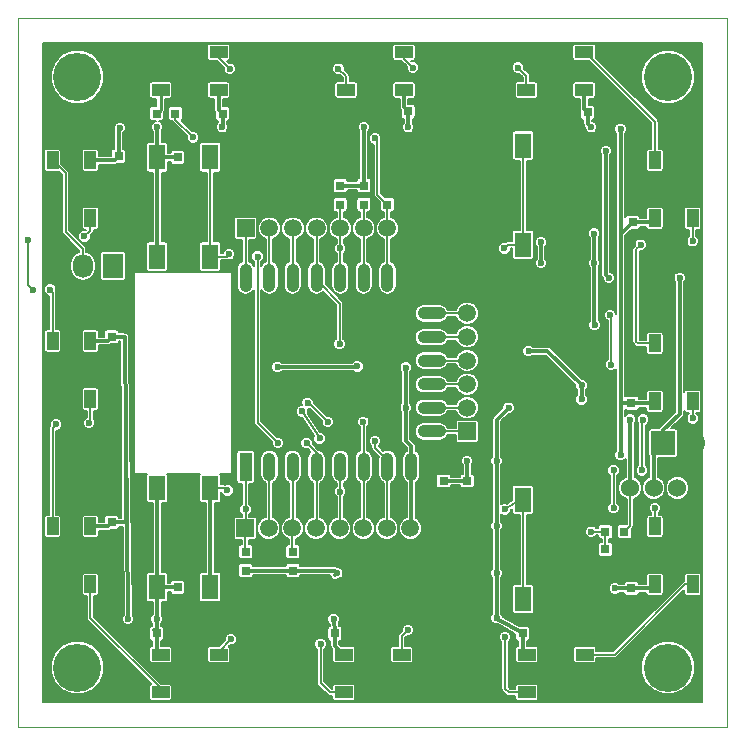
<source format=gbr>
G04 #@! TF.FileFunction,Copper,L1,Top,Mixed*
%FSLAX46Y46*%
G04 Gerber Fmt 4.6, Leading zero omitted, Abs format (unit mm)*
G04 Created by KiCad (PCBNEW 4.0.2-stable) date Friday, May 27, 2016 'pmt' 03:10:38 pm*
%MOMM*%
G01*
G04 APERTURE LIST*
%ADD10C,0.100000*%
%ADD11R,0.800100X0.800100*%
%ADD12R,1.500000X1.000000*%
%ADD13R,1.000000X1.500000*%
%ADD14R,2.032000X2.032000*%
%ADD15O,2.032000X2.032000*%
%ADD16R,1.727200X2.032000*%
%ADD17O,1.727200X2.032000*%
%ADD18O,2.400000X1.100000*%
%ADD19R,1.100000X2.400000*%
%ADD20O,1.100000X2.400000*%
%ADD21C,1.500000*%
%ADD22R,1.500000X1.500000*%
%ADD23R,1.399540X2.100580*%
%ADD24C,4.064000*%
%ADD25C,1.524000*%
%ADD26C,0.600000*%
%ADD27C,0.300000*%
%ADD28C,0.152400*%
%ADD29C,0.250000*%
G04 APERTURE END LIST*
D10*
X14300000Y-13700000D02*
X74300000Y-13700000D01*
X74300000Y-73700000D02*
X74300000Y-13700000D01*
X14300000Y-73700000D02*
X74300000Y-73700000D01*
X14300000Y-13700000D02*
X14300000Y-73700000D01*
D11*
X29999900Y-21800000D03*
X31600100Y-21800000D03*
X45699900Y-21600000D03*
X47300100Y-21600000D03*
X60899900Y-21700000D03*
X62500100Y-21700000D03*
X66300000Y-29399900D03*
X66300000Y-31000100D03*
X52300000Y-52899900D03*
X52300000Y-54500100D03*
X50300000Y-52899900D03*
X50300000Y-54500100D03*
X66200000Y-44699900D03*
X66200000Y-46300100D03*
X66200000Y-60399900D03*
X66200000Y-62000100D03*
X58600100Y-65800000D03*
X56999900Y-65800000D03*
X42700100Y-65800000D03*
X41099900Y-65800000D03*
X27600100Y-65800000D03*
X25999900Y-65800000D03*
X22200000Y-58000100D03*
X22200000Y-56399900D03*
X22200000Y-42300100D03*
X22200000Y-40699900D03*
X22800000Y-27000100D03*
X22800000Y-25399900D03*
D12*
X26350000Y-16600000D03*
X26350000Y-19800000D03*
X31250000Y-19800000D03*
X31250000Y-16600000D03*
X42050000Y-16600000D03*
X42050000Y-19800000D03*
X46950000Y-19800000D03*
X46950000Y-16600000D03*
X57300000Y-16600000D03*
X57300000Y-19800000D03*
X62200000Y-19800000D03*
X62200000Y-16600000D03*
D13*
X71400000Y-25750000D03*
X68200000Y-25750000D03*
X68200000Y-30650000D03*
X71400000Y-30650000D03*
X71400000Y-41250000D03*
X68200000Y-41250000D03*
X68200000Y-46150000D03*
X71400000Y-46150000D03*
X71400000Y-56750000D03*
X68200000Y-56750000D03*
X68200000Y-61650000D03*
X71400000Y-61650000D03*
D12*
X62250000Y-70800000D03*
X62250000Y-67600000D03*
X57350000Y-67600000D03*
X57350000Y-70800000D03*
X46750000Y-70800000D03*
X46750000Y-67600000D03*
X41850000Y-67600000D03*
X41850000Y-70800000D03*
X31250000Y-70800000D03*
X31250000Y-67600000D03*
X26350000Y-67600000D03*
X26350000Y-70800000D03*
D13*
X17200000Y-61650000D03*
X20400000Y-61650000D03*
X20400000Y-56750000D03*
X17200000Y-56750000D03*
X17200000Y-45950000D03*
X20400000Y-45950000D03*
X20400000Y-41050000D03*
X17200000Y-41050000D03*
X17200000Y-30650000D03*
X20400000Y-30650000D03*
X20400000Y-25750000D03*
X17200000Y-25750000D03*
D14*
X68900000Y-49700000D03*
D15*
X71440000Y-49700000D03*
D16*
X22300000Y-34700000D03*
D17*
X19760000Y-34700000D03*
X17220000Y-34700000D03*
D11*
X37550000Y-60500100D03*
X37550000Y-58899900D03*
X33550000Y-60500100D03*
X33550000Y-58899900D03*
X41550000Y-27899900D03*
X41550000Y-29500100D03*
X43550000Y-27899900D03*
X43550000Y-29500100D03*
X25999900Y-21800000D03*
X27600100Y-21800000D03*
X45550000Y-29500100D03*
X45550000Y-27899900D03*
D18*
X49300000Y-48710000D03*
X49300000Y-46710000D03*
X49300000Y-44710000D03*
X49300000Y-42710000D03*
X49300000Y-40710000D03*
X49300000Y-38710000D03*
D19*
X33550000Y-51700000D03*
D20*
X35550000Y-51700000D03*
X37550000Y-51700000D03*
X39550000Y-51700000D03*
X41550000Y-51700000D03*
X43550000Y-51700000D03*
X45550000Y-51700000D03*
X47550000Y-51700000D03*
X47550000Y-35700000D03*
X45550000Y-35700000D03*
X43550000Y-35700000D03*
X41550000Y-35700000D03*
X39550000Y-35700000D03*
X37550000Y-35700000D03*
X35550000Y-35700000D03*
X33550000Y-35700000D03*
D21*
X47500000Y-56900000D03*
X45500000Y-56900000D03*
X43500000Y-56900000D03*
X41500000Y-56900000D03*
X39500000Y-56900000D03*
X37500000Y-56900000D03*
D22*
X33500000Y-56900000D03*
D21*
X35500000Y-56900000D03*
X47550000Y-31500000D03*
X45550000Y-31500000D03*
X43550000Y-31500000D03*
X41550000Y-31500000D03*
X39550000Y-31500000D03*
X37550000Y-31500000D03*
D22*
X33550000Y-31500000D03*
D21*
X35550000Y-31500000D03*
X52300000Y-38700000D03*
X52300000Y-40700000D03*
X52300000Y-42700000D03*
X52300000Y-44700000D03*
D22*
X52300000Y-48700000D03*
D21*
X52300000Y-46700000D03*
D23*
X61550440Y-54498840D03*
X57049560Y-54498840D03*
X57049560Y-62901160D03*
X61550440Y-62901160D03*
X57049560Y-32901160D03*
X61550440Y-32901160D03*
X61550440Y-24498840D03*
X57049560Y-24498840D03*
D24*
X69300000Y-68700000D03*
X19300000Y-68700000D03*
X69300000Y-18700000D03*
X19300000Y-18700000D03*
D11*
X27800000Y-63500100D03*
X27800000Y-61899900D03*
X27800000Y-23899900D03*
X27800000Y-25500100D03*
D25*
X66101020Y-53500000D03*
X68100000Y-53500000D03*
X70098980Y-53500000D03*
D23*
X30550440Y-25498840D03*
X26049560Y-25498840D03*
X26049560Y-33901160D03*
X30550440Y-33901160D03*
X30550440Y-53498840D03*
X26049560Y-53498840D03*
X26049560Y-61901160D03*
X30550440Y-61901160D03*
D11*
X65600100Y-57200000D03*
X63999900Y-57200000D03*
X63999900Y-58700000D03*
X65600100Y-58700000D03*
D26*
X63100000Y-39700000D03*
X58550000Y-32700000D03*
X58550000Y-34450000D03*
X63050000Y-34450000D03*
X63050000Y-31950000D03*
X64050000Y-24950000D03*
X64300000Y-35700000D03*
X70300000Y-35700000D03*
X66100000Y-47700000D03*
X62000000Y-46000000D03*
X62000000Y-44800000D03*
X57500000Y-41900000D03*
X42999900Y-43199900D03*
X36250000Y-43250000D03*
X22900000Y-23000000D03*
X26000000Y-64600000D03*
X41000000Y-64600000D03*
X23600000Y-64600000D03*
X54800000Y-64500000D03*
X43550000Y-22950000D03*
X62800000Y-22950000D03*
X47300000Y-22950000D03*
X31550000Y-22950000D03*
X65300000Y-23100000D03*
X26050000Y-22950000D03*
X64800000Y-62000000D03*
X47100000Y-46700000D03*
X65300000Y-50700000D03*
X52300000Y-51200000D03*
X54800000Y-51200000D03*
X54800000Y-60700000D03*
X41300000Y-60700000D03*
X54800000Y-56700000D03*
X55800000Y-46700000D03*
X47100000Y-43300000D03*
X41400000Y-18000000D03*
X32200000Y-18000000D03*
X56600000Y-17900000D03*
X47700000Y-17900000D03*
X67000000Y-32900000D03*
X71400000Y-32600000D03*
X68200000Y-55200000D03*
X64700000Y-55200000D03*
X64700000Y-52000000D03*
X67100000Y-52000000D03*
X67200000Y-47700000D03*
X71400000Y-47600000D03*
X47300000Y-65500000D03*
X55500000Y-66100000D03*
X32300000Y-66300000D03*
X39900000Y-66700000D03*
X20300000Y-48000000D03*
X17500000Y-48100000D03*
X19900000Y-32200000D03*
X15100000Y-32500000D03*
X15500000Y-36700000D03*
X17000000Y-36700000D03*
X62800000Y-57200000D03*
X41550000Y-33200000D03*
X55450000Y-33200000D03*
X41500000Y-41300000D03*
X32150000Y-33700000D03*
X34550000Y-33900000D03*
X36300000Y-49700000D03*
X38700000Y-49700000D03*
X44500000Y-23900000D03*
X29100000Y-23800000D03*
X41550000Y-53800000D03*
X32000000Y-53700000D03*
X44500000Y-49500000D03*
X38300000Y-47000000D03*
X39800000Y-49300000D03*
X43500000Y-47900000D03*
X38800000Y-46300000D03*
X40500000Y-47900000D03*
X55500000Y-55300000D03*
X33550000Y-55300000D03*
X64500000Y-43050000D03*
X64400000Y-38850000D03*
D27*
X63050000Y-34700000D02*
X63050000Y-34450000D01*
X63050000Y-39200000D02*
X63050000Y-34700000D01*
X63050000Y-39650000D02*
X63050000Y-39200000D01*
X63100000Y-39700000D02*
X63050000Y-39650000D01*
X58550000Y-32700000D02*
X58550000Y-34450000D01*
X63050000Y-34450000D02*
X63050000Y-31950000D01*
X68900000Y-49700000D02*
X68900000Y-48600000D01*
X64050000Y-35450000D02*
X64050000Y-24950000D01*
X64300000Y-35700000D02*
X64050000Y-35450000D01*
X70300000Y-47200000D02*
X70300000Y-35700000D01*
X68900000Y-48600000D02*
X70300000Y-47200000D01*
X68100000Y-53500000D02*
X68100000Y-50500000D01*
X68100000Y-50500000D02*
X68900000Y-49700000D01*
D28*
X66101020Y-53500000D02*
X66101020Y-56699080D01*
X66101020Y-56699080D02*
X65600100Y-57200000D01*
D27*
X66101020Y-53500000D02*
X66101020Y-47701020D01*
X66101020Y-47701020D02*
X66100000Y-47700000D01*
X62000000Y-44800000D02*
X62000000Y-46000000D01*
X62000000Y-44800000D02*
X59100000Y-41900000D01*
X59100000Y-41900000D02*
X57500000Y-41900000D01*
X42949800Y-43250000D02*
X36250000Y-43250000D01*
X42949800Y-43250000D02*
X42999900Y-43199900D01*
X22200000Y-56399900D02*
X23497104Y-56399900D01*
X23400000Y-56400000D02*
X23400000Y-48661420D01*
X23497004Y-56400000D02*
X23400000Y-56400000D01*
X23497104Y-56399900D02*
X23497004Y-56400000D01*
X26049560Y-61901160D02*
X26049560Y-64550440D01*
X26049560Y-64550440D02*
X26000000Y-64600000D01*
X22800000Y-23100000D02*
X22800000Y-25399900D01*
X22900000Y-23000000D02*
X22800000Y-23100000D01*
X25999900Y-65800000D02*
X25999900Y-64600100D01*
X25999900Y-64600100D02*
X26000000Y-64600000D01*
X25999900Y-65800000D02*
X25999900Y-67249900D01*
X25999900Y-67249900D02*
X26350000Y-67600000D01*
X41099900Y-65800000D02*
X40999900Y-64600100D01*
X40999900Y-64600100D02*
X41000000Y-64600000D01*
X23600000Y-64600000D02*
X23400000Y-48661420D01*
X54849950Y-64549950D02*
X54800000Y-64500000D01*
X23300000Y-40700000D02*
X22200000Y-40699900D01*
X23300100Y-40700100D02*
X23300000Y-40700000D01*
X23400000Y-48661420D02*
X23300100Y-40700100D01*
X43550000Y-27899900D02*
X43550000Y-22950000D01*
X62500100Y-21700000D02*
X62500100Y-22650100D01*
X62500100Y-22650100D02*
X62800000Y-22950000D01*
X47300100Y-21600000D02*
X47300100Y-22949900D01*
X47300100Y-22949900D02*
X47300000Y-22950000D01*
X31600100Y-21800000D02*
X31600100Y-22899900D01*
X31600100Y-22899900D02*
X31550000Y-22950000D01*
X65300000Y-23100000D02*
X65300000Y-32000100D01*
X26049560Y-25498840D02*
X26049560Y-23199560D01*
X26050000Y-22950000D02*
X26049560Y-23199560D01*
X64800100Y-62000100D02*
X66200000Y-62000100D01*
X64800000Y-62000000D02*
X64800100Y-62000100D01*
X41550000Y-27899900D02*
X43550000Y-27899900D01*
X65300000Y-32000100D02*
X65300000Y-31700000D01*
X65300000Y-46200000D02*
X65300000Y-32000100D01*
X65300000Y-32000100D02*
X66300000Y-31000100D01*
X65400100Y-46300100D02*
X66200000Y-46300100D01*
X65300000Y-46200000D02*
X65400100Y-46300100D01*
X65300000Y-50700000D02*
X65300000Y-46200000D01*
X52300000Y-51200000D02*
X52300000Y-52899900D01*
X50300000Y-52899900D02*
X52300000Y-52899900D01*
X37550000Y-60500100D02*
X41100100Y-60500100D01*
X41100100Y-60500100D02*
X41300000Y-60700000D01*
X33550000Y-60500100D02*
X37550000Y-60500100D01*
X41099900Y-60900100D02*
X41300000Y-60700000D01*
X55800000Y-46700000D02*
X54800000Y-47700000D01*
X54800000Y-47700000D02*
X54800000Y-51200000D01*
X54800000Y-51200000D02*
X54800000Y-56700000D01*
X54849950Y-64549950D02*
X56999900Y-65800000D01*
X54800000Y-60700000D02*
X54800000Y-64500000D01*
X54800000Y-56700000D02*
X54800000Y-60700000D01*
X66200000Y-62000100D02*
X67849900Y-62000100D01*
X67849900Y-62000100D02*
X68200000Y-61650000D01*
X66200000Y-46300100D02*
X68049900Y-46300100D01*
X68049900Y-46300100D02*
X68200000Y-46150000D01*
X66300000Y-31000100D02*
X67849900Y-31000100D01*
X67849900Y-31000100D02*
X68200000Y-30650000D01*
X62200000Y-21399900D02*
X62500100Y-21700000D01*
X62200000Y-19800000D02*
X62200000Y-21399900D01*
X46950000Y-19800000D02*
X46950000Y-21249900D01*
X46950000Y-21249900D02*
X47300100Y-21600000D01*
X31250000Y-19800000D02*
X31250000Y-21449900D01*
X31250000Y-21449900D02*
X31600100Y-21800000D01*
X20400000Y-25750000D02*
X22449900Y-25750000D01*
X22449900Y-25750000D02*
X22800000Y-25399900D01*
X26049560Y-25498840D02*
X27798740Y-25498840D01*
X27798740Y-25498840D02*
X27800000Y-25500100D01*
X26049560Y-25498840D02*
X26049560Y-33901160D01*
X20400000Y-41050000D02*
X21849900Y-41050000D01*
X21849900Y-41050000D02*
X22200000Y-40699900D01*
X20400000Y-56750000D02*
X21849900Y-56750000D01*
X21849900Y-56750000D02*
X22200000Y-56399900D01*
X26049560Y-53498840D02*
X26049560Y-61901160D01*
X26049560Y-61901160D02*
X27798740Y-61901160D01*
X27798740Y-61901160D02*
X27800000Y-61899900D01*
X25749560Y-65549660D02*
X25999900Y-65800000D01*
X26299900Y-67549900D02*
X26350000Y-67600000D01*
X41099900Y-65800000D02*
X41099900Y-66849900D01*
X41099900Y-66849900D02*
X41850000Y-67600000D01*
X56999900Y-65800000D02*
X56999900Y-67249900D01*
X56999900Y-67249900D02*
X57350000Y-67600000D01*
X47550000Y-51700000D02*
X47550000Y-49950000D01*
X47550000Y-49950000D02*
X47100000Y-49500000D01*
X47100000Y-49500000D02*
X47100000Y-46700000D01*
X47100000Y-46700000D02*
X47100000Y-43300000D01*
X47550000Y-51700000D02*
X47550000Y-56850000D01*
D28*
X47550000Y-56850000D02*
X47500000Y-56900000D01*
D29*
X26350000Y-19800000D02*
X26350000Y-21449900D01*
X26350000Y-21449900D02*
X25999900Y-21800000D01*
D28*
X42050000Y-18650000D02*
X42050000Y-19800000D01*
X41400000Y-18000000D02*
X42050000Y-18650000D01*
X31250000Y-17050000D02*
X32200000Y-18000000D01*
X31250000Y-16600000D02*
X31250000Y-17050000D01*
X46950000Y-16600000D02*
X46950000Y-17150000D01*
X57300000Y-18600000D02*
X57300000Y-19800000D01*
X56600000Y-17900000D02*
X57300000Y-18600000D01*
X46950000Y-17150000D02*
X47700000Y-17900000D01*
X62200000Y-16600000D02*
X62300000Y-16600000D01*
X62300000Y-16600000D02*
X68200000Y-22500000D01*
X68200000Y-22500000D02*
X68200000Y-25750000D01*
X71400000Y-30650000D02*
X71400000Y-32600000D01*
X66750000Y-41250000D02*
X68200000Y-41250000D01*
X66600000Y-41100000D02*
X66750000Y-41250000D01*
X66600000Y-33300000D02*
X66600000Y-41100000D01*
X67000000Y-32900000D02*
X66600000Y-33300000D01*
X71400000Y-46150000D02*
X71400000Y-47600000D01*
X68200000Y-55200000D02*
X68200000Y-56750000D01*
X64700000Y-52000000D02*
X64700000Y-55200000D01*
X67100000Y-47800000D02*
X67100000Y-52000000D01*
X67200000Y-47700000D02*
X67100000Y-47800000D01*
D27*
X68250000Y-56750000D02*
X68200000Y-56750000D01*
D28*
X71400000Y-61650000D02*
X70750000Y-61650000D01*
X64800000Y-67600000D02*
X62250000Y-67600000D01*
X70750000Y-61650000D02*
X64800000Y-67600000D01*
X57350000Y-70800000D02*
X55800000Y-70800000D01*
X46750000Y-66050000D02*
X46750000Y-67600000D01*
X47300000Y-65500000D02*
X46750000Y-66050000D01*
X55500000Y-70500000D02*
X55500000Y-66100000D01*
X55800000Y-70800000D02*
X55500000Y-70500000D01*
X41850000Y-70800000D02*
X40700000Y-70800000D01*
X32300000Y-66300000D02*
X31250000Y-67350000D01*
X39900000Y-70000000D02*
X39900000Y-66700000D01*
X40700000Y-70800000D02*
X39900000Y-70000000D01*
X31250000Y-67350000D02*
X31250000Y-67600000D01*
X20400000Y-61650000D02*
X20400000Y-64500000D01*
X20400000Y-64500000D02*
X26350000Y-70450000D01*
X26350000Y-70450000D02*
X26350000Y-70800000D01*
X17200000Y-56750000D02*
X17200000Y-48400000D01*
X20400000Y-47900000D02*
X20400000Y-45950000D01*
X20300000Y-48000000D02*
X20400000Y-47900000D01*
X17200000Y-48400000D02*
X17500000Y-48100000D01*
X17200000Y-41050000D02*
X17200000Y-36900000D01*
X20400000Y-31700000D02*
X20400000Y-30650000D01*
X19900000Y-32200000D02*
X20400000Y-31700000D01*
X15100000Y-36300000D02*
X15100000Y-32500000D01*
X15500000Y-36700000D02*
X15100000Y-36300000D01*
X17200000Y-36900000D02*
X17000000Y-36700000D01*
X19760000Y-34700000D02*
X19760000Y-33260000D01*
X18300000Y-26850000D02*
X17200000Y-25750000D01*
X18300000Y-31800000D02*
X18300000Y-26850000D01*
X19760000Y-33260000D02*
X18300000Y-31800000D01*
X62800000Y-57200000D02*
X63999900Y-57200000D01*
X63999900Y-58700000D02*
X63999900Y-57200000D01*
X35550000Y-51700000D02*
X35550000Y-56850000D01*
X35550000Y-56850000D02*
X35500000Y-56900000D01*
X57049560Y-32901160D02*
X55748840Y-32901160D01*
X55748840Y-32901160D02*
X55450000Y-33200000D01*
X57049560Y-24498840D02*
X57049560Y-32901160D01*
X41550000Y-29500100D02*
X41550000Y-31500000D01*
X41550000Y-31500000D02*
X41550000Y-33200000D01*
X41550000Y-33200000D02*
X41550000Y-35700000D01*
D29*
X41580000Y-35670000D02*
X41550000Y-35700000D01*
D28*
X43550000Y-29500100D02*
X43550000Y-31500000D01*
X43550000Y-31500000D02*
X43550000Y-35700000D01*
D29*
X43580000Y-35670000D02*
X43550000Y-35700000D01*
D28*
X39550000Y-31500000D02*
X39550000Y-35700000D01*
X39550000Y-35700000D02*
X39750000Y-36050000D01*
X39750000Y-36050000D02*
X41500000Y-37900000D01*
X41500000Y-37900000D02*
X41500000Y-41300000D01*
D29*
X39580000Y-35670000D02*
X39550000Y-35700000D01*
D28*
X37550000Y-31500000D02*
X37550000Y-35700000D01*
D29*
X37580000Y-35670000D02*
X37550000Y-35700000D01*
D28*
X49300000Y-44710000D02*
X52290000Y-44710000D01*
X52290000Y-44710000D02*
X52300000Y-44700000D01*
X30550440Y-25498840D02*
X30550440Y-33901160D01*
X39550000Y-51700000D02*
X39550000Y-50550000D01*
X39550000Y-50550000D02*
X38700000Y-49700000D01*
X31948840Y-33901160D02*
X30550440Y-33901160D01*
X32150000Y-33700000D02*
X31948840Y-33901160D01*
X34550000Y-47950000D02*
X34550000Y-33900000D01*
X36300000Y-49700000D02*
X34550000Y-47950000D01*
X39550000Y-51700000D02*
X39550000Y-56850000D01*
X39550000Y-56850000D02*
X39500000Y-56900000D01*
X27600100Y-21800000D02*
X27600100Y-22300100D01*
X44700000Y-28650100D02*
X45550000Y-29500100D01*
X44700000Y-24100000D02*
X44700000Y-28650100D01*
X44500000Y-23900000D02*
X44700000Y-24100000D01*
X27600100Y-22300100D02*
X29100000Y-23800000D01*
X45550000Y-31500000D02*
X45550000Y-35700000D01*
X45550000Y-29500100D02*
X45550000Y-31500000D01*
D29*
X45580000Y-35670000D02*
X45550000Y-35700000D01*
D28*
X30550440Y-53498840D02*
X31798840Y-53498840D01*
X32000000Y-53700000D02*
X31798840Y-53498840D01*
D27*
X30550440Y-53498840D02*
X30550440Y-61901160D01*
D28*
X41550000Y-51700000D02*
X41550000Y-53800000D01*
X41550000Y-53800000D02*
X41550000Y-56850000D01*
X41550000Y-56850000D02*
X41500000Y-56900000D01*
X45550000Y-51700000D02*
X45550000Y-51150000D01*
X45550000Y-51150000D02*
X44500000Y-50100000D01*
X44500000Y-50100000D02*
X44500000Y-49500000D01*
X38300000Y-47000000D02*
X39800000Y-49300000D01*
X45550000Y-51700000D02*
X45550000Y-56850000D01*
X45550000Y-56850000D02*
X45500000Y-56900000D01*
D29*
X45300000Y-51700000D02*
X45550000Y-51700000D01*
D28*
X43550000Y-51700000D02*
X43550000Y-47950000D01*
X43550000Y-47950000D02*
X43500000Y-47900000D01*
X43550000Y-51700000D02*
X43550000Y-56850000D01*
X43550000Y-56850000D02*
X43500000Y-56900000D01*
X38900000Y-46300000D02*
X38800000Y-46300000D01*
X40500000Y-47900000D02*
X38900000Y-46300000D01*
X49300000Y-42710000D02*
X52290000Y-42710000D01*
X52290000Y-42710000D02*
X52300000Y-42700000D01*
X33550000Y-31500000D02*
X33550000Y-35700000D01*
D29*
X33580000Y-35670000D02*
X33550000Y-35700000D01*
D28*
X35550000Y-31500000D02*
X35550000Y-35700000D01*
D29*
X35580000Y-35670000D02*
X35550000Y-35700000D01*
D28*
X49300000Y-38710000D02*
X52290000Y-38710000D01*
X52290000Y-38710000D02*
X52300000Y-38700000D01*
X49300000Y-40710000D02*
X52290000Y-40710000D01*
X52290000Y-40710000D02*
X52300000Y-40700000D01*
X49300000Y-46710000D02*
X52290000Y-46710000D01*
X52290000Y-46710000D02*
X52300000Y-46700000D01*
X49300000Y-48710000D02*
X52290000Y-48710000D01*
X52290000Y-48710000D02*
X52300000Y-48700000D01*
X37500000Y-56900000D02*
X37500000Y-58849900D01*
X37500000Y-58849900D02*
X37550000Y-58899900D01*
X37550000Y-51700000D02*
X37550000Y-56850000D01*
X37550000Y-56850000D02*
X37500000Y-56900000D01*
X55500000Y-55300000D02*
X56751160Y-54498840D01*
X57049560Y-62901160D02*
X57049560Y-54498840D01*
X56751160Y-54498840D02*
X57049560Y-54498840D01*
X33500000Y-56900000D02*
X33500000Y-58849900D01*
X33500000Y-58849900D02*
X33550000Y-58899900D01*
X33550000Y-51700000D02*
X33550000Y-54950000D01*
X33550000Y-54950000D02*
X33550000Y-55300000D01*
X33550000Y-55300000D02*
X33550000Y-56850000D01*
X33550000Y-56850000D02*
X33500000Y-56900000D01*
X64500000Y-38950000D02*
X64500000Y-43050000D01*
X64400000Y-38850000D02*
X64500000Y-38950000D01*
G36*
X72223800Y-71623800D02*
X16376200Y-71623800D01*
X16376200Y-69147688D01*
X17039008Y-69147688D01*
X17382439Y-69978854D01*
X18017801Y-70615326D01*
X18848366Y-70960207D01*
X19747688Y-70960992D01*
X20578854Y-70617561D01*
X21215326Y-69982199D01*
X21560207Y-69151634D01*
X21560992Y-68252312D01*
X21217561Y-67421146D01*
X20582199Y-66784674D01*
X19751634Y-66439793D01*
X18852312Y-66439008D01*
X18021146Y-66782439D01*
X17384674Y-67417801D01*
X17039793Y-68248366D01*
X17039008Y-69147688D01*
X16376200Y-69147688D01*
X16376200Y-60900000D01*
X19666922Y-60900000D01*
X19666922Y-62400000D01*
X19682862Y-62484714D01*
X19732928Y-62562518D01*
X19809320Y-62614715D01*
X19900000Y-62633078D01*
X20095200Y-62633078D01*
X20095200Y-64500000D01*
X20118402Y-64616642D01*
X20184474Y-64715526D01*
X25546026Y-70077078D01*
X25515286Y-70082862D01*
X25437482Y-70132928D01*
X25385285Y-70209320D01*
X25366922Y-70300000D01*
X25366922Y-71300000D01*
X25382862Y-71384714D01*
X25432928Y-71462518D01*
X25509320Y-71514715D01*
X25600000Y-71533078D01*
X27100000Y-71533078D01*
X27184714Y-71517138D01*
X27262518Y-71467072D01*
X27314715Y-71390680D01*
X27333078Y-71300000D01*
X27333078Y-70300000D01*
X27317138Y-70215286D01*
X27267072Y-70137482D01*
X27190680Y-70085285D01*
X27100000Y-70066922D01*
X26397974Y-70066922D01*
X20704800Y-64373748D01*
X20704800Y-62633078D01*
X20900000Y-62633078D01*
X20984714Y-62617138D01*
X21062518Y-62567072D01*
X21114715Y-62490680D01*
X21133078Y-62400000D01*
X21133078Y-60900000D01*
X21117138Y-60815286D01*
X21067072Y-60737482D01*
X20990680Y-60685285D01*
X20900000Y-60666922D01*
X19900000Y-60666922D01*
X19815286Y-60682862D01*
X19737482Y-60732928D01*
X19685285Y-60809320D01*
X19666922Y-60900000D01*
X16376200Y-60900000D01*
X16376200Y-56000000D01*
X16466922Y-56000000D01*
X16466922Y-57500000D01*
X16482862Y-57584714D01*
X16532928Y-57662518D01*
X16609320Y-57714715D01*
X16700000Y-57733078D01*
X17700000Y-57733078D01*
X17784714Y-57717138D01*
X17862518Y-57667072D01*
X17914715Y-57590680D01*
X17933078Y-57500000D01*
X17933078Y-56000000D01*
X17917138Y-55915286D01*
X17867072Y-55837482D01*
X17790680Y-55785285D01*
X17700000Y-55766922D01*
X17504800Y-55766922D01*
X17504800Y-48628605D01*
X17604684Y-48628692D01*
X17799037Y-48548387D01*
X17947864Y-48399819D01*
X18028508Y-48205606D01*
X18028692Y-47995316D01*
X17948387Y-47800963D01*
X17799819Y-47652136D01*
X17605606Y-47571492D01*
X17395316Y-47571308D01*
X17200963Y-47651613D01*
X17052136Y-47800181D01*
X16971492Y-47994394D01*
X16971308Y-48204178D01*
X16918402Y-48283358D01*
X16895200Y-48400000D01*
X16895200Y-55766922D01*
X16700000Y-55766922D01*
X16615286Y-55782862D01*
X16537482Y-55832928D01*
X16485285Y-55909320D01*
X16466922Y-56000000D01*
X16376200Y-56000000D01*
X16376200Y-45200000D01*
X19666922Y-45200000D01*
X19666922Y-46700000D01*
X19682862Y-46784714D01*
X19732928Y-46862518D01*
X19809320Y-46914715D01*
X19900000Y-46933078D01*
X20095200Y-46933078D01*
X20095200Y-47512675D01*
X20000963Y-47551613D01*
X19852136Y-47700181D01*
X19771492Y-47894394D01*
X19771308Y-48104684D01*
X19851613Y-48299037D01*
X20000181Y-48447864D01*
X20194394Y-48528508D01*
X20404684Y-48528692D01*
X20599037Y-48448387D01*
X20747864Y-48299819D01*
X20828508Y-48105606D01*
X20828692Y-47895316D01*
X20748387Y-47700963D01*
X20704800Y-47657300D01*
X20704800Y-46933078D01*
X20900000Y-46933078D01*
X20984714Y-46917138D01*
X21062518Y-46867072D01*
X21114715Y-46790680D01*
X21133078Y-46700000D01*
X21133078Y-45200000D01*
X21117138Y-45115286D01*
X21067072Y-45037482D01*
X20990680Y-44985285D01*
X20900000Y-44966922D01*
X19900000Y-44966922D01*
X19815286Y-44982862D01*
X19737482Y-45032928D01*
X19685285Y-45109320D01*
X19666922Y-45200000D01*
X16376200Y-45200000D01*
X16376200Y-40300000D01*
X16466922Y-40300000D01*
X16466922Y-41800000D01*
X16482862Y-41884714D01*
X16532928Y-41962518D01*
X16609320Y-42014715D01*
X16700000Y-42033078D01*
X17700000Y-42033078D01*
X17784714Y-42017138D01*
X17862518Y-41967072D01*
X17914715Y-41890680D01*
X17933078Y-41800000D01*
X17933078Y-40300000D01*
X19666922Y-40300000D01*
X19666922Y-41800000D01*
X19682862Y-41884714D01*
X19732928Y-41962518D01*
X19809320Y-42014715D01*
X19900000Y-42033078D01*
X20900000Y-42033078D01*
X20984714Y-42017138D01*
X21062518Y-41967072D01*
X21114715Y-41890680D01*
X21133078Y-41800000D01*
X21133078Y-41428600D01*
X21849895Y-41428600D01*
X21849900Y-41428601D01*
X21994784Y-41399781D01*
X22094687Y-41333028D01*
X22600050Y-41333028D01*
X22684764Y-41317088D01*
X22762568Y-41267022D01*
X22814765Y-41190630D01*
X22833128Y-41099950D01*
X22833128Y-41078558D01*
X22926219Y-41078566D01*
X23021400Y-48663780D01*
X23021400Y-56021300D01*
X22833128Y-56021300D01*
X22833128Y-55999850D01*
X22817188Y-55915136D01*
X22767122Y-55837332D01*
X22690730Y-55785135D01*
X22600050Y-55766772D01*
X21799950Y-55766772D01*
X21715236Y-55782712D01*
X21637432Y-55832778D01*
X21585235Y-55909170D01*
X21566872Y-55999850D01*
X21566872Y-56371400D01*
X21133078Y-56371400D01*
X21133078Y-56000000D01*
X21117138Y-55915286D01*
X21067072Y-55837482D01*
X20990680Y-55785285D01*
X20900000Y-55766922D01*
X19900000Y-55766922D01*
X19815286Y-55782862D01*
X19737482Y-55832928D01*
X19685285Y-55909320D01*
X19666922Y-56000000D01*
X19666922Y-57500000D01*
X19682862Y-57584714D01*
X19732928Y-57662518D01*
X19809320Y-57714715D01*
X19900000Y-57733078D01*
X20900000Y-57733078D01*
X20984714Y-57717138D01*
X21062518Y-57667072D01*
X21114715Y-57590680D01*
X21133078Y-57500000D01*
X21133078Y-57128600D01*
X21849895Y-57128600D01*
X21849900Y-57128601D01*
X21994784Y-57099781D01*
X22094687Y-57033028D01*
X22600050Y-57033028D01*
X22684764Y-57017088D01*
X22762568Y-56967022D01*
X22814765Y-56890630D01*
X22833128Y-56799950D01*
X22833128Y-56778500D01*
X23123225Y-56778500D01*
X23216798Y-64235631D01*
X23152136Y-64300181D01*
X23071492Y-64494394D01*
X23071308Y-64704684D01*
X23151613Y-64899037D01*
X23300181Y-65047864D01*
X23494394Y-65128508D01*
X23704684Y-65128692D01*
X23899037Y-65048387D01*
X24047864Y-64899819D01*
X24128508Y-64705606D01*
X24128692Y-64495316D01*
X24048387Y-64300963D01*
X23973941Y-64226388D01*
X23778570Y-48656670D01*
X23678670Y-40695350D01*
X23663836Y-40625372D01*
X23649881Y-40555216D01*
X23648538Y-40553206D01*
X23648036Y-40550839D01*
X23607527Y-40491830D01*
X23567810Y-40432389D01*
X23567711Y-40432289D01*
X23565758Y-40430984D01*
X23564431Y-40429051D01*
X23506318Y-40391267D01*
X23444916Y-40350232D01*
X23444898Y-40350228D01*
X23444884Y-40350219D01*
X23442434Y-40349732D01*
X23440584Y-40348529D01*
X23376467Y-40336610D01*
X23367383Y-40334803D01*
X23300034Y-40321400D01*
X23300005Y-40321400D01*
X23300000Y-40321399D01*
X23299995Y-40321400D01*
X22833128Y-40321358D01*
X22833128Y-40299850D01*
X22817188Y-40215136D01*
X22767122Y-40137332D01*
X22690730Y-40085135D01*
X22600050Y-40066772D01*
X21799950Y-40066772D01*
X21715236Y-40082712D01*
X21637432Y-40132778D01*
X21585235Y-40209170D01*
X21566872Y-40299850D01*
X21566872Y-40671400D01*
X21133078Y-40671400D01*
X21133078Y-40300000D01*
X21117138Y-40215286D01*
X21067072Y-40137482D01*
X20990680Y-40085285D01*
X20900000Y-40066922D01*
X19900000Y-40066922D01*
X19815286Y-40082862D01*
X19737482Y-40132928D01*
X19685285Y-40209320D01*
X19666922Y-40300000D01*
X17933078Y-40300000D01*
X17917138Y-40215286D01*
X17867072Y-40137482D01*
X17790680Y-40085285D01*
X17700000Y-40066922D01*
X17504800Y-40066922D01*
X17504800Y-36900000D01*
X17499784Y-36874782D01*
X17528508Y-36805606D01*
X17528692Y-36595316D01*
X17448387Y-36400963D01*
X17299819Y-36252136D01*
X17105606Y-36171492D01*
X16895316Y-36171308D01*
X16700963Y-36251613D01*
X16552136Y-36400181D01*
X16471492Y-36594394D01*
X16471308Y-36804684D01*
X16551613Y-36999037D01*
X16700181Y-37147864D01*
X16894394Y-37228508D01*
X16895200Y-37228509D01*
X16895200Y-40066922D01*
X16700000Y-40066922D01*
X16615286Y-40082862D01*
X16537482Y-40132928D01*
X16485285Y-40209320D01*
X16466922Y-40300000D01*
X16376200Y-40300000D01*
X16376200Y-25000000D01*
X16466922Y-25000000D01*
X16466922Y-26500000D01*
X16482862Y-26584714D01*
X16532928Y-26662518D01*
X16609320Y-26714715D01*
X16700000Y-26733078D01*
X17700000Y-26733078D01*
X17743787Y-26724839D01*
X17995200Y-26976252D01*
X17995200Y-31800000D01*
X18018402Y-31916642D01*
X18084474Y-32015526D01*
X19455200Y-33386252D01*
X19455200Y-33491646D01*
X19342033Y-33514156D01*
X18987698Y-33750915D01*
X18750939Y-34105250D01*
X18667800Y-34523217D01*
X18667800Y-34876783D01*
X18750939Y-35294750D01*
X18987698Y-35649085D01*
X19342033Y-35885844D01*
X19760000Y-35968983D01*
X20177967Y-35885844D01*
X20532302Y-35649085D01*
X20769061Y-35294750D01*
X20852200Y-34876783D01*
X20852200Y-34523217D01*
X20769061Y-34105250D01*
X20532302Y-33750915D01*
X20432157Y-33684000D01*
X21203322Y-33684000D01*
X21203322Y-35716000D01*
X21219262Y-35800714D01*
X21269328Y-35878518D01*
X21345720Y-35930715D01*
X21436400Y-35949078D01*
X23163600Y-35949078D01*
X23248314Y-35933138D01*
X23326118Y-35883072D01*
X23378315Y-35806680D01*
X23396678Y-35716000D01*
X23396678Y-35300000D01*
X24123800Y-35300000D01*
X24123800Y-52200000D01*
X24129011Y-52227695D01*
X24145379Y-52253132D01*
X24170354Y-52270197D01*
X24200000Y-52276200D01*
X25195474Y-52276200D01*
X25187272Y-52281478D01*
X25135075Y-52357870D01*
X25116712Y-52448550D01*
X25116712Y-54549130D01*
X25132652Y-54633844D01*
X25182718Y-54711648D01*
X25259110Y-54763845D01*
X25349790Y-54782208D01*
X25670960Y-54782208D01*
X25670960Y-60617792D01*
X25349790Y-60617792D01*
X25265076Y-60633732D01*
X25187272Y-60683798D01*
X25135075Y-60760190D01*
X25116712Y-60850870D01*
X25116712Y-62951450D01*
X25132652Y-63036164D01*
X25182718Y-63113968D01*
X25259110Y-63166165D01*
X25349790Y-63184528D01*
X25670960Y-63184528D01*
X25670960Y-64181564D01*
X25552136Y-64300181D01*
X25471492Y-64494394D01*
X25471308Y-64704684D01*
X25551613Y-64899037D01*
X25621300Y-64968845D01*
X25621300Y-65166872D01*
X25599850Y-65166872D01*
X25515136Y-65182812D01*
X25437332Y-65232878D01*
X25385135Y-65309270D01*
X25366772Y-65399950D01*
X25366772Y-66200050D01*
X25382712Y-66284764D01*
X25432778Y-66362568D01*
X25509170Y-66414765D01*
X25599850Y-66433128D01*
X25621300Y-66433128D01*
X25621300Y-66866922D01*
X25600000Y-66866922D01*
X25515286Y-66882862D01*
X25437482Y-66932928D01*
X25385285Y-67009320D01*
X25366922Y-67100000D01*
X25366922Y-68100000D01*
X25382862Y-68184714D01*
X25432928Y-68262518D01*
X25509320Y-68314715D01*
X25600000Y-68333078D01*
X27100000Y-68333078D01*
X27184714Y-68317138D01*
X27262518Y-68267072D01*
X27314715Y-68190680D01*
X27333078Y-68100000D01*
X27333078Y-67100000D01*
X30266922Y-67100000D01*
X30266922Y-68100000D01*
X30282862Y-68184714D01*
X30332928Y-68262518D01*
X30409320Y-68314715D01*
X30500000Y-68333078D01*
X32000000Y-68333078D01*
X32084714Y-68317138D01*
X32162518Y-68267072D01*
X32214715Y-68190680D01*
X32233078Y-68100000D01*
X32233078Y-67100000D01*
X32217138Y-67015286D01*
X32167072Y-66937482D01*
X32123406Y-66907646D01*
X32202537Y-66828515D01*
X32404684Y-66828692D01*
X32462787Y-66804684D01*
X39371308Y-66804684D01*
X39451613Y-66999037D01*
X39595200Y-67142874D01*
X39595200Y-70000000D01*
X39618402Y-70116642D01*
X39684474Y-70215526D01*
X40484474Y-71015526D01*
X40583358Y-71081598D01*
X40700000Y-71104800D01*
X40866922Y-71104800D01*
X40866922Y-71300000D01*
X40882862Y-71384714D01*
X40932928Y-71462518D01*
X41009320Y-71514715D01*
X41100000Y-71533078D01*
X42600000Y-71533078D01*
X42684714Y-71517138D01*
X42762518Y-71467072D01*
X42814715Y-71390680D01*
X42833078Y-71300000D01*
X42833078Y-70300000D01*
X42817138Y-70215286D01*
X42767072Y-70137482D01*
X42690680Y-70085285D01*
X42600000Y-70066922D01*
X41100000Y-70066922D01*
X41015286Y-70082862D01*
X40937482Y-70132928D01*
X40885285Y-70209320D01*
X40866922Y-70300000D01*
X40866922Y-70495200D01*
X40826252Y-70495200D01*
X40204800Y-69873748D01*
X40204800Y-67142634D01*
X40347864Y-66999819D01*
X40428508Y-66805606D01*
X40428692Y-66595316D01*
X40348387Y-66400963D01*
X40199819Y-66252136D01*
X40005606Y-66171492D01*
X39795316Y-66171308D01*
X39600963Y-66251613D01*
X39452136Y-66400181D01*
X39371492Y-66594394D01*
X39371308Y-66804684D01*
X32462787Y-66804684D01*
X32599037Y-66748387D01*
X32747864Y-66599819D01*
X32828508Y-66405606D01*
X32828692Y-66195316D01*
X32748387Y-66000963D01*
X32599819Y-65852136D01*
X32405606Y-65771492D01*
X32195316Y-65771308D01*
X32000963Y-65851613D01*
X31852136Y-66000181D01*
X31771492Y-66194394D01*
X31771314Y-66397634D01*
X31302026Y-66866922D01*
X30500000Y-66866922D01*
X30415286Y-66882862D01*
X30337482Y-66932928D01*
X30285285Y-67009320D01*
X30266922Y-67100000D01*
X27333078Y-67100000D01*
X27317138Y-67015286D01*
X27267072Y-66937482D01*
X27190680Y-66885285D01*
X27100000Y-66866922D01*
X26378500Y-66866922D01*
X26378500Y-66433128D01*
X26399950Y-66433128D01*
X26484664Y-66417188D01*
X26562468Y-66367122D01*
X26614665Y-66290730D01*
X26633028Y-66200050D01*
X26633028Y-65399950D01*
X40466772Y-65399950D01*
X40466772Y-66200050D01*
X40482712Y-66284764D01*
X40532778Y-66362568D01*
X40609170Y-66414765D01*
X40699850Y-66433128D01*
X40721300Y-66433128D01*
X40721300Y-66849895D01*
X40721299Y-66849900D01*
X40750119Y-66994784D01*
X40832189Y-67117611D01*
X40866922Y-67152344D01*
X40866922Y-68100000D01*
X40882862Y-68184714D01*
X40932928Y-68262518D01*
X41009320Y-68314715D01*
X41100000Y-68333078D01*
X42600000Y-68333078D01*
X42684714Y-68317138D01*
X42762518Y-68267072D01*
X42814715Y-68190680D01*
X42833078Y-68100000D01*
X42833078Y-67100000D01*
X45766922Y-67100000D01*
X45766922Y-68100000D01*
X45782862Y-68184714D01*
X45832928Y-68262518D01*
X45909320Y-68314715D01*
X46000000Y-68333078D01*
X47500000Y-68333078D01*
X47584714Y-68317138D01*
X47662518Y-68267072D01*
X47714715Y-68190680D01*
X47733078Y-68100000D01*
X47733078Y-67100000D01*
X47717138Y-67015286D01*
X47667072Y-66937482D01*
X47590680Y-66885285D01*
X47500000Y-66866922D01*
X47054800Y-66866922D01*
X47054800Y-66204684D01*
X54971308Y-66204684D01*
X55051613Y-66399037D01*
X55195200Y-66542874D01*
X55195200Y-70500000D01*
X55218402Y-70616642D01*
X55284474Y-70715526D01*
X55584474Y-71015526D01*
X55683358Y-71081598D01*
X55800000Y-71104800D01*
X56366922Y-71104800D01*
X56366922Y-71300000D01*
X56382862Y-71384714D01*
X56432928Y-71462518D01*
X56509320Y-71514715D01*
X56600000Y-71533078D01*
X58100000Y-71533078D01*
X58184714Y-71517138D01*
X58262518Y-71467072D01*
X58314715Y-71390680D01*
X58333078Y-71300000D01*
X58333078Y-70300000D01*
X58317138Y-70215286D01*
X58267072Y-70137482D01*
X58190680Y-70085285D01*
X58100000Y-70066922D01*
X56600000Y-70066922D01*
X56515286Y-70082862D01*
X56437482Y-70132928D01*
X56385285Y-70209320D01*
X56366922Y-70300000D01*
X56366922Y-70495200D01*
X55926252Y-70495200D01*
X55804800Y-70373748D01*
X55804800Y-69147688D01*
X67039008Y-69147688D01*
X67382439Y-69978854D01*
X68017801Y-70615326D01*
X68848366Y-70960207D01*
X69747688Y-70960992D01*
X70578854Y-70617561D01*
X71215326Y-69982199D01*
X71560207Y-69151634D01*
X71560992Y-68252312D01*
X71217561Y-67421146D01*
X70582199Y-66784674D01*
X69751634Y-66439793D01*
X68852312Y-66439008D01*
X68021146Y-66782439D01*
X67384674Y-67417801D01*
X67039793Y-68248366D01*
X67039008Y-69147688D01*
X55804800Y-69147688D01*
X55804800Y-66542634D01*
X55947864Y-66399819D01*
X56028508Y-66205606D01*
X56028692Y-65995316D01*
X55948387Y-65800963D01*
X55799819Y-65652136D01*
X55605606Y-65571492D01*
X55395316Y-65571308D01*
X55200963Y-65651613D01*
X55052136Y-65800181D01*
X54971492Y-65994394D01*
X54971308Y-66204684D01*
X47054800Y-66204684D01*
X47054800Y-66176252D01*
X47202537Y-66028515D01*
X47404684Y-66028692D01*
X47599037Y-65948387D01*
X47747864Y-65799819D01*
X47828508Y-65605606D01*
X47828692Y-65395316D01*
X47748387Y-65200963D01*
X47599819Y-65052136D01*
X47405606Y-64971492D01*
X47195316Y-64971308D01*
X47000963Y-65051613D01*
X46852136Y-65200181D01*
X46771492Y-65394394D01*
X46771314Y-65597634D01*
X46534474Y-65834474D01*
X46468402Y-65933358D01*
X46445200Y-66050000D01*
X46445200Y-66866922D01*
X46000000Y-66866922D01*
X45915286Y-66882862D01*
X45837482Y-66932928D01*
X45785285Y-67009320D01*
X45766922Y-67100000D01*
X42833078Y-67100000D01*
X42817138Y-67015286D01*
X42767072Y-66937482D01*
X42690680Y-66885285D01*
X42600000Y-66866922D01*
X41652344Y-66866922D01*
X41478500Y-66693078D01*
X41478500Y-66433128D01*
X41499950Y-66433128D01*
X41584664Y-66417188D01*
X41662468Y-66367122D01*
X41714665Y-66290730D01*
X41733028Y-66200050D01*
X41733028Y-65399950D01*
X41717088Y-65315236D01*
X41667022Y-65237432D01*
X41590630Y-65185235D01*
X41499950Y-65166872D01*
X41427047Y-65166872D01*
X41408099Y-64939514D01*
X41447864Y-64899819D01*
X41528508Y-64705606D01*
X41528692Y-64495316D01*
X41448387Y-64300963D01*
X41299819Y-64152136D01*
X41105606Y-64071492D01*
X40895316Y-64071308D01*
X40700963Y-64151613D01*
X40552136Y-64300181D01*
X40471492Y-64494394D01*
X40471308Y-64704684D01*
X40551613Y-64899037D01*
X40653399Y-65001000D01*
X40667726Y-65172917D01*
X40615136Y-65182812D01*
X40537332Y-65232878D01*
X40485135Y-65309270D01*
X40466772Y-65399950D01*
X26633028Y-65399950D01*
X26617088Y-65315236D01*
X26567022Y-65237432D01*
X26490630Y-65185235D01*
X26399950Y-65166872D01*
X26378500Y-65166872D01*
X26378500Y-64969062D01*
X26447864Y-64899819D01*
X26528508Y-64705606D01*
X26528692Y-64495316D01*
X26448387Y-64300963D01*
X26428160Y-64280701D01*
X26428160Y-63184528D01*
X26749330Y-63184528D01*
X26834044Y-63168588D01*
X26911848Y-63118522D01*
X26964045Y-63042130D01*
X26982408Y-62951450D01*
X26982408Y-62279760D01*
X27166872Y-62279760D01*
X27166872Y-62299950D01*
X27182812Y-62384664D01*
X27232878Y-62462468D01*
X27309270Y-62514665D01*
X27399950Y-62533028D01*
X28200050Y-62533028D01*
X28284764Y-62517088D01*
X28362568Y-62467022D01*
X28414765Y-62390630D01*
X28433128Y-62299950D01*
X28433128Y-61499850D01*
X28417188Y-61415136D01*
X28367122Y-61337332D01*
X28290730Y-61285135D01*
X28200050Y-61266772D01*
X27399950Y-61266772D01*
X27315236Y-61282712D01*
X27237432Y-61332778D01*
X27185235Y-61409170D01*
X27166872Y-61499850D01*
X27166872Y-61522560D01*
X26982408Y-61522560D01*
X26982408Y-60850870D01*
X26966468Y-60766156D01*
X26916402Y-60688352D01*
X26840010Y-60636155D01*
X26749330Y-60617792D01*
X26428160Y-60617792D01*
X26428160Y-54782208D01*
X26749330Y-54782208D01*
X26834044Y-54766268D01*
X26911848Y-54716202D01*
X26964045Y-54639810D01*
X26982408Y-54549130D01*
X26982408Y-52448550D01*
X26966468Y-52363836D01*
X26916402Y-52286032D01*
X26902013Y-52276200D01*
X29696354Y-52276200D01*
X29688152Y-52281478D01*
X29635955Y-52357870D01*
X29617592Y-52448550D01*
X29617592Y-54549130D01*
X29633532Y-54633844D01*
X29683598Y-54711648D01*
X29759990Y-54763845D01*
X29850670Y-54782208D01*
X30171840Y-54782208D01*
X30171840Y-60617792D01*
X29850670Y-60617792D01*
X29765956Y-60633732D01*
X29688152Y-60683798D01*
X29635955Y-60760190D01*
X29617592Y-60850870D01*
X29617592Y-62951450D01*
X29633532Y-63036164D01*
X29683598Y-63113968D01*
X29759990Y-63166165D01*
X29850670Y-63184528D01*
X31250210Y-63184528D01*
X31334924Y-63168588D01*
X31412728Y-63118522D01*
X31464925Y-63042130D01*
X31483288Y-62951450D01*
X31483288Y-60850870D01*
X31467348Y-60766156D01*
X31417282Y-60688352D01*
X31340890Y-60636155D01*
X31250210Y-60617792D01*
X30929040Y-60617792D01*
X30929040Y-60100050D01*
X32916872Y-60100050D01*
X32916872Y-60900150D01*
X32932812Y-60984864D01*
X32982878Y-61062668D01*
X33059270Y-61114865D01*
X33149950Y-61133228D01*
X33950050Y-61133228D01*
X34034764Y-61117288D01*
X34112568Y-61067222D01*
X34164765Y-60990830D01*
X34183128Y-60900150D01*
X34183128Y-60878700D01*
X36916872Y-60878700D01*
X36916872Y-60900150D01*
X36932812Y-60984864D01*
X36982878Y-61062668D01*
X37059270Y-61114865D01*
X37149950Y-61133228D01*
X37950050Y-61133228D01*
X38034764Y-61117288D01*
X38112568Y-61067222D01*
X38164765Y-60990830D01*
X38183128Y-60900150D01*
X38183128Y-60878700D01*
X40725556Y-60878700D01*
X40721299Y-60900100D01*
X40750119Y-61044984D01*
X40832189Y-61167811D01*
X40955016Y-61249881D01*
X41099900Y-61278701D01*
X41244784Y-61249881D01*
X41276663Y-61228580D01*
X41404684Y-61228692D01*
X41599037Y-61148387D01*
X41747864Y-60999819D01*
X41828508Y-60805606D01*
X41828692Y-60595316D01*
X41748387Y-60400963D01*
X41599819Y-60252136D01*
X41405606Y-60171492D01*
X41276503Y-60171379D01*
X41244984Y-60150319D01*
X41100100Y-60121499D01*
X41100095Y-60121500D01*
X38183128Y-60121500D01*
X38183128Y-60100050D01*
X38167188Y-60015336D01*
X38117122Y-59937532D01*
X38040730Y-59885335D01*
X37950050Y-59866972D01*
X37149950Y-59866972D01*
X37065236Y-59882912D01*
X36987432Y-59932978D01*
X36935235Y-60009370D01*
X36916872Y-60100050D01*
X36916872Y-60121500D01*
X34183128Y-60121500D01*
X34183128Y-60100050D01*
X34167188Y-60015336D01*
X34117122Y-59937532D01*
X34040730Y-59885335D01*
X33950050Y-59866972D01*
X33149950Y-59866972D01*
X33065236Y-59882912D01*
X32987432Y-59932978D01*
X32935235Y-60009370D01*
X32916872Y-60100050D01*
X30929040Y-60100050D01*
X30929040Y-56150000D01*
X32516922Y-56150000D01*
X32516922Y-57650000D01*
X32532862Y-57734714D01*
X32582928Y-57812518D01*
X32659320Y-57864715D01*
X32750000Y-57883078D01*
X33195200Y-57883078D01*
X33195200Y-58266772D01*
X33149950Y-58266772D01*
X33065236Y-58282712D01*
X32987432Y-58332778D01*
X32935235Y-58409170D01*
X32916872Y-58499850D01*
X32916872Y-59299950D01*
X32932812Y-59384664D01*
X32982878Y-59462468D01*
X33059270Y-59514665D01*
X33149950Y-59533028D01*
X33950050Y-59533028D01*
X34034764Y-59517088D01*
X34112568Y-59467022D01*
X34164765Y-59390630D01*
X34183128Y-59299950D01*
X34183128Y-58499850D01*
X34167188Y-58415136D01*
X34117122Y-58337332D01*
X34040730Y-58285135D01*
X33950050Y-58266772D01*
X33804800Y-58266772D01*
X33804800Y-57883078D01*
X34250000Y-57883078D01*
X34334714Y-57867138D01*
X34412518Y-57817072D01*
X34464715Y-57740680D01*
X34483078Y-57650000D01*
X34483078Y-57093802D01*
X34521230Y-57093802D01*
X34669899Y-57453608D01*
X34944944Y-57729133D01*
X35304490Y-57878430D01*
X35693802Y-57878770D01*
X36053608Y-57730101D01*
X36329133Y-57455056D01*
X36478430Y-57095510D01*
X36478431Y-57093802D01*
X36521230Y-57093802D01*
X36669899Y-57453608D01*
X36944944Y-57729133D01*
X37195200Y-57833049D01*
X37195200Y-58266772D01*
X37149950Y-58266772D01*
X37065236Y-58282712D01*
X36987432Y-58332778D01*
X36935235Y-58409170D01*
X36916872Y-58499850D01*
X36916872Y-59299950D01*
X36932812Y-59384664D01*
X36982878Y-59462468D01*
X37059270Y-59514665D01*
X37149950Y-59533028D01*
X37950050Y-59533028D01*
X38034764Y-59517088D01*
X38112568Y-59467022D01*
X38164765Y-59390630D01*
X38183128Y-59299950D01*
X38183128Y-58499850D01*
X38167188Y-58415136D01*
X38117122Y-58337332D01*
X38040730Y-58285135D01*
X37950050Y-58266772D01*
X37804800Y-58266772D01*
X37804800Y-57832907D01*
X38053608Y-57730101D01*
X38329133Y-57455056D01*
X38478430Y-57095510D01*
X38478770Y-56706198D01*
X38330101Y-56346392D01*
X38055056Y-56070867D01*
X37854800Y-55987713D01*
X37854800Y-53092749D01*
X38100553Y-52928541D01*
X38269333Y-52675945D01*
X38328600Y-52377988D01*
X38328600Y-51022012D01*
X38269333Y-50724055D01*
X38100553Y-50471459D01*
X37847957Y-50302679D01*
X37550000Y-50243412D01*
X37252043Y-50302679D01*
X36999447Y-50471459D01*
X36830667Y-50724055D01*
X36771400Y-51022012D01*
X36771400Y-52377988D01*
X36830667Y-52675945D01*
X36999447Y-52928541D01*
X37245200Y-53092749D01*
X37245200Y-55946434D01*
X36946392Y-56069899D01*
X36670867Y-56344944D01*
X36521570Y-56704490D01*
X36521230Y-57093802D01*
X36478431Y-57093802D01*
X36478770Y-56706198D01*
X36330101Y-56346392D01*
X36055056Y-56070867D01*
X35854800Y-55987713D01*
X35854800Y-53092749D01*
X36100553Y-52928541D01*
X36269333Y-52675945D01*
X36328600Y-52377988D01*
X36328600Y-51022012D01*
X36269333Y-50724055D01*
X36100553Y-50471459D01*
X35847957Y-50302679D01*
X35550000Y-50243412D01*
X35252043Y-50302679D01*
X34999447Y-50471459D01*
X34830667Y-50724055D01*
X34771400Y-51022012D01*
X34771400Y-52377988D01*
X34830667Y-52675945D01*
X34999447Y-52928541D01*
X35245200Y-53092749D01*
X35245200Y-55946434D01*
X34946392Y-56069899D01*
X34670867Y-56344944D01*
X34521570Y-56704490D01*
X34521230Y-57093802D01*
X34483078Y-57093802D01*
X34483078Y-56150000D01*
X34467138Y-56065286D01*
X34417072Y-55987482D01*
X34340680Y-55935285D01*
X34250000Y-55916922D01*
X33854800Y-55916922D01*
X33854800Y-55742634D01*
X33997864Y-55599819D01*
X34078508Y-55405606D01*
X34078692Y-55195316D01*
X33998387Y-55000963D01*
X33854800Y-54857126D01*
X33854800Y-53133078D01*
X34100000Y-53133078D01*
X34184714Y-53117138D01*
X34262518Y-53067072D01*
X34314715Y-52990680D01*
X34333078Y-52900000D01*
X34333078Y-50500000D01*
X34317138Y-50415286D01*
X34267072Y-50337482D01*
X34190680Y-50285285D01*
X34100000Y-50266922D01*
X33000000Y-50266922D01*
X32915286Y-50282862D01*
X32837482Y-50332928D01*
X32785285Y-50409320D01*
X32766922Y-50500000D01*
X32766922Y-52900000D01*
X32782862Y-52984714D01*
X32832928Y-53062518D01*
X32909320Y-53114715D01*
X33000000Y-53133078D01*
X33245200Y-53133078D01*
X33245200Y-54857366D01*
X33102136Y-55000181D01*
X33021492Y-55194394D01*
X33021308Y-55404684D01*
X33101613Y-55599037D01*
X33245200Y-55742874D01*
X33245200Y-55916922D01*
X32750000Y-55916922D01*
X32665286Y-55932862D01*
X32587482Y-55982928D01*
X32535285Y-56059320D01*
X32516922Y-56150000D01*
X30929040Y-56150000D01*
X30929040Y-54782208D01*
X31250210Y-54782208D01*
X31334924Y-54766268D01*
X31412728Y-54716202D01*
X31464925Y-54639810D01*
X31483288Y-54549130D01*
X31483288Y-53833678D01*
X31551613Y-53999037D01*
X31700181Y-54147864D01*
X31894394Y-54228508D01*
X32104684Y-54228692D01*
X32299037Y-54148387D01*
X32447864Y-53999819D01*
X32528508Y-53805606D01*
X32528692Y-53595316D01*
X32448387Y-53400963D01*
X32299819Y-53252136D01*
X32105606Y-53171492D01*
X31895316Y-53171308D01*
X31826827Y-53199607D01*
X31798840Y-53194040D01*
X31483288Y-53194040D01*
X31483288Y-52448550D01*
X31467348Y-52363836D01*
X31417282Y-52286032D01*
X31402893Y-52276200D01*
X32300000Y-52276200D01*
X32327695Y-52270989D01*
X32353132Y-52254621D01*
X32370197Y-52229646D01*
X32376200Y-52200000D01*
X32376200Y-35300000D01*
X32370989Y-35272305D01*
X32354621Y-35246868D01*
X32329646Y-35229803D01*
X32300000Y-35223800D01*
X24200000Y-35223800D01*
X24172305Y-35229011D01*
X24146868Y-35245379D01*
X24129803Y-35270354D01*
X24123800Y-35300000D01*
X23396678Y-35300000D01*
X23396678Y-33684000D01*
X23380738Y-33599286D01*
X23330672Y-33521482D01*
X23254280Y-33469285D01*
X23163600Y-33450922D01*
X21436400Y-33450922D01*
X21351686Y-33466862D01*
X21273882Y-33516928D01*
X21221685Y-33593320D01*
X21203322Y-33684000D01*
X20432157Y-33684000D01*
X20177967Y-33514156D01*
X20064800Y-33491646D01*
X20064800Y-33260000D01*
X20041598Y-33143358D01*
X19975526Y-33044474D01*
X19235736Y-32304684D01*
X19371308Y-32304684D01*
X19451613Y-32499037D01*
X19600181Y-32647864D01*
X19794394Y-32728508D01*
X20004684Y-32728692D01*
X20199037Y-32648387D01*
X20347864Y-32499819D01*
X20428508Y-32305606D01*
X20428686Y-32102366D01*
X20615526Y-31915526D01*
X20625779Y-31900181D01*
X20681598Y-31816642D01*
X20704800Y-31700000D01*
X20704800Y-31633078D01*
X20900000Y-31633078D01*
X20984714Y-31617138D01*
X21062518Y-31567072D01*
X21114715Y-31490680D01*
X21133078Y-31400000D01*
X21133078Y-29900000D01*
X21117138Y-29815286D01*
X21067072Y-29737482D01*
X20990680Y-29685285D01*
X20900000Y-29666922D01*
X19900000Y-29666922D01*
X19815286Y-29682862D01*
X19737482Y-29732928D01*
X19685285Y-29809320D01*
X19666922Y-29900000D01*
X19666922Y-31400000D01*
X19682862Y-31484714D01*
X19732928Y-31562518D01*
X19809320Y-31614715D01*
X19900000Y-31633078D01*
X20035870Y-31633078D01*
X19997463Y-31671485D01*
X19795316Y-31671308D01*
X19600963Y-31751613D01*
X19452136Y-31900181D01*
X19371492Y-32094394D01*
X19371308Y-32304684D01*
X19235736Y-32304684D01*
X18604800Y-31673748D01*
X18604800Y-26850000D01*
X18581598Y-26733358D01*
X18515526Y-26634474D01*
X17933078Y-26052026D01*
X17933078Y-25000000D01*
X19666922Y-25000000D01*
X19666922Y-26500000D01*
X19682862Y-26584714D01*
X19732928Y-26662518D01*
X19809320Y-26714715D01*
X19900000Y-26733078D01*
X20900000Y-26733078D01*
X20984714Y-26717138D01*
X21062518Y-26667072D01*
X21114715Y-26590680D01*
X21133078Y-26500000D01*
X21133078Y-26128600D01*
X22449895Y-26128600D01*
X22449900Y-26128601D01*
X22594784Y-26099781D01*
X22694687Y-26033028D01*
X23200050Y-26033028D01*
X23284764Y-26017088D01*
X23362568Y-25967022D01*
X23414765Y-25890630D01*
X23433128Y-25799950D01*
X23433128Y-24999850D01*
X23417188Y-24915136D01*
X23367122Y-24837332D01*
X23290730Y-24785135D01*
X23200050Y-24766772D01*
X23178600Y-24766772D01*
X23178600Y-24448550D01*
X25116712Y-24448550D01*
X25116712Y-26549130D01*
X25132652Y-26633844D01*
X25182718Y-26711648D01*
X25259110Y-26763845D01*
X25349790Y-26782208D01*
X25670960Y-26782208D01*
X25670960Y-32617792D01*
X25349790Y-32617792D01*
X25265076Y-32633732D01*
X25187272Y-32683798D01*
X25135075Y-32760190D01*
X25116712Y-32850870D01*
X25116712Y-34951450D01*
X25132652Y-35036164D01*
X25182718Y-35113968D01*
X25259110Y-35166165D01*
X25349790Y-35184528D01*
X26749330Y-35184528D01*
X26834044Y-35168588D01*
X26911848Y-35118522D01*
X26964045Y-35042130D01*
X26982408Y-34951450D01*
X26982408Y-32850870D01*
X26966468Y-32766156D01*
X26916402Y-32688352D01*
X26840010Y-32636155D01*
X26749330Y-32617792D01*
X26428160Y-32617792D01*
X26428160Y-26782208D01*
X26749330Y-26782208D01*
X26834044Y-26766268D01*
X26911848Y-26716202D01*
X26964045Y-26639810D01*
X26982408Y-26549130D01*
X26982408Y-25877440D01*
X27166872Y-25877440D01*
X27166872Y-25900150D01*
X27182812Y-25984864D01*
X27232878Y-26062668D01*
X27309270Y-26114865D01*
X27399950Y-26133228D01*
X28200050Y-26133228D01*
X28284764Y-26117288D01*
X28362568Y-26067222D01*
X28414765Y-25990830D01*
X28433128Y-25900150D01*
X28433128Y-25100050D01*
X28417188Y-25015336D01*
X28367122Y-24937532D01*
X28290730Y-24885335D01*
X28200050Y-24866972D01*
X27399950Y-24866972D01*
X27315236Y-24882912D01*
X27237432Y-24932978D01*
X27185235Y-25009370D01*
X27166872Y-25100050D01*
X27166872Y-25120240D01*
X26982408Y-25120240D01*
X26982408Y-24448550D01*
X29617592Y-24448550D01*
X29617592Y-26549130D01*
X29633532Y-26633844D01*
X29683598Y-26711648D01*
X29759990Y-26763845D01*
X29850670Y-26782208D01*
X30245640Y-26782208D01*
X30245640Y-32617792D01*
X29850670Y-32617792D01*
X29765956Y-32633732D01*
X29688152Y-32683798D01*
X29635955Y-32760190D01*
X29617592Y-32850870D01*
X29617592Y-34951450D01*
X29633532Y-35036164D01*
X29683598Y-35113968D01*
X29759990Y-35166165D01*
X29850670Y-35184528D01*
X31250210Y-35184528D01*
X31334924Y-35168588D01*
X31412728Y-35118522D01*
X31464925Y-35042130D01*
X31483288Y-34951450D01*
X31483288Y-34205960D01*
X31948840Y-34205960D01*
X31976731Y-34200412D01*
X32044394Y-34228508D01*
X32254684Y-34228692D01*
X32449037Y-34148387D01*
X32597864Y-33999819D01*
X32678508Y-33805606D01*
X32678692Y-33595316D01*
X32598387Y-33400963D01*
X32449819Y-33252136D01*
X32255606Y-33171492D01*
X32045316Y-33171308D01*
X31850963Y-33251613D01*
X31702136Y-33400181D01*
X31621492Y-33594394D01*
X31621490Y-33596360D01*
X31483288Y-33596360D01*
X31483288Y-32850870D01*
X31467348Y-32766156D01*
X31417282Y-32688352D01*
X31340890Y-32636155D01*
X31250210Y-32617792D01*
X30855240Y-32617792D01*
X30855240Y-30750000D01*
X32566922Y-30750000D01*
X32566922Y-32250000D01*
X32582862Y-32334714D01*
X32632928Y-32412518D01*
X32709320Y-32464715D01*
X32800000Y-32483078D01*
X33245200Y-32483078D01*
X33245200Y-34307251D01*
X32999447Y-34471459D01*
X32830667Y-34724055D01*
X32771400Y-35022012D01*
X32771400Y-36377988D01*
X32830667Y-36675945D01*
X32999447Y-36928541D01*
X33252043Y-37097321D01*
X33550000Y-37156588D01*
X33847957Y-37097321D01*
X34100553Y-36928541D01*
X34245200Y-36712062D01*
X34245200Y-47950000D01*
X34268402Y-48066642D01*
X34334474Y-48165526D01*
X35771485Y-49602537D01*
X35771308Y-49804684D01*
X35851613Y-49999037D01*
X36000181Y-50147864D01*
X36194394Y-50228508D01*
X36404684Y-50228692D01*
X36599037Y-50148387D01*
X36747864Y-49999819D01*
X36828508Y-49805606D01*
X36828508Y-49804684D01*
X38171308Y-49804684D01*
X38251613Y-49999037D01*
X38400181Y-50147864D01*
X38594394Y-50228508D01*
X38797634Y-50228686D01*
X39024001Y-50455053D01*
X38999447Y-50471459D01*
X38830667Y-50724055D01*
X38771400Y-51022012D01*
X38771400Y-52377988D01*
X38830667Y-52675945D01*
X38999447Y-52928541D01*
X39245200Y-53092749D01*
X39245200Y-55946434D01*
X38946392Y-56069899D01*
X38670867Y-56344944D01*
X38521570Y-56704490D01*
X38521230Y-57093802D01*
X38669899Y-57453608D01*
X38944944Y-57729133D01*
X39304490Y-57878430D01*
X39693802Y-57878770D01*
X40053608Y-57730101D01*
X40329133Y-57455056D01*
X40478430Y-57095510D01*
X40478431Y-57093802D01*
X40521230Y-57093802D01*
X40669899Y-57453608D01*
X40944944Y-57729133D01*
X41304490Y-57878430D01*
X41693802Y-57878770D01*
X42053608Y-57730101D01*
X42329133Y-57455056D01*
X42478430Y-57095510D01*
X42478431Y-57093802D01*
X42521230Y-57093802D01*
X42669899Y-57453608D01*
X42944944Y-57729133D01*
X43304490Y-57878430D01*
X43693802Y-57878770D01*
X44053608Y-57730101D01*
X44329133Y-57455056D01*
X44478430Y-57095510D01*
X44478770Y-56706198D01*
X44330101Y-56346392D01*
X44055056Y-56070867D01*
X43854800Y-55987713D01*
X43854800Y-53092749D01*
X44100553Y-52928541D01*
X44269333Y-52675945D01*
X44328600Y-52377988D01*
X44328600Y-51022012D01*
X44269333Y-50724055D01*
X44100553Y-50471459D01*
X43854800Y-50307251D01*
X43854800Y-49604684D01*
X43971308Y-49604684D01*
X44051613Y-49799037D01*
X44195200Y-49942874D01*
X44195200Y-50100000D01*
X44218402Y-50216642D01*
X44284474Y-50315526D01*
X44807827Y-50838879D01*
X44771400Y-51022012D01*
X44771400Y-52377988D01*
X44830667Y-52675945D01*
X44999447Y-52928541D01*
X45245200Y-53092749D01*
X45245200Y-55946434D01*
X44946392Y-56069899D01*
X44670867Y-56344944D01*
X44521570Y-56704490D01*
X44521230Y-57093802D01*
X44669899Y-57453608D01*
X44944944Y-57729133D01*
X45304490Y-57878430D01*
X45693802Y-57878770D01*
X46053608Y-57730101D01*
X46329133Y-57455056D01*
X46478430Y-57095510D01*
X46478431Y-57093802D01*
X46521230Y-57093802D01*
X46669899Y-57453608D01*
X46944944Y-57729133D01*
X47304490Y-57878430D01*
X47693802Y-57878770D01*
X48053608Y-57730101D01*
X48329133Y-57455056D01*
X48478430Y-57095510D01*
X48478770Y-56706198D01*
X48330101Y-56346392D01*
X48055056Y-56070867D01*
X47928600Y-56018358D01*
X47928600Y-53043437D01*
X48100553Y-52928541D01*
X48269333Y-52675945D01*
X48304360Y-52499850D01*
X49666872Y-52499850D01*
X49666872Y-53299950D01*
X49682812Y-53384664D01*
X49732878Y-53462468D01*
X49809270Y-53514665D01*
X49899950Y-53533028D01*
X50700050Y-53533028D01*
X50784764Y-53517088D01*
X50862568Y-53467022D01*
X50914765Y-53390630D01*
X50933128Y-53299950D01*
X50933128Y-53278500D01*
X51666872Y-53278500D01*
X51666872Y-53299950D01*
X51682812Y-53384664D01*
X51732878Y-53462468D01*
X51809270Y-53514665D01*
X51899950Y-53533028D01*
X52700050Y-53533028D01*
X52784764Y-53517088D01*
X52862568Y-53467022D01*
X52914765Y-53390630D01*
X52933128Y-53299950D01*
X52933128Y-52499850D01*
X52917188Y-52415136D01*
X52867122Y-52337332D01*
X52790730Y-52285135D01*
X52700050Y-52266772D01*
X52678600Y-52266772D01*
X52678600Y-51568962D01*
X52747864Y-51499819D01*
X52828508Y-51305606D01*
X52828508Y-51304684D01*
X54271308Y-51304684D01*
X54351613Y-51499037D01*
X54421400Y-51568946D01*
X54421400Y-56331038D01*
X54352136Y-56400181D01*
X54271492Y-56594394D01*
X54271308Y-56804684D01*
X54351613Y-56999037D01*
X54421400Y-57068946D01*
X54421400Y-60331038D01*
X54352136Y-60400181D01*
X54271492Y-60594394D01*
X54271308Y-60804684D01*
X54351613Y-60999037D01*
X54421400Y-61068946D01*
X54421400Y-64131038D01*
X54352136Y-64200181D01*
X54271492Y-64394394D01*
X54271308Y-64604684D01*
X54351613Y-64799037D01*
X54500181Y-64947864D01*
X54694394Y-65028508D01*
X54904684Y-65028692D01*
X54913706Y-65024964D01*
X56366772Y-65869823D01*
X56366772Y-66200050D01*
X56382712Y-66284764D01*
X56432778Y-66362568D01*
X56509170Y-66414765D01*
X56599850Y-66433128D01*
X56621300Y-66433128D01*
X56621300Y-66866922D01*
X56600000Y-66866922D01*
X56515286Y-66882862D01*
X56437482Y-66932928D01*
X56385285Y-67009320D01*
X56366922Y-67100000D01*
X56366922Y-68100000D01*
X56382862Y-68184714D01*
X56432928Y-68262518D01*
X56509320Y-68314715D01*
X56600000Y-68333078D01*
X58100000Y-68333078D01*
X58184714Y-68317138D01*
X58262518Y-68267072D01*
X58314715Y-68190680D01*
X58333078Y-68100000D01*
X58333078Y-67100000D01*
X61266922Y-67100000D01*
X61266922Y-68100000D01*
X61282862Y-68184714D01*
X61332928Y-68262518D01*
X61409320Y-68314715D01*
X61500000Y-68333078D01*
X63000000Y-68333078D01*
X63084714Y-68317138D01*
X63162518Y-68267072D01*
X63214715Y-68190680D01*
X63233078Y-68100000D01*
X63233078Y-67904800D01*
X64800000Y-67904800D01*
X64916642Y-67881598D01*
X65015526Y-67815526D01*
X70666922Y-62164130D01*
X70666922Y-62400000D01*
X70682862Y-62484714D01*
X70732928Y-62562518D01*
X70809320Y-62614715D01*
X70900000Y-62633078D01*
X71900000Y-62633078D01*
X71984714Y-62617138D01*
X72062518Y-62567072D01*
X72114715Y-62490680D01*
X72133078Y-62400000D01*
X72133078Y-60900000D01*
X72117138Y-60815286D01*
X72067072Y-60737482D01*
X71990680Y-60685285D01*
X71900000Y-60666922D01*
X70900000Y-60666922D01*
X70815286Y-60682862D01*
X70737482Y-60732928D01*
X70685285Y-60809320D01*
X70666922Y-60900000D01*
X70666922Y-61361726D01*
X70633358Y-61368402D01*
X70536713Y-61432978D01*
X70534474Y-61434474D01*
X64673748Y-67295200D01*
X63233078Y-67295200D01*
X63233078Y-67100000D01*
X63217138Y-67015286D01*
X63167072Y-66937482D01*
X63090680Y-66885285D01*
X63000000Y-66866922D01*
X61500000Y-66866922D01*
X61415286Y-66882862D01*
X61337482Y-66932928D01*
X61285285Y-67009320D01*
X61266922Y-67100000D01*
X58333078Y-67100000D01*
X58317138Y-67015286D01*
X58267072Y-66937482D01*
X58190680Y-66885285D01*
X58100000Y-66866922D01*
X57378500Y-66866922D01*
X57378500Y-66433128D01*
X57399950Y-66433128D01*
X57484664Y-66417188D01*
X57562468Y-66367122D01*
X57614665Y-66290730D01*
X57633028Y-66200050D01*
X57633028Y-65399950D01*
X57617088Y-65315236D01*
X57567022Y-65237432D01*
X57490630Y-65185235D01*
X57399950Y-65166872D01*
X56664205Y-65166872D01*
X55325998Y-64388795D01*
X55248387Y-64200963D01*
X55178600Y-64131054D01*
X55178600Y-61068962D01*
X55247864Y-60999819D01*
X55328508Y-60805606D01*
X55328692Y-60595316D01*
X55248387Y-60400963D01*
X55178600Y-60331054D01*
X55178600Y-57068962D01*
X55247864Y-56999819D01*
X55328508Y-56805606D01*
X55328692Y-56595316D01*
X55248387Y-56400963D01*
X55178600Y-56331054D01*
X55178600Y-55726245D01*
X55200181Y-55747864D01*
X55394394Y-55828508D01*
X55604684Y-55828692D01*
X55799037Y-55748387D01*
X55947864Y-55599819D01*
X56028508Y-55405606D01*
X56028580Y-55323465D01*
X56116712Y-55267032D01*
X56116712Y-55549130D01*
X56132652Y-55633844D01*
X56182718Y-55711648D01*
X56259110Y-55763845D01*
X56349790Y-55782208D01*
X56744760Y-55782208D01*
X56744760Y-61617792D01*
X56349790Y-61617792D01*
X56265076Y-61633732D01*
X56187272Y-61683798D01*
X56135075Y-61760190D01*
X56116712Y-61850870D01*
X56116712Y-63951450D01*
X56132652Y-64036164D01*
X56182718Y-64113968D01*
X56259110Y-64166165D01*
X56349790Y-64184528D01*
X57749330Y-64184528D01*
X57834044Y-64168588D01*
X57911848Y-64118522D01*
X57964045Y-64042130D01*
X57982408Y-63951450D01*
X57982408Y-62104684D01*
X64271308Y-62104684D01*
X64351613Y-62299037D01*
X64500181Y-62447864D01*
X64694394Y-62528508D01*
X64904684Y-62528692D01*
X65099037Y-62448387D01*
X65168845Y-62378700D01*
X65566872Y-62378700D01*
X65566872Y-62400150D01*
X65582812Y-62484864D01*
X65632878Y-62562668D01*
X65709270Y-62614865D01*
X65799950Y-62633228D01*
X66600050Y-62633228D01*
X66684764Y-62617288D01*
X66762568Y-62567222D01*
X66814765Y-62490830D01*
X66833128Y-62400150D01*
X66833128Y-62378700D01*
X67466922Y-62378700D01*
X67466922Y-62400000D01*
X67482862Y-62484714D01*
X67532928Y-62562518D01*
X67609320Y-62614715D01*
X67700000Y-62633078D01*
X68700000Y-62633078D01*
X68784714Y-62617138D01*
X68862518Y-62567072D01*
X68914715Y-62490680D01*
X68933078Y-62400000D01*
X68933078Y-60900000D01*
X68917138Y-60815286D01*
X68867072Y-60737482D01*
X68790680Y-60685285D01*
X68700000Y-60666922D01*
X67700000Y-60666922D01*
X67615286Y-60682862D01*
X67537482Y-60732928D01*
X67485285Y-60809320D01*
X67466922Y-60900000D01*
X67466922Y-61621500D01*
X66833128Y-61621500D01*
X66833128Y-61600050D01*
X66817188Y-61515336D01*
X66767122Y-61437532D01*
X66690730Y-61385335D01*
X66600050Y-61366972D01*
X65799950Y-61366972D01*
X65715236Y-61382912D01*
X65637432Y-61432978D01*
X65585235Y-61509370D01*
X65566872Y-61600050D01*
X65566872Y-61621500D01*
X65169062Y-61621500D01*
X65099819Y-61552136D01*
X64905606Y-61471492D01*
X64695316Y-61471308D01*
X64500963Y-61551613D01*
X64352136Y-61700181D01*
X64271492Y-61894394D01*
X64271308Y-62104684D01*
X57982408Y-62104684D01*
X57982408Y-61850870D01*
X57966468Y-61766156D01*
X57916402Y-61688352D01*
X57840010Y-61636155D01*
X57749330Y-61617792D01*
X57354360Y-61617792D01*
X57354360Y-57304684D01*
X62271308Y-57304684D01*
X62351613Y-57499037D01*
X62500181Y-57647864D01*
X62694394Y-57728508D01*
X62904684Y-57728692D01*
X63099037Y-57648387D01*
X63242874Y-57504800D01*
X63366772Y-57504800D01*
X63366772Y-57600050D01*
X63382712Y-57684764D01*
X63432778Y-57762568D01*
X63509170Y-57814765D01*
X63599850Y-57833128D01*
X63695100Y-57833128D01*
X63695100Y-58066872D01*
X63599850Y-58066872D01*
X63515136Y-58082812D01*
X63437332Y-58132878D01*
X63385135Y-58209270D01*
X63366772Y-58299950D01*
X63366772Y-59100050D01*
X63382712Y-59184764D01*
X63432778Y-59262568D01*
X63509170Y-59314765D01*
X63599850Y-59333128D01*
X64399950Y-59333128D01*
X64484664Y-59317188D01*
X64562468Y-59267122D01*
X64614665Y-59190730D01*
X64633028Y-59100050D01*
X64633028Y-58299950D01*
X64617088Y-58215236D01*
X64567022Y-58137432D01*
X64490630Y-58085235D01*
X64399950Y-58066872D01*
X64304700Y-58066872D01*
X64304700Y-57833128D01*
X64399950Y-57833128D01*
X64484664Y-57817188D01*
X64562468Y-57767122D01*
X64614665Y-57690730D01*
X64633028Y-57600050D01*
X64633028Y-56799950D01*
X64617088Y-56715236D01*
X64567022Y-56637432D01*
X64490630Y-56585235D01*
X64399950Y-56566872D01*
X63599850Y-56566872D01*
X63515136Y-56582812D01*
X63437332Y-56632878D01*
X63385135Y-56709270D01*
X63366772Y-56799950D01*
X63366772Y-56895200D01*
X63242634Y-56895200D01*
X63099819Y-56752136D01*
X62905606Y-56671492D01*
X62695316Y-56671308D01*
X62500963Y-56751613D01*
X62352136Y-56900181D01*
X62271492Y-57094394D01*
X62271308Y-57304684D01*
X57354360Y-57304684D01*
X57354360Y-55782208D01*
X57749330Y-55782208D01*
X57834044Y-55766268D01*
X57911848Y-55716202D01*
X57964045Y-55639810D01*
X57982408Y-55549130D01*
X57982408Y-53448550D01*
X57966468Y-53363836D01*
X57916402Y-53286032D01*
X57840010Y-53233835D01*
X57749330Y-53215472D01*
X56349790Y-53215472D01*
X56265076Y-53231412D01*
X56187272Y-53281478D01*
X56135075Y-53357870D01*
X56116712Y-53448550D01*
X56116712Y-54543165D01*
X55699349Y-54810417D01*
X55605606Y-54771492D01*
X55395316Y-54771308D01*
X55200963Y-54851613D01*
X55178600Y-54873937D01*
X55178600Y-52104684D01*
X64171308Y-52104684D01*
X64251613Y-52299037D01*
X64395200Y-52442874D01*
X64395200Y-54757366D01*
X64252136Y-54900181D01*
X64171492Y-55094394D01*
X64171308Y-55304684D01*
X64251613Y-55499037D01*
X64400181Y-55647864D01*
X64594394Y-55728508D01*
X64804684Y-55728692D01*
X64999037Y-55648387D01*
X65147864Y-55499819D01*
X65228508Y-55305606D01*
X65228692Y-55095316D01*
X65148387Y-54900963D01*
X65004800Y-54757126D01*
X65004800Y-52442634D01*
X65147864Y-52299819D01*
X65228508Y-52105606D01*
X65228692Y-51895316D01*
X65148387Y-51700963D01*
X64999819Y-51552136D01*
X64805606Y-51471492D01*
X64595316Y-51471308D01*
X64400963Y-51551613D01*
X64252136Y-51700181D01*
X64171492Y-51894394D01*
X64171308Y-52104684D01*
X55178600Y-52104684D01*
X55178600Y-51568962D01*
X55247864Y-51499819D01*
X55328508Y-51305606D01*
X55328692Y-51095316D01*
X55248387Y-50900963D01*
X55178600Y-50831054D01*
X55178600Y-47856822D01*
X55806815Y-47228606D01*
X55904684Y-47228692D01*
X56099037Y-47148387D01*
X56247864Y-46999819D01*
X56328508Y-46805606D01*
X56328692Y-46595316D01*
X56248387Y-46400963D01*
X56099819Y-46252136D01*
X55905606Y-46171492D01*
X55695316Y-46171308D01*
X55500963Y-46251613D01*
X55352136Y-46400181D01*
X55271492Y-46594394D01*
X55271406Y-46693173D01*
X54532289Y-47432289D01*
X54450219Y-47555116D01*
X54421399Y-47700000D01*
X54421400Y-47700005D01*
X54421400Y-50831038D01*
X54352136Y-50900181D01*
X54271492Y-51094394D01*
X54271308Y-51304684D01*
X52828508Y-51304684D01*
X52828692Y-51095316D01*
X52748387Y-50900963D01*
X52599819Y-50752136D01*
X52405606Y-50671492D01*
X52195316Y-50671308D01*
X52000963Y-50751613D01*
X51852136Y-50900181D01*
X51771492Y-51094394D01*
X51771308Y-51304684D01*
X51851613Y-51499037D01*
X51921400Y-51568946D01*
X51921400Y-52266772D01*
X51899950Y-52266772D01*
X51815236Y-52282712D01*
X51737432Y-52332778D01*
X51685235Y-52409170D01*
X51666872Y-52499850D01*
X51666872Y-52521300D01*
X50933128Y-52521300D01*
X50933128Y-52499850D01*
X50917188Y-52415136D01*
X50867122Y-52337332D01*
X50790730Y-52285135D01*
X50700050Y-52266772D01*
X49899950Y-52266772D01*
X49815236Y-52282712D01*
X49737432Y-52332778D01*
X49685235Y-52409170D01*
X49666872Y-52499850D01*
X48304360Y-52499850D01*
X48328600Y-52377988D01*
X48328600Y-51022012D01*
X48269333Y-50724055D01*
X48100553Y-50471459D01*
X47928600Y-50356563D01*
X47928600Y-49950000D01*
X47899781Y-49805116D01*
X47817711Y-49682289D01*
X47478600Y-49343178D01*
X47478600Y-48710000D01*
X47843412Y-48710000D01*
X47902679Y-49007957D01*
X48071459Y-49260553D01*
X48324055Y-49429333D01*
X48622012Y-49488600D01*
X49977988Y-49488600D01*
X50275945Y-49429333D01*
X50528541Y-49260553D01*
X50692749Y-49014800D01*
X51316922Y-49014800D01*
X51316922Y-49450000D01*
X51332862Y-49534714D01*
X51382928Y-49612518D01*
X51459320Y-49664715D01*
X51550000Y-49683078D01*
X53050000Y-49683078D01*
X53134714Y-49667138D01*
X53212518Y-49617072D01*
X53264715Y-49540680D01*
X53283078Y-49450000D01*
X53283078Y-47950000D01*
X53267138Y-47865286D01*
X53217072Y-47787482D01*
X53140680Y-47735285D01*
X53050000Y-47716922D01*
X51550000Y-47716922D01*
X51465286Y-47732862D01*
X51387482Y-47782928D01*
X51335285Y-47859320D01*
X51316922Y-47950000D01*
X51316922Y-48405200D01*
X50692749Y-48405200D01*
X50528541Y-48159447D01*
X50275945Y-47990667D01*
X49977988Y-47931400D01*
X48622012Y-47931400D01*
X48324055Y-47990667D01*
X48071459Y-48159447D01*
X47902679Y-48412043D01*
X47843412Y-48710000D01*
X47478600Y-48710000D01*
X47478600Y-47068962D01*
X47547864Y-46999819D01*
X47628508Y-46805606D01*
X47628591Y-46710000D01*
X47843412Y-46710000D01*
X47902679Y-47007957D01*
X48071459Y-47260553D01*
X48324055Y-47429333D01*
X48622012Y-47488600D01*
X49977988Y-47488600D01*
X50275945Y-47429333D01*
X50528541Y-47260553D01*
X50692749Y-47014800D01*
X51371225Y-47014800D01*
X51469899Y-47253608D01*
X51744944Y-47529133D01*
X52104490Y-47678430D01*
X52493802Y-47678770D01*
X52853608Y-47530101D01*
X53129133Y-47255056D01*
X53278430Y-46895510D01*
X53278770Y-46506198D01*
X53130101Y-46146392D01*
X52855056Y-45870867D01*
X52495510Y-45721570D01*
X52106198Y-45721230D01*
X51746392Y-45869899D01*
X51470867Y-46144944D01*
X51362799Y-46405200D01*
X50692749Y-46405200D01*
X50528541Y-46159447D01*
X50275945Y-45990667D01*
X49977988Y-45931400D01*
X48622012Y-45931400D01*
X48324055Y-45990667D01*
X48071459Y-46159447D01*
X47902679Y-46412043D01*
X47843412Y-46710000D01*
X47628591Y-46710000D01*
X47628692Y-46595316D01*
X47548387Y-46400963D01*
X47478600Y-46331054D01*
X47478600Y-44710000D01*
X47843412Y-44710000D01*
X47902679Y-45007957D01*
X48071459Y-45260553D01*
X48324055Y-45429333D01*
X48622012Y-45488600D01*
X49977988Y-45488600D01*
X50275945Y-45429333D01*
X50528541Y-45260553D01*
X50692749Y-45014800D01*
X51371225Y-45014800D01*
X51469899Y-45253608D01*
X51744944Y-45529133D01*
X52104490Y-45678430D01*
X52493802Y-45678770D01*
X52853608Y-45530101D01*
X53129133Y-45255056D01*
X53278430Y-44895510D01*
X53278770Y-44506198D01*
X53130101Y-44146392D01*
X52855056Y-43870867D01*
X52495510Y-43721570D01*
X52106198Y-43721230D01*
X51746392Y-43869899D01*
X51470867Y-44144944D01*
X51362799Y-44405200D01*
X50692749Y-44405200D01*
X50528541Y-44159447D01*
X50275945Y-43990667D01*
X49977988Y-43931400D01*
X48622012Y-43931400D01*
X48324055Y-43990667D01*
X48071459Y-44159447D01*
X47902679Y-44412043D01*
X47843412Y-44710000D01*
X47478600Y-44710000D01*
X47478600Y-43668962D01*
X47547864Y-43599819D01*
X47628508Y-43405606D01*
X47628692Y-43195316D01*
X47548387Y-43000963D01*
X47399819Y-42852136D01*
X47205606Y-42771492D01*
X46995316Y-42771308D01*
X46800963Y-42851613D01*
X46652136Y-43000181D01*
X46571492Y-43194394D01*
X46571308Y-43404684D01*
X46651613Y-43599037D01*
X46721400Y-43668946D01*
X46721400Y-46331038D01*
X46652136Y-46400181D01*
X46571492Y-46594394D01*
X46571308Y-46804684D01*
X46651613Y-46999037D01*
X46721400Y-47068946D01*
X46721400Y-49499995D01*
X46721399Y-49500000D01*
X46750219Y-49644884D01*
X46832289Y-49767711D01*
X47171400Y-50106822D01*
X47171400Y-50356563D01*
X46999447Y-50471459D01*
X46830667Y-50724055D01*
X46771400Y-51022012D01*
X46771400Y-52377988D01*
X46830667Y-52675945D01*
X46999447Y-52928541D01*
X47171400Y-53043437D01*
X47171400Y-55976927D01*
X46946392Y-56069899D01*
X46670867Y-56344944D01*
X46521570Y-56704490D01*
X46521230Y-57093802D01*
X46478431Y-57093802D01*
X46478770Y-56706198D01*
X46330101Y-56346392D01*
X46055056Y-56070867D01*
X45854800Y-55987713D01*
X45854800Y-53092749D01*
X46100553Y-52928541D01*
X46269333Y-52675945D01*
X46328600Y-52377988D01*
X46328600Y-51022012D01*
X46269333Y-50724055D01*
X46100553Y-50471459D01*
X45847957Y-50302679D01*
X45550000Y-50243412D01*
X45252043Y-50302679D01*
X45181120Y-50350068D01*
X44804800Y-49973748D01*
X44804800Y-49942634D01*
X44947864Y-49799819D01*
X45028508Y-49605606D01*
X45028692Y-49395316D01*
X44948387Y-49200963D01*
X44799819Y-49052136D01*
X44605606Y-48971492D01*
X44395316Y-48971308D01*
X44200963Y-49051613D01*
X44052136Y-49200181D01*
X43971492Y-49394394D01*
X43971308Y-49604684D01*
X43854800Y-49604684D01*
X43854800Y-48292721D01*
X43947864Y-48199819D01*
X44028508Y-48005606D01*
X44028692Y-47795316D01*
X43948387Y-47600963D01*
X43799819Y-47452136D01*
X43605606Y-47371492D01*
X43395316Y-47371308D01*
X43200963Y-47451613D01*
X43052136Y-47600181D01*
X42971492Y-47794394D01*
X42971308Y-48004684D01*
X43051613Y-48199037D01*
X43200181Y-48347864D01*
X43245200Y-48366557D01*
X43245200Y-50307251D01*
X42999447Y-50471459D01*
X42830667Y-50724055D01*
X42771400Y-51022012D01*
X42771400Y-52377988D01*
X42830667Y-52675945D01*
X42999447Y-52928541D01*
X43245200Y-53092749D01*
X43245200Y-55946434D01*
X42946392Y-56069899D01*
X42670867Y-56344944D01*
X42521570Y-56704490D01*
X42521230Y-57093802D01*
X42478431Y-57093802D01*
X42478770Y-56706198D01*
X42330101Y-56346392D01*
X42055056Y-56070867D01*
X41854800Y-55987713D01*
X41854800Y-54242634D01*
X41997864Y-54099819D01*
X42078508Y-53905606D01*
X42078692Y-53695316D01*
X41998387Y-53500963D01*
X41854800Y-53357126D01*
X41854800Y-53092749D01*
X42100553Y-52928541D01*
X42269333Y-52675945D01*
X42328600Y-52377988D01*
X42328600Y-51022012D01*
X42269333Y-50724055D01*
X42100553Y-50471459D01*
X41847957Y-50302679D01*
X41550000Y-50243412D01*
X41252043Y-50302679D01*
X40999447Y-50471459D01*
X40830667Y-50724055D01*
X40771400Y-51022012D01*
X40771400Y-52377988D01*
X40830667Y-52675945D01*
X40999447Y-52928541D01*
X41245200Y-53092749D01*
X41245200Y-53357366D01*
X41102136Y-53500181D01*
X41021492Y-53694394D01*
X41021308Y-53904684D01*
X41101613Y-54099037D01*
X41245200Y-54242874D01*
X41245200Y-55946434D01*
X40946392Y-56069899D01*
X40670867Y-56344944D01*
X40521570Y-56704490D01*
X40521230Y-57093802D01*
X40478431Y-57093802D01*
X40478770Y-56706198D01*
X40330101Y-56346392D01*
X40055056Y-56070867D01*
X39854800Y-55987713D01*
X39854800Y-53092749D01*
X40100553Y-52928541D01*
X40269333Y-52675945D01*
X40328600Y-52377988D01*
X40328600Y-51022012D01*
X40269333Y-50724055D01*
X40100553Y-50471459D01*
X39847957Y-50302679D01*
X39705369Y-50274317D01*
X39228515Y-49797463D01*
X39228692Y-49595316D01*
X39148387Y-49400963D01*
X38999819Y-49252136D01*
X38805606Y-49171492D01*
X38595316Y-49171308D01*
X38400963Y-49251613D01*
X38252136Y-49400181D01*
X38171492Y-49594394D01*
X38171308Y-49804684D01*
X36828508Y-49804684D01*
X36828692Y-49595316D01*
X36748387Y-49400963D01*
X36599819Y-49252136D01*
X36405606Y-49171492D01*
X36202366Y-49171314D01*
X34854800Y-47823748D01*
X34854800Y-47104684D01*
X37771308Y-47104684D01*
X37851613Y-47299037D01*
X38000181Y-47447864D01*
X38194394Y-47528508D01*
X38280836Y-47528584D01*
X39308737Y-49104698D01*
X39271492Y-49194394D01*
X39271308Y-49404684D01*
X39351613Y-49599037D01*
X39500181Y-49747864D01*
X39694394Y-49828508D01*
X39904684Y-49828692D01*
X40099037Y-49748387D01*
X40247864Y-49599819D01*
X40328508Y-49405606D01*
X40328692Y-49195316D01*
X40248387Y-49000963D01*
X40099819Y-48852136D01*
X39905606Y-48771492D01*
X39819164Y-48771416D01*
X38791263Y-47195302D01*
X38828508Y-47105606D01*
X38828692Y-46895316D01*
X38801126Y-46828601D01*
X38904684Y-46828692D01*
X38970461Y-46801513D01*
X39971485Y-47802537D01*
X39971308Y-48004684D01*
X40051613Y-48199037D01*
X40200181Y-48347864D01*
X40394394Y-48428508D01*
X40604684Y-48428692D01*
X40799037Y-48348387D01*
X40947864Y-48199819D01*
X41028508Y-48005606D01*
X41028692Y-47795316D01*
X40948387Y-47600963D01*
X40799819Y-47452136D01*
X40605606Y-47371492D01*
X40402366Y-47371314D01*
X39328603Y-46297551D01*
X39328692Y-46195316D01*
X39248387Y-46000963D01*
X39099819Y-45852136D01*
X38905606Y-45771492D01*
X38695316Y-45771308D01*
X38500963Y-45851613D01*
X38352136Y-46000181D01*
X38271492Y-46194394D01*
X38271308Y-46404684D01*
X38298874Y-46471399D01*
X38195316Y-46471308D01*
X38000963Y-46551613D01*
X37852136Y-46700181D01*
X37771492Y-46894394D01*
X37771308Y-47104684D01*
X34854800Y-47104684D01*
X34854800Y-43354684D01*
X35721308Y-43354684D01*
X35801613Y-43549037D01*
X35950181Y-43697864D01*
X36144394Y-43778508D01*
X36354684Y-43778692D01*
X36549037Y-43698387D01*
X36618946Y-43628600D01*
X42680950Y-43628600D01*
X42700081Y-43647764D01*
X42894294Y-43728408D01*
X43104584Y-43728592D01*
X43298937Y-43648287D01*
X43447764Y-43499719D01*
X43528408Y-43305506D01*
X43528592Y-43095216D01*
X43448287Y-42900863D01*
X43299719Y-42752036D01*
X43198485Y-42710000D01*
X47843412Y-42710000D01*
X47902679Y-43007957D01*
X48071459Y-43260553D01*
X48324055Y-43429333D01*
X48622012Y-43488600D01*
X49977988Y-43488600D01*
X50275945Y-43429333D01*
X50528541Y-43260553D01*
X50692749Y-43014800D01*
X51371225Y-43014800D01*
X51469899Y-43253608D01*
X51744944Y-43529133D01*
X52104490Y-43678430D01*
X52493802Y-43678770D01*
X52853608Y-43530101D01*
X53129133Y-43255056D01*
X53278430Y-42895510D01*
X53278770Y-42506198D01*
X53130101Y-42146392D01*
X52988640Y-42004684D01*
X56971308Y-42004684D01*
X57051613Y-42199037D01*
X57200181Y-42347864D01*
X57394394Y-42428508D01*
X57604684Y-42428692D01*
X57799037Y-42348387D01*
X57868946Y-42278600D01*
X58943178Y-42278600D01*
X61471394Y-44806815D01*
X61471308Y-44904684D01*
X61551613Y-45099037D01*
X61621400Y-45168946D01*
X61621400Y-45631038D01*
X61552136Y-45700181D01*
X61471492Y-45894394D01*
X61471308Y-46104684D01*
X61551613Y-46299037D01*
X61700181Y-46447864D01*
X61894394Y-46528508D01*
X62104684Y-46528692D01*
X62299037Y-46448387D01*
X62447864Y-46299819D01*
X62528508Y-46105606D01*
X62528692Y-45895316D01*
X62448387Y-45700963D01*
X62378600Y-45631054D01*
X62378600Y-45168962D01*
X62447864Y-45099819D01*
X62528508Y-44905606D01*
X62528692Y-44695316D01*
X62448387Y-44500963D01*
X62299819Y-44352136D01*
X62105606Y-44271492D01*
X62006827Y-44271406D01*
X59367711Y-41632289D01*
X59244884Y-41550219D01*
X59100000Y-41521399D01*
X59099995Y-41521400D01*
X57868962Y-41521400D01*
X57799819Y-41452136D01*
X57605606Y-41371492D01*
X57395316Y-41371308D01*
X57200963Y-41451613D01*
X57052136Y-41600181D01*
X56971492Y-41794394D01*
X56971308Y-42004684D01*
X52988640Y-42004684D01*
X52855056Y-41870867D01*
X52495510Y-41721570D01*
X52106198Y-41721230D01*
X51746392Y-41869899D01*
X51470867Y-42144944D01*
X51362799Y-42405200D01*
X50692749Y-42405200D01*
X50528541Y-42159447D01*
X50275945Y-41990667D01*
X49977988Y-41931400D01*
X48622012Y-41931400D01*
X48324055Y-41990667D01*
X48071459Y-42159447D01*
X47902679Y-42412043D01*
X47843412Y-42710000D01*
X43198485Y-42710000D01*
X43105506Y-42671392D01*
X42895216Y-42671208D01*
X42700863Y-42751513D01*
X42580767Y-42871400D01*
X36618962Y-42871400D01*
X36549819Y-42802136D01*
X36355606Y-42721492D01*
X36145316Y-42721308D01*
X35950963Y-42801613D01*
X35802136Y-42950181D01*
X35721492Y-43144394D01*
X35721308Y-43354684D01*
X34854800Y-43354684D01*
X34854800Y-36712062D01*
X34999447Y-36928541D01*
X35252043Y-37097321D01*
X35550000Y-37156588D01*
X35847957Y-37097321D01*
X36100553Y-36928541D01*
X36269333Y-36675945D01*
X36328600Y-36377988D01*
X36328600Y-35022012D01*
X36269333Y-34724055D01*
X36100553Y-34471459D01*
X35854800Y-34307251D01*
X35854800Y-32432907D01*
X36103608Y-32330101D01*
X36379133Y-32055056D01*
X36528430Y-31695510D01*
X36528431Y-31693802D01*
X36571230Y-31693802D01*
X36719899Y-32053608D01*
X36994944Y-32329133D01*
X37245200Y-32433049D01*
X37245200Y-34307251D01*
X36999447Y-34471459D01*
X36830667Y-34724055D01*
X36771400Y-35022012D01*
X36771400Y-36377988D01*
X36830667Y-36675945D01*
X36999447Y-36928541D01*
X37252043Y-37097321D01*
X37550000Y-37156588D01*
X37847957Y-37097321D01*
X38100553Y-36928541D01*
X38269333Y-36675945D01*
X38328600Y-36377988D01*
X38328600Y-35022012D01*
X38269333Y-34724055D01*
X38100553Y-34471459D01*
X37854800Y-34307251D01*
X37854800Y-32432907D01*
X38103608Y-32330101D01*
X38379133Y-32055056D01*
X38528430Y-31695510D01*
X38528431Y-31693802D01*
X38571230Y-31693802D01*
X38719899Y-32053608D01*
X38994944Y-32329133D01*
X39245200Y-32433049D01*
X39245200Y-34307251D01*
X38999447Y-34471459D01*
X38830667Y-34724055D01*
X38771400Y-35022012D01*
X38771400Y-36377988D01*
X38830667Y-36675945D01*
X38999447Y-36928541D01*
X39252043Y-37097321D01*
X39550000Y-37156588D01*
X39847957Y-37097321D01*
X40100553Y-36928541D01*
X40125777Y-36890790D01*
X41195200Y-38021322D01*
X41195200Y-40857366D01*
X41052136Y-41000181D01*
X40971492Y-41194394D01*
X40971308Y-41404684D01*
X41051613Y-41599037D01*
X41200181Y-41747864D01*
X41394394Y-41828508D01*
X41604684Y-41828692D01*
X41799037Y-41748387D01*
X41947864Y-41599819D01*
X42028508Y-41405606D01*
X42028692Y-41195316D01*
X41948387Y-41000963D01*
X41804800Y-40857126D01*
X41804800Y-40710000D01*
X47843412Y-40710000D01*
X47902679Y-41007957D01*
X48071459Y-41260553D01*
X48324055Y-41429333D01*
X48622012Y-41488600D01*
X49977988Y-41488600D01*
X50275945Y-41429333D01*
X50528541Y-41260553D01*
X50692749Y-41014800D01*
X51371225Y-41014800D01*
X51469899Y-41253608D01*
X51744944Y-41529133D01*
X52104490Y-41678430D01*
X52493802Y-41678770D01*
X52853608Y-41530101D01*
X53129133Y-41255056D01*
X53278430Y-40895510D01*
X53278770Y-40506198D01*
X53130101Y-40146392D01*
X52855056Y-39870867D01*
X52495510Y-39721570D01*
X52106198Y-39721230D01*
X51746392Y-39869899D01*
X51470867Y-40144944D01*
X51362799Y-40405200D01*
X50692749Y-40405200D01*
X50528541Y-40159447D01*
X50275945Y-39990667D01*
X49977988Y-39931400D01*
X48622012Y-39931400D01*
X48324055Y-39990667D01*
X48071459Y-40159447D01*
X47902679Y-40412043D01*
X47843412Y-40710000D01*
X41804800Y-40710000D01*
X41804800Y-38710000D01*
X47843412Y-38710000D01*
X47902679Y-39007957D01*
X48071459Y-39260553D01*
X48324055Y-39429333D01*
X48622012Y-39488600D01*
X49977988Y-39488600D01*
X50275945Y-39429333D01*
X50528541Y-39260553D01*
X50692749Y-39014800D01*
X51371225Y-39014800D01*
X51469899Y-39253608D01*
X51744944Y-39529133D01*
X52104490Y-39678430D01*
X52493802Y-39678770D01*
X52853608Y-39530101D01*
X53129133Y-39255056D01*
X53278430Y-38895510D01*
X53278770Y-38506198D01*
X53130101Y-38146392D01*
X52855056Y-37870867D01*
X52495510Y-37721570D01*
X52106198Y-37721230D01*
X51746392Y-37869899D01*
X51470867Y-38144944D01*
X51362799Y-38405200D01*
X50692749Y-38405200D01*
X50528541Y-38159447D01*
X50275945Y-37990667D01*
X49977988Y-37931400D01*
X48622012Y-37931400D01*
X48324055Y-37990667D01*
X48071459Y-38159447D01*
X47902679Y-38412043D01*
X47843412Y-38710000D01*
X41804800Y-38710000D01*
X41804800Y-37900000D01*
X41794007Y-37845739D01*
X41784728Y-37791222D01*
X41782438Y-37787579D01*
X41781598Y-37783358D01*
X41750867Y-37737366D01*
X41721427Y-37690541D01*
X41002626Y-36930665D01*
X41252043Y-37097321D01*
X41550000Y-37156588D01*
X41847957Y-37097321D01*
X42100553Y-36928541D01*
X42269333Y-36675945D01*
X42328600Y-36377988D01*
X42328600Y-35022012D01*
X42269333Y-34724055D01*
X42100553Y-34471459D01*
X41854800Y-34307251D01*
X41854800Y-33642634D01*
X41997864Y-33499819D01*
X42078508Y-33305606D01*
X42078692Y-33095316D01*
X41998387Y-32900963D01*
X41854800Y-32757126D01*
X41854800Y-32432907D01*
X42103608Y-32330101D01*
X42379133Y-32055056D01*
X42528430Y-31695510D01*
X42528431Y-31693802D01*
X42571230Y-31693802D01*
X42719899Y-32053608D01*
X42994944Y-32329133D01*
X43245200Y-32433049D01*
X43245200Y-34307251D01*
X42999447Y-34471459D01*
X42830667Y-34724055D01*
X42771400Y-35022012D01*
X42771400Y-36377988D01*
X42830667Y-36675945D01*
X42999447Y-36928541D01*
X43252043Y-37097321D01*
X43550000Y-37156588D01*
X43847957Y-37097321D01*
X44100553Y-36928541D01*
X44269333Y-36675945D01*
X44328600Y-36377988D01*
X44328600Y-35022012D01*
X44269333Y-34724055D01*
X44100553Y-34471459D01*
X43854800Y-34307251D01*
X43854800Y-32432907D01*
X44103608Y-32330101D01*
X44379133Y-32055056D01*
X44528430Y-31695510D01*
X44528770Y-31306198D01*
X44380101Y-30946392D01*
X44105056Y-30670867D01*
X43854800Y-30566951D01*
X43854800Y-30133228D01*
X43950050Y-30133228D01*
X44034764Y-30117288D01*
X44112568Y-30067222D01*
X44164765Y-29990830D01*
X44183128Y-29900150D01*
X44183128Y-29100050D01*
X44167188Y-29015336D01*
X44117122Y-28937532D01*
X44040730Y-28885335D01*
X43950050Y-28866972D01*
X43149950Y-28866972D01*
X43065236Y-28882912D01*
X42987432Y-28932978D01*
X42935235Y-29009370D01*
X42916872Y-29100050D01*
X42916872Y-29900150D01*
X42932812Y-29984864D01*
X42982878Y-30062668D01*
X43059270Y-30114865D01*
X43149950Y-30133228D01*
X43245200Y-30133228D01*
X43245200Y-30567093D01*
X42996392Y-30669899D01*
X42720867Y-30944944D01*
X42571570Y-31304490D01*
X42571230Y-31693802D01*
X42528431Y-31693802D01*
X42528770Y-31306198D01*
X42380101Y-30946392D01*
X42105056Y-30670867D01*
X41854800Y-30566951D01*
X41854800Y-30133228D01*
X41950050Y-30133228D01*
X42034764Y-30117288D01*
X42112568Y-30067222D01*
X42164765Y-29990830D01*
X42183128Y-29900150D01*
X42183128Y-29100050D01*
X42167188Y-29015336D01*
X42117122Y-28937532D01*
X42040730Y-28885335D01*
X41950050Y-28866972D01*
X41149950Y-28866972D01*
X41065236Y-28882912D01*
X40987432Y-28932978D01*
X40935235Y-29009370D01*
X40916872Y-29100050D01*
X40916872Y-29900150D01*
X40932812Y-29984864D01*
X40982878Y-30062668D01*
X41059270Y-30114865D01*
X41149950Y-30133228D01*
X41245200Y-30133228D01*
X41245200Y-30567093D01*
X40996392Y-30669899D01*
X40720867Y-30944944D01*
X40571570Y-31304490D01*
X40571230Y-31693802D01*
X40719899Y-32053608D01*
X40994944Y-32329133D01*
X41245200Y-32433049D01*
X41245200Y-32757366D01*
X41102136Y-32900181D01*
X41021492Y-33094394D01*
X41021308Y-33304684D01*
X41101613Y-33499037D01*
X41245200Y-33642874D01*
X41245200Y-34307251D01*
X40999447Y-34471459D01*
X40830667Y-34724055D01*
X40771400Y-35022012D01*
X40771400Y-36377988D01*
X40830667Y-36675945D01*
X40996633Y-36924330D01*
X40328600Y-36218123D01*
X40328600Y-35022012D01*
X40269333Y-34724055D01*
X40100553Y-34471459D01*
X39854800Y-34307251D01*
X39854800Y-32432907D01*
X40103608Y-32330101D01*
X40379133Y-32055056D01*
X40528430Y-31695510D01*
X40528770Y-31306198D01*
X40380101Y-30946392D01*
X40105056Y-30670867D01*
X39745510Y-30521570D01*
X39356198Y-30521230D01*
X38996392Y-30669899D01*
X38720867Y-30944944D01*
X38571570Y-31304490D01*
X38571230Y-31693802D01*
X38528431Y-31693802D01*
X38528770Y-31306198D01*
X38380101Y-30946392D01*
X38105056Y-30670867D01*
X37745510Y-30521570D01*
X37356198Y-30521230D01*
X36996392Y-30669899D01*
X36720867Y-30944944D01*
X36571570Y-31304490D01*
X36571230Y-31693802D01*
X36528431Y-31693802D01*
X36528770Y-31306198D01*
X36380101Y-30946392D01*
X36105056Y-30670867D01*
X35745510Y-30521570D01*
X35356198Y-30521230D01*
X34996392Y-30669899D01*
X34720867Y-30944944D01*
X34571570Y-31304490D01*
X34571230Y-31693802D01*
X34719899Y-32053608D01*
X34994944Y-32329133D01*
X35245200Y-32433049D01*
X35245200Y-34307251D01*
X34999447Y-34471459D01*
X34854800Y-34687938D01*
X34854800Y-34342634D01*
X34997864Y-34199819D01*
X35078508Y-34005606D01*
X35078692Y-33795316D01*
X34998387Y-33600963D01*
X34849819Y-33452136D01*
X34655606Y-33371492D01*
X34445316Y-33371308D01*
X34250963Y-33451613D01*
X34102136Y-33600181D01*
X34021492Y-33794394D01*
X34021308Y-34004684D01*
X34101613Y-34199037D01*
X34245200Y-34342874D01*
X34245200Y-34687938D01*
X34100553Y-34471459D01*
X33854800Y-34307251D01*
X33854800Y-32483078D01*
X34300000Y-32483078D01*
X34384714Y-32467138D01*
X34462518Y-32417072D01*
X34514715Y-32340680D01*
X34533078Y-32250000D01*
X34533078Y-30750000D01*
X34517138Y-30665286D01*
X34467072Y-30587482D01*
X34390680Y-30535285D01*
X34300000Y-30516922D01*
X32800000Y-30516922D01*
X32715286Y-30532862D01*
X32637482Y-30582928D01*
X32585285Y-30659320D01*
X32566922Y-30750000D01*
X30855240Y-30750000D01*
X30855240Y-27499850D01*
X40916872Y-27499850D01*
X40916872Y-28299950D01*
X40932812Y-28384664D01*
X40982878Y-28462468D01*
X41059270Y-28514665D01*
X41149950Y-28533028D01*
X41950050Y-28533028D01*
X42034764Y-28517088D01*
X42112568Y-28467022D01*
X42164765Y-28390630D01*
X42183128Y-28299950D01*
X42183128Y-28278500D01*
X42916872Y-28278500D01*
X42916872Y-28299950D01*
X42932812Y-28384664D01*
X42982878Y-28462468D01*
X43059270Y-28514665D01*
X43149950Y-28533028D01*
X43950050Y-28533028D01*
X44034764Y-28517088D01*
X44112568Y-28467022D01*
X44164765Y-28390630D01*
X44183128Y-28299950D01*
X44183128Y-27499850D01*
X44167188Y-27415136D01*
X44117122Y-27337332D01*
X44040730Y-27285135D01*
X43950050Y-27266772D01*
X43928600Y-27266772D01*
X43928600Y-24004684D01*
X43971308Y-24004684D01*
X44051613Y-24199037D01*
X44200181Y-24347864D01*
X44394394Y-24428508D01*
X44395200Y-24428509D01*
X44395200Y-28650100D01*
X44418402Y-28766742D01*
X44484474Y-28865626D01*
X44916872Y-29298024D01*
X44916872Y-29900150D01*
X44932812Y-29984864D01*
X44982878Y-30062668D01*
X45059270Y-30114865D01*
X45149950Y-30133228D01*
X45245200Y-30133228D01*
X45245200Y-30567093D01*
X44996392Y-30669899D01*
X44720867Y-30944944D01*
X44571570Y-31304490D01*
X44571230Y-31693802D01*
X44719899Y-32053608D01*
X44994944Y-32329133D01*
X45245200Y-32433049D01*
X45245200Y-34307251D01*
X44999447Y-34471459D01*
X44830667Y-34724055D01*
X44771400Y-35022012D01*
X44771400Y-36377988D01*
X44830667Y-36675945D01*
X44999447Y-36928541D01*
X45252043Y-37097321D01*
X45550000Y-37156588D01*
X45847957Y-37097321D01*
X46100553Y-36928541D01*
X46269333Y-36675945D01*
X46328600Y-36377988D01*
X46328600Y-35022012D01*
X46269333Y-34724055D01*
X46100553Y-34471459D01*
X45854800Y-34307251D01*
X45854800Y-33304684D01*
X54921308Y-33304684D01*
X55001613Y-33499037D01*
X55150181Y-33647864D01*
X55344394Y-33728508D01*
X55554684Y-33728692D01*
X55749037Y-33648387D01*
X55897864Y-33499819D01*
X55978508Y-33305606D01*
X55978595Y-33205960D01*
X56116712Y-33205960D01*
X56116712Y-33951450D01*
X56132652Y-34036164D01*
X56182718Y-34113968D01*
X56259110Y-34166165D01*
X56349790Y-34184528D01*
X57749330Y-34184528D01*
X57834044Y-34168588D01*
X57911848Y-34118522D01*
X57964045Y-34042130D01*
X57982408Y-33951450D01*
X57982408Y-32804684D01*
X58021308Y-32804684D01*
X58101613Y-32999037D01*
X58171400Y-33068946D01*
X58171400Y-34081038D01*
X58102136Y-34150181D01*
X58021492Y-34344394D01*
X58021308Y-34554684D01*
X58101613Y-34749037D01*
X58250181Y-34897864D01*
X58444394Y-34978508D01*
X58654684Y-34978692D01*
X58849037Y-34898387D01*
X58997864Y-34749819D01*
X59078508Y-34555606D01*
X59078692Y-34345316D01*
X58998387Y-34150963D01*
X58928600Y-34081054D01*
X58928600Y-33068962D01*
X58997864Y-32999819D01*
X59078508Y-32805606D01*
X59078692Y-32595316D01*
X58998387Y-32400963D01*
X58849819Y-32252136D01*
X58655606Y-32171492D01*
X58445316Y-32171308D01*
X58250963Y-32251613D01*
X58102136Y-32400181D01*
X58021492Y-32594394D01*
X58021308Y-32804684D01*
X57982408Y-32804684D01*
X57982408Y-32054684D01*
X62521308Y-32054684D01*
X62601613Y-32249037D01*
X62671400Y-32318946D01*
X62671400Y-34081038D01*
X62602136Y-34150181D01*
X62521492Y-34344394D01*
X62521308Y-34554684D01*
X62601613Y-34749037D01*
X62671400Y-34818946D01*
X62671400Y-39380951D01*
X62652136Y-39400181D01*
X62571492Y-39594394D01*
X62571308Y-39804684D01*
X62651613Y-39999037D01*
X62800181Y-40147864D01*
X62994394Y-40228508D01*
X63204684Y-40228692D01*
X63399037Y-40148387D01*
X63547864Y-39999819D01*
X63628508Y-39805606D01*
X63628692Y-39595316D01*
X63548387Y-39400963D01*
X63428600Y-39280967D01*
X63428600Y-38954684D01*
X63871308Y-38954684D01*
X63951613Y-39149037D01*
X64100181Y-39297864D01*
X64195200Y-39337319D01*
X64195200Y-42607366D01*
X64052136Y-42750181D01*
X63971492Y-42944394D01*
X63971308Y-43154684D01*
X64051613Y-43349037D01*
X64200181Y-43497864D01*
X64394394Y-43578508D01*
X64604684Y-43578692D01*
X64799037Y-43498387D01*
X64921400Y-43376237D01*
X64921400Y-46199995D01*
X64921399Y-46200000D01*
X64921400Y-46200005D01*
X64921400Y-50331038D01*
X64852136Y-50400181D01*
X64771492Y-50594394D01*
X64771308Y-50804684D01*
X64851613Y-50999037D01*
X65000181Y-51147864D01*
X65194394Y-51228508D01*
X65404684Y-51228692D01*
X65599037Y-51148387D01*
X65722420Y-51025219D01*
X65722420Y-52584604D01*
X65540623Y-52659721D01*
X65261720Y-52938138D01*
X65110592Y-53302093D01*
X65110248Y-53696178D01*
X65260741Y-54060397D01*
X65539158Y-54339300D01*
X65796220Y-54446042D01*
X65796220Y-56566872D01*
X65200050Y-56566872D01*
X65115336Y-56582812D01*
X65037532Y-56632878D01*
X64985335Y-56709270D01*
X64966972Y-56799950D01*
X64966972Y-57600050D01*
X64982912Y-57684764D01*
X65032978Y-57762568D01*
X65109370Y-57814765D01*
X65200050Y-57833128D01*
X66000150Y-57833128D01*
X66084864Y-57817188D01*
X66162668Y-57767122D01*
X66214865Y-57690730D01*
X66233228Y-57600050D01*
X66233228Y-56997924D01*
X66316546Y-56914606D01*
X66332566Y-56890630D01*
X66382618Y-56815722D01*
X66405820Y-56699080D01*
X66405820Y-56000000D01*
X67466922Y-56000000D01*
X67466922Y-57500000D01*
X67482862Y-57584714D01*
X67532928Y-57662518D01*
X67609320Y-57714715D01*
X67700000Y-57733078D01*
X68700000Y-57733078D01*
X68784714Y-57717138D01*
X68862518Y-57667072D01*
X68914715Y-57590680D01*
X68933078Y-57500000D01*
X68933078Y-56000000D01*
X68917138Y-55915286D01*
X68867072Y-55837482D01*
X68790680Y-55785285D01*
X68700000Y-55766922D01*
X68504800Y-55766922D01*
X68504800Y-55642634D01*
X68647864Y-55499819D01*
X68728508Y-55305606D01*
X68728692Y-55095316D01*
X68648387Y-54900963D01*
X68499819Y-54752136D01*
X68305606Y-54671492D01*
X68095316Y-54671308D01*
X67900963Y-54751613D01*
X67752136Y-54900181D01*
X67671492Y-55094394D01*
X67671308Y-55304684D01*
X67751613Y-55499037D01*
X67895200Y-55642874D01*
X67895200Y-55766922D01*
X67700000Y-55766922D01*
X67615286Y-55782862D01*
X67537482Y-55832928D01*
X67485285Y-55909320D01*
X67466922Y-56000000D01*
X66405820Y-56000000D01*
X66405820Y-54445890D01*
X66661417Y-54340279D01*
X66940320Y-54061862D01*
X67091448Y-53697907D01*
X67091449Y-53696178D01*
X67109228Y-53696178D01*
X67259721Y-54060397D01*
X67538138Y-54339300D01*
X67902093Y-54490428D01*
X68296178Y-54490772D01*
X68660397Y-54340279D01*
X68939300Y-54061862D01*
X69090428Y-53697907D01*
X69090429Y-53696178D01*
X69108208Y-53696178D01*
X69258701Y-54060397D01*
X69537118Y-54339300D01*
X69901073Y-54490428D01*
X70295158Y-54490772D01*
X70659377Y-54340279D01*
X70938280Y-54061862D01*
X71089408Y-53697907D01*
X71089752Y-53303822D01*
X70939259Y-52939603D01*
X70660842Y-52660700D01*
X70296887Y-52509572D01*
X69902802Y-52509228D01*
X69538583Y-52659721D01*
X69259680Y-52938138D01*
X69108552Y-53302093D01*
X69108208Y-53696178D01*
X69090429Y-53696178D01*
X69090772Y-53303822D01*
X68940279Y-52939603D01*
X68661862Y-52660700D01*
X68478600Y-52584603D01*
X68478600Y-50949078D01*
X69916000Y-50949078D01*
X70000714Y-50933138D01*
X70078518Y-50883072D01*
X70130715Y-50806680D01*
X70149078Y-50716000D01*
X70149078Y-48684000D01*
X70133138Y-48599286D01*
X70083072Y-48521482D01*
X70006680Y-48469285D01*
X69916000Y-48450922D01*
X69584500Y-48450922D01*
X70567711Y-47467711D01*
X70649781Y-47344884D01*
X70678601Y-47200000D01*
X70678600Y-47199995D01*
X70678600Y-46962063D01*
X70682862Y-46984714D01*
X70732928Y-47062518D01*
X70809320Y-47114715D01*
X70900000Y-47133078D01*
X71095200Y-47133078D01*
X71095200Y-47157366D01*
X70952136Y-47300181D01*
X70871492Y-47494394D01*
X70871308Y-47704684D01*
X70951613Y-47899037D01*
X71100181Y-48047864D01*
X71294394Y-48128508D01*
X71504684Y-48128692D01*
X71699037Y-48048387D01*
X71847864Y-47899819D01*
X71928508Y-47705606D01*
X71928692Y-47495316D01*
X71848387Y-47300963D01*
X71704800Y-47157126D01*
X71704800Y-47133078D01*
X71900000Y-47133078D01*
X71984714Y-47117138D01*
X72062518Y-47067072D01*
X72114715Y-46990680D01*
X72133078Y-46900000D01*
X72133078Y-45400000D01*
X72117138Y-45315286D01*
X72067072Y-45237482D01*
X71990680Y-45185285D01*
X71900000Y-45166922D01*
X70900000Y-45166922D01*
X70815286Y-45182862D01*
X70737482Y-45232928D01*
X70685285Y-45309320D01*
X70678600Y-45342332D01*
X70678600Y-36068962D01*
X70747864Y-35999819D01*
X70828508Y-35805606D01*
X70828692Y-35595316D01*
X70748387Y-35400963D01*
X70599819Y-35252136D01*
X70405606Y-35171492D01*
X70195316Y-35171308D01*
X70000963Y-35251613D01*
X69852136Y-35400181D01*
X69771492Y-35594394D01*
X69771308Y-35804684D01*
X69851613Y-35999037D01*
X69921400Y-36068946D01*
X69921400Y-47043178D01*
X68632289Y-48332289D01*
X68553021Y-48450922D01*
X67884000Y-48450922D01*
X67799286Y-48466862D01*
X67721482Y-48516928D01*
X67669285Y-48593320D01*
X67650922Y-48684000D01*
X67650922Y-50716000D01*
X67666862Y-50800714D01*
X67716928Y-50878518D01*
X67721400Y-50881574D01*
X67721400Y-52584604D01*
X67539603Y-52659721D01*
X67260700Y-52938138D01*
X67109572Y-53302093D01*
X67109228Y-53696178D01*
X67091449Y-53696178D01*
X67091792Y-53303822D01*
X66941299Y-52939603D01*
X66662882Y-52660700D01*
X66479620Y-52584603D01*
X66479620Y-52104684D01*
X66571308Y-52104684D01*
X66651613Y-52299037D01*
X66800181Y-52447864D01*
X66994394Y-52528508D01*
X67204684Y-52528692D01*
X67399037Y-52448387D01*
X67547864Y-52299819D01*
X67628508Y-52105606D01*
X67628692Y-51895316D01*
X67548387Y-51700963D01*
X67404800Y-51557126D01*
X67404800Y-48187325D01*
X67499037Y-48148387D01*
X67647864Y-47999819D01*
X67728508Y-47805606D01*
X67728692Y-47595316D01*
X67648387Y-47400963D01*
X67499819Y-47252136D01*
X67305606Y-47171492D01*
X67095316Y-47171308D01*
X66900963Y-47251613D01*
X66752136Y-47400181D01*
X66671492Y-47594394D01*
X66671308Y-47804684D01*
X66751613Y-47999037D01*
X66795200Y-48042700D01*
X66795200Y-51557366D01*
X66652136Y-51700181D01*
X66571492Y-51894394D01*
X66571308Y-52104684D01*
X66479620Y-52104684D01*
X66479620Y-48067944D01*
X66547864Y-47999819D01*
X66628508Y-47805606D01*
X66628692Y-47595316D01*
X66548387Y-47400963D01*
X66399819Y-47252136D01*
X66205606Y-47171492D01*
X65995316Y-47171308D01*
X65800963Y-47251613D01*
X65678600Y-47373763D01*
X65678600Y-46893909D01*
X65709270Y-46914865D01*
X65799950Y-46933228D01*
X66600050Y-46933228D01*
X66684764Y-46917288D01*
X66762568Y-46867222D01*
X66814765Y-46790830D01*
X66833128Y-46700150D01*
X66833128Y-46678700D01*
X67466922Y-46678700D01*
X67466922Y-46900000D01*
X67482862Y-46984714D01*
X67532928Y-47062518D01*
X67609320Y-47114715D01*
X67700000Y-47133078D01*
X68700000Y-47133078D01*
X68784714Y-47117138D01*
X68862518Y-47067072D01*
X68914715Y-46990680D01*
X68933078Y-46900000D01*
X68933078Y-45400000D01*
X68917138Y-45315286D01*
X68867072Y-45237482D01*
X68790680Y-45185285D01*
X68700000Y-45166922D01*
X67700000Y-45166922D01*
X67615286Y-45182862D01*
X67537482Y-45232928D01*
X67485285Y-45309320D01*
X67466922Y-45400000D01*
X67466922Y-45921500D01*
X66833128Y-45921500D01*
X66833128Y-45900050D01*
X66817188Y-45815336D01*
X66767122Y-45737532D01*
X66690730Y-45685335D01*
X66600050Y-45666972D01*
X65799950Y-45666972D01*
X65715236Y-45682912D01*
X65678600Y-45706487D01*
X65678600Y-33300000D01*
X66295200Y-33300000D01*
X66295200Y-41100000D01*
X66318402Y-41216642D01*
X66384474Y-41315526D01*
X66534474Y-41465526D01*
X66633358Y-41531598D01*
X66750000Y-41554800D01*
X67466922Y-41554800D01*
X67466922Y-42000000D01*
X67482862Y-42084714D01*
X67532928Y-42162518D01*
X67609320Y-42214715D01*
X67700000Y-42233078D01*
X68700000Y-42233078D01*
X68784714Y-42217138D01*
X68862518Y-42167072D01*
X68914715Y-42090680D01*
X68933078Y-42000000D01*
X68933078Y-40500000D01*
X68917138Y-40415286D01*
X68867072Y-40337482D01*
X68790680Y-40285285D01*
X68700000Y-40266922D01*
X67700000Y-40266922D01*
X67615286Y-40282862D01*
X67537482Y-40332928D01*
X67485285Y-40409320D01*
X67466922Y-40500000D01*
X67466922Y-40945200D01*
X66904800Y-40945200D01*
X66904800Y-33428517D01*
X67104684Y-33428692D01*
X67299037Y-33348387D01*
X67447864Y-33199819D01*
X67528508Y-33005606D01*
X67528692Y-32795316D01*
X67448387Y-32600963D01*
X67299819Y-32452136D01*
X67105606Y-32371492D01*
X66895316Y-32371308D01*
X66700963Y-32451613D01*
X66552136Y-32600181D01*
X66471492Y-32794394D01*
X66471314Y-32997634D01*
X66384474Y-33084474D01*
X66318402Y-33183358D01*
X66295200Y-33300000D01*
X65678600Y-33300000D01*
X65678600Y-32156922D01*
X66202293Y-31633228D01*
X66700050Y-31633228D01*
X66784764Y-31617288D01*
X66862568Y-31567222D01*
X66914765Y-31490830D01*
X66933128Y-31400150D01*
X66933128Y-31378700D01*
X67466922Y-31378700D01*
X67466922Y-31400000D01*
X67482862Y-31484714D01*
X67532928Y-31562518D01*
X67609320Y-31614715D01*
X67700000Y-31633078D01*
X68700000Y-31633078D01*
X68784714Y-31617138D01*
X68862518Y-31567072D01*
X68914715Y-31490680D01*
X68933078Y-31400000D01*
X68933078Y-29900000D01*
X70666922Y-29900000D01*
X70666922Y-31400000D01*
X70682862Y-31484714D01*
X70732928Y-31562518D01*
X70809320Y-31614715D01*
X70900000Y-31633078D01*
X71095200Y-31633078D01*
X71095200Y-32157366D01*
X70952136Y-32300181D01*
X70871492Y-32494394D01*
X70871308Y-32704684D01*
X70951613Y-32899037D01*
X71100181Y-33047864D01*
X71294394Y-33128508D01*
X71504684Y-33128692D01*
X71699037Y-33048387D01*
X71847864Y-32899819D01*
X71928508Y-32705606D01*
X71928692Y-32495316D01*
X71848387Y-32300963D01*
X71704800Y-32157126D01*
X71704800Y-31633078D01*
X71900000Y-31633078D01*
X71984714Y-31617138D01*
X72062518Y-31567072D01*
X72114715Y-31490680D01*
X72133078Y-31400000D01*
X72133078Y-29900000D01*
X72117138Y-29815286D01*
X72067072Y-29737482D01*
X71990680Y-29685285D01*
X71900000Y-29666922D01*
X70900000Y-29666922D01*
X70815286Y-29682862D01*
X70737482Y-29732928D01*
X70685285Y-29809320D01*
X70666922Y-29900000D01*
X68933078Y-29900000D01*
X68917138Y-29815286D01*
X68867072Y-29737482D01*
X68790680Y-29685285D01*
X68700000Y-29666922D01*
X67700000Y-29666922D01*
X67615286Y-29682862D01*
X67537482Y-29732928D01*
X67485285Y-29809320D01*
X67466922Y-29900000D01*
X67466922Y-30621500D01*
X66933128Y-30621500D01*
X66933128Y-30600050D01*
X66917188Y-30515336D01*
X66867122Y-30437532D01*
X66790730Y-30385335D01*
X66700050Y-30366972D01*
X65899950Y-30366972D01*
X65815236Y-30382912D01*
X65737432Y-30432978D01*
X65685235Y-30509370D01*
X65678600Y-30542135D01*
X65678600Y-23468962D01*
X65747864Y-23399819D01*
X65828508Y-23205606D01*
X65828692Y-22995316D01*
X65748387Y-22800963D01*
X65599819Y-22652136D01*
X65405606Y-22571492D01*
X65195316Y-22571308D01*
X65000963Y-22651613D01*
X64852136Y-22800181D01*
X64771492Y-22994394D01*
X64771308Y-23204684D01*
X64851613Y-23399037D01*
X64921400Y-23468946D01*
X64921400Y-32000095D01*
X64921399Y-32000100D01*
X64921400Y-32000105D01*
X64921400Y-38727668D01*
X64848387Y-38550963D01*
X64699819Y-38402136D01*
X64505606Y-38321492D01*
X64295316Y-38321308D01*
X64100963Y-38401613D01*
X63952136Y-38550181D01*
X63871492Y-38744394D01*
X63871308Y-38954684D01*
X63428600Y-38954684D01*
X63428600Y-34818962D01*
X63497864Y-34749819D01*
X63578508Y-34555606D01*
X63578692Y-34345316D01*
X63498387Y-34150963D01*
X63428600Y-34081054D01*
X63428600Y-32318962D01*
X63497864Y-32249819D01*
X63578508Y-32055606D01*
X63578692Y-31845316D01*
X63498387Y-31650963D01*
X63349819Y-31502136D01*
X63155606Y-31421492D01*
X62945316Y-31421308D01*
X62750963Y-31501613D01*
X62602136Y-31650181D01*
X62521492Y-31844394D01*
X62521308Y-32054684D01*
X57982408Y-32054684D01*
X57982408Y-31850870D01*
X57966468Y-31766156D01*
X57916402Y-31688352D01*
X57840010Y-31636155D01*
X57749330Y-31617792D01*
X57354360Y-31617792D01*
X57354360Y-25782208D01*
X57749330Y-25782208D01*
X57834044Y-25766268D01*
X57911848Y-25716202D01*
X57964045Y-25639810D01*
X57982408Y-25549130D01*
X57982408Y-25054684D01*
X63521308Y-25054684D01*
X63601613Y-25249037D01*
X63671400Y-25318946D01*
X63671400Y-35449995D01*
X63671399Y-35450000D01*
X63700219Y-35594884D01*
X63771398Y-35701412D01*
X63771308Y-35804684D01*
X63851613Y-35999037D01*
X64000181Y-36147864D01*
X64194394Y-36228508D01*
X64404684Y-36228692D01*
X64599037Y-36148387D01*
X64747864Y-35999819D01*
X64828508Y-35805606D01*
X64828692Y-35595316D01*
X64748387Y-35400963D01*
X64599819Y-35252136D01*
X64428600Y-35181040D01*
X64428600Y-25318962D01*
X64497864Y-25249819D01*
X64578508Y-25055606D01*
X64578692Y-24845316D01*
X64498387Y-24650963D01*
X64349819Y-24502136D01*
X64155606Y-24421492D01*
X63945316Y-24421308D01*
X63750963Y-24501613D01*
X63602136Y-24650181D01*
X63521492Y-24844394D01*
X63521308Y-25054684D01*
X57982408Y-25054684D01*
X57982408Y-23448550D01*
X57966468Y-23363836D01*
X57916402Y-23286032D01*
X57840010Y-23233835D01*
X57749330Y-23215472D01*
X56349790Y-23215472D01*
X56265076Y-23231412D01*
X56187272Y-23281478D01*
X56135075Y-23357870D01*
X56116712Y-23448550D01*
X56116712Y-25549130D01*
X56132652Y-25633844D01*
X56182718Y-25711648D01*
X56259110Y-25763845D01*
X56349790Y-25782208D01*
X56744760Y-25782208D01*
X56744760Y-31617792D01*
X56349790Y-31617792D01*
X56265076Y-31633732D01*
X56187272Y-31683798D01*
X56135075Y-31760190D01*
X56116712Y-31850870D01*
X56116712Y-32596360D01*
X55748840Y-32596360D01*
X55632199Y-32619561D01*
X55554480Y-32671491D01*
X55345316Y-32671308D01*
X55150963Y-32751613D01*
X55002136Y-32900181D01*
X54921492Y-33094394D01*
X54921308Y-33304684D01*
X45854800Y-33304684D01*
X45854800Y-32432907D01*
X46103608Y-32330101D01*
X46379133Y-32055056D01*
X46528430Y-31695510D01*
X46528770Y-31306198D01*
X46380101Y-30946392D01*
X46105056Y-30670867D01*
X45854800Y-30566951D01*
X45854800Y-30133228D01*
X45950050Y-30133228D01*
X46034764Y-30117288D01*
X46112568Y-30067222D01*
X46164765Y-29990830D01*
X46183128Y-29900150D01*
X46183128Y-29100050D01*
X46167188Y-29015336D01*
X46117122Y-28937532D01*
X46040730Y-28885335D01*
X45950050Y-28866972D01*
X45347924Y-28866972D01*
X45004800Y-28523848D01*
X45004800Y-24100000D01*
X44999784Y-24074782D01*
X45028508Y-24005606D01*
X45028692Y-23795316D01*
X44948387Y-23600963D01*
X44799819Y-23452136D01*
X44605606Y-23371492D01*
X44395316Y-23371308D01*
X44200963Y-23451613D01*
X44052136Y-23600181D01*
X43971492Y-23794394D01*
X43971308Y-24004684D01*
X43928600Y-24004684D01*
X43928600Y-23318962D01*
X43997864Y-23249819D01*
X44078508Y-23055606D01*
X44078692Y-22845316D01*
X43998387Y-22650963D01*
X43849819Y-22502136D01*
X43655606Y-22421492D01*
X43445316Y-22421308D01*
X43250963Y-22501613D01*
X43102136Y-22650181D01*
X43021492Y-22844394D01*
X43021308Y-23054684D01*
X43101613Y-23249037D01*
X43171400Y-23318946D01*
X43171400Y-27266772D01*
X43149950Y-27266772D01*
X43065236Y-27282712D01*
X42987432Y-27332778D01*
X42935235Y-27409170D01*
X42916872Y-27499850D01*
X42916872Y-27521300D01*
X42183128Y-27521300D01*
X42183128Y-27499850D01*
X42167188Y-27415136D01*
X42117122Y-27337332D01*
X42040730Y-27285135D01*
X41950050Y-27266772D01*
X41149950Y-27266772D01*
X41065236Y-27282712D01*
X40987432Y-27332778D01*
X40935235Y-27409170D01*
X40916872Y-27499850D01*
X30855240Y-27499850D01*
X30855240Y-26782208D01*
X31250210Y-26782208D01*
X31334924Y-26766268D01*
X31412728Y-26716202D01*
X31464925Y-26639810D01*
X31483288Y-26549130D01*
X31483288Y-24448550D01*
X31467348Y-24363836D01*
X31417282Y-24286032D01*
X31340890Y-24233835D01*
X31250210Y-24215472D01*
X29850670Y-24215472D01*
X29765956Y-24231412D01*
X29688152Y-24281478D01*
X29635955Y-24357870D01*
X29617592Y-24448550D01*
X26982408Y-24448550D01*
X26966468Y-24363836D01*
X26916402Y-24286032D01*
X26840010Y-24233835D01*
X26749330Y-24215472D01*
X26428160Y-24215472D01*
X26428160Y-23319402D01*
X26497864Y-23249819D01*
X26578508Y-23055606D01*
X26578692Y-22845316D01*
X26498387Y-22650963D01*
X26349819Y-22502136D01*
X26183629Y-22433128D01*
X26399950Y-22433128D01*
X26484664Y-22417188D01*
X26562468Y-22367122D01*
X26614665Y-22290730D01*
X26633028Y-22200050D01*
X26633028Y-21650553D01*
X26676684Y-21585217D01*
X26703600Y-21449900D01*
X26703600Y-21399950D01*
X26966972Y-21399950D01*
X26966972Y-22200050D01*
X26982912Y-22284764D01*
X27032978Y-22362568D01*
X27109370Y-22414765D01*
X27200050Y-22433128D01*
X27329451Y-22433128D01*
X27384574Y-22515626D01*
X28571485Y-23702537D01*
X28571308Y-23904684D01*
X28651613Y-24099037D01*
X28800181Y-24247864D01*
X28994394Y-24328508D01*
X29204684Y-24328692D01*
X29399037Y-24248387D01*
X29547864Y-24099819D01*
X29628508Y-23905606D01*
X29628692Y-23695316D01*
X29548387Y-23500963D01*
X29399819Y-23352136D01*
X29205606Y-23271492D01*
X29002366Y-23271314D01*
X28123426Y-22392374D01*
X28162668Y-22367122D01*
X28214865Y-22290730D01*
X28233228Y-22200050D01*
X28233228Y-21399950D01*
X28217288Y-21315236D01*
X28167222Y-21237432D01*
X28090830Y-21185235D01*
X28000150Y-21166872D01*
X27200050Y-21166872D01*
X27115336Y-21182812D01*
X27037532Y-21232878D01*
X26985335Y-21309270D01*
X26966972Y-21399950D01*
X26703600Y-21399950D01*
X26703600Y-20533078D01*
X27100000Y-20533078D01*
X27184714Y-20517138D01*
X27262518Y-20467072D01*
X27314715Y-20390680D01*
X27333078Y-20300000D01*
X27333078Y-19300000D01*
X30266922Y-19300000D01*
X30266922Y-20300000D01*
X30282862Y-20384714D01*
X30332928Y-20462518D01*
X30409320Y-20514715D01*
X30500000Y-20533078D01*
X30871400Y-20533078D01*
X30871400Y-21449895D01*
X30871399Y-21449900D01*
X30900219Y-21594784D01*
X30966972Y-21694687D01*
X30966972Y-22200050D01*
X30982912Y-22284764D01*
X31032978Y-22362568D01*
X31109370Y-22414765D01*
X31200050Y-22433128D01*
X31221500Y-22433128D01*
X31221500Y-22531025D01*
X31102136Y-22650181D01*
X31021492Y-22844394D01*
X31021308Y-23054684D01*
X31101613Y-23249037D01*
X31250181Y-23397864D01*
X31444394Y-23478508D01*
X31654684Y-23478692D01*
X31849037Y-23398387D01*
X31997864Y-23249819D01*
X32078508Y-23055606D01*
X32078692Y-22845316D01*
X31998387Y-22650963D01*
X31978700Y-22631242D01*
X31978700Y-22433128D01*
X32000150Y-22433128D01*
X32084864Y-22417188D01*
X32162668Y-22367122D01*
X32214865Y-22290730D01*
X32233228Y-22200050D01*
X32233228Y-21399950D01*
X32217288Y-21315236D01*
X32167222Y-21237432D01*
X32090830Y-21185235D01*
X32000150Y-21166872D01*
X31628600Y-21166872D01*
X31628600Y-20533078D01*
X32000000Y-20533078D01*
X32084714Y-20517138D01*
X32162518Y-20467072D01*
X32214715Y-20390680D01*
X32233078Y-20300000D01*
X32233078Y-19300000D01*
X32217138Y-19215286D01*
X32167072Y-19137482D01*
X32090680Y-19085285D01*
X32000000Y-19066922D01*
X30500000Y-19066922D01*
X30415286Y-19082862D01*
X30337482Y-19132928D01*
X30285285Y-19209320D01*
X30266922Y-19300000D01*
X27333078Y-19300000D01*
X27317138Y-19215286D01*
X27267072Y-19137482D01*
X27190680Y-19085285D01*
X27100000Y-19066922D01*
X25600000Y-19066922D01*
X25515286Y-19082862D01*
X25437482Y-19132928D01*
X25385285Y-19209320D01*
X25366922Y-19300000D01*
X25366922Y-20300000D01*
X25382862Y-20384714D01*
X25432928Y-20462518D01*
X25509320Y-20514715D01*
X25600000Y-20533078D01*
X25996400Y-20533078D01*
X25996400Y-21166872D01*
X25599850Y-21166872D01*
X25515136Y-21182812D01*
X25437332Y-21232878D01*
X25385135Y-21309270D01*
X25366772Y-21399950D01*
X25366772Y-22200050D01*
X25382712Y-22284764D01*
X25432778Y-22362568D01*
X25509170Y-22414765D01*
X25599850Y-22433128D01*
X25916709Y-22433128D01*
X25750963Y-22501613D01*
X25602136Y-22650181D01*
X25521492Y-22844394D01*
X25521308Y-23054684D01*
X25601613Y-23249037D01*
X25670960Y-23318505D01*
X25670960Y-24215472D01*
X25349790Y-24215472D01*
X25265076Y-24231412D01*
X25187272Y-24281478D01*
X25135075Y-24357870D01*
X25116712Y-24448550D01*
X23178600Y-24448550D01*
X23178600Y-23456831D01*
X23199037Y-23448387D01*
X23347864Y-23299819D01*
X23428508Y-23105606D01*
X23428692Y-22895316D01*
X23348387Y-22700963D01*
X23199819Y-22552136D01*
X23005606Y-22471492D01*
X22795316Y-22471308D01*
X22600963Y-22551613D01*
X22452136Y-22700181D01*
X22371492Y-22894394D01*
X22371308Y-23104684D01*
X22421400Y-23225916D01*
X22421400Y-24766772D01*
X22399950Y-24766772D01*
X22315236Y-24782712D01*
X22237432Y-24832778D01*
X22185235Y-24909170D01*
X22166872Y-24999850D01*
X22166872Y-25371400D01*
X21133078Y-25371400D01*
X21133078Y-25000000D01*
X21117138Y-24915286D01*
X21067072Y-24837482D01*
X20990680Y-24785285D01*
X20900000Y-24766922D01*
X19900000Y-24766922D01*
X19815286Y-24782862D01*
X19737482Y-24832928D01*
X19685285Y-24909320D01*
X19666922Y-25000000D01*
X17933078Y-25000000D01*
X17917138Y-24915286D01*
X17867072Y-24837482D01*
X17790680Y-24785285D01*
X17700000Y-24766922D01*
X16700000Y-24766922D01*
X16615286Y-24782862D01*
X16537482Y-24832928D01*
X16485285Y-24909320D01*
X16466922Y-25000000D01*
X16376200Y-25000000D01*
X16376200Y-19147688D01*
X17039008Y-19147688D01*
X17382439Y-19978854D01*
X18017801Y-20615326D01*
X18848366Y-20960207D01*
X19747688Y-20960992D01*
X20578854Y-20617561D01*
X21215326Y-19982199D01*
X21560207Y-19151634D01*
X21560992Y-18252312D01*
X21217561Y-17421146D01*
X20582199Y-16784674D01*
X19751634Y-16439793D01*
X18852312Y-16439008D01*
X18021146Y-16782439D01*
X17384674Y-17417801D01*
X17039793Y-18248366D01*
X17039008Y-19147688D01*
X16376200Y-19147688D01*
X16376200Y-16100000D01*
X30266922Y-16100000D01*
X30266922Y-17100000D01*
X30282862Y-17184714D01*
X30332928Y-17262518D01*
X30409320Y-17314715D01*
X30500000Y-17333078D01*
X31102026Y-17333078D01*
X31671485Y-17902537D01*
X31671308Y-18104684D01*
X31751613Y-18299037D01*
X31900181Y-18447864D01*
X32094394Y-18528508D01*
X32304684Y-18528692D01*
X32499037Y-18448387D01*
X32647864Y-18299819D01*
X32728508Y-18105606D01*
X32728508Y-18104684D01*
X40871308Y-18104684D01*
X40951613Y-18299037D01*
X41100181Y-18447864D01*
X41294394Y-18528508D01*
X41497634Y-18528686D01*
X41745200Y-18776252D01*
X41745200Y-19066922D01*
X41300000Y-19066922D01*
X41215286Y-19082862D01*
X41137482Y-19132928D01*
X41085285Y-19209320D01*
X41066922Y-19300000D01*
X41066922Y-20300000D01*
X41082862Y-20384714D01*
X41132928Y-20462518D01*
X41209320Y-20514715D01*
X41300000Y-20533078D01*
X42800000Y-20533078D01*
X42884714Y-20517138D01*
X42962518Y-20467072D01*
X43014715Y-20390680D01*
X43033078Y-20300000D01*
X43033078Y-19300000D01*
X45966922Y-19300000D01*
X45966922Y-20300000D01*
X45982862Y-20384714D01*
X46032928Y-20462518D01*
X46109320Y-20514715D01*
X46200000Y-20533078D01*
X46571400Y-20533078D01*
X46571400Y-21249895D01*
X46571399Y-21249900D01*
X46600219Y-21394784D01*
X46666972Y-21494687D01*
X46666972Y-22000050D01*
X46682912Y-22084764D01*
X46732978Y-22162568D01*
X46809370Y-22214765D01*
X46900050Y-22233128D01*
X46921500Y-22233128D01*
X46921500Y-22580938D01*
X46852136Y-22650181D01*
X46771492Y-22844394D01*
X46771308Y-23054684D01*
X46851613Y-23249037D01*
X47000181Y-23397864D01*
X47194394Y-23478508D01*
X47404684Y-23478692D01*
X47599037Y-23398387D01*
X47747864Y-23249819D01*
X47828508Y-23055606D01*
X47828692Y-22845316D01*
X47748387Y-22650963D01*
X47678700Y-22581155D01*
X47678700Y-22233128D01*
X47700150Y-22233128D01*
X47784864Y-22217188D01*
X47862668Y-22167122D01*
X47914865Y-22090730D01*
X47933228Y-22000050D01*
X47933228Y-21199950D01*
X47917288Y-21115236D01*
X47867222Y-21037432D01*
X47790830Y-20985235D01*
X47700150Y-20966872D01*
X47328600Y-20966872D01*
X47328600Y-20533078D01*
X47700000Y-20533078D01*
X47784714Y-20517138D01*
X47862518Y-20467072D01*
X47914715Y-20390680D01*
X47933078Y-20300000D01*
X47933078Y-19300000D01*
X47917138Y-19215286D01*
X47867072Y-19137482D01*
X47790680Y-19085285D01*
X47700000Y-19066922D01*
X46200000Y-19066922D01*
X46115286Y-19082862D01*
X46037482Y-19132928D01*
X45985285Y-19209320D01*
X45966922Y-19300000D01*
X43033078Y-19300000D01*
X43017138Y-19215286D01*
X42967072Y-19137482D01*
X42890680Y-19085285D01*
X42800000Y-19066922D01*
X42354800Y-19066922D01*
X42354800Y-18650000D01*
X42331598Y-18533358D01*
X42265526Y-18434474D01*
X41928515Y-18097463D01*
X41928692Y-17895316D01*
X41848387Y-17700963D01*
X41699819Y-17552136D01*
X41505606Y-17471492D01*
X41295316Y-17471308D01*
X41100963Y-17551613D01*
X40952136Y-17700181D01*
X40871492Y-17894394D01*
X40871308Y-18104684D01*
X32728508Y-18104684D01*
X32728692Y-17895316D01*
X32648387Y-17700963D01*
X32499819Y-17552136D01*
X32305606Y-17471492D01*
X32102366Y-17471314D01*
X31964130Y-17333078D01*
X32000000Y-17333078D01*
X32084714Y-17317138D01*
X32162518Y-17267072D01*
X32214715Y-17190680D01*
X32233078Y-17100000D01*
X32233078Y-16100000D01*
X45966922Y-16100000D01*
X45966922Y-17100000D01*
X45982862Y-17184714D01*
X46032928Y-17262518D01*
X46109320Y-17314715D01*
X46200000Y-17333078D01*
X46712793Y-17333078D01*
X46734474Y-17365526D01*
X47171485Y-17802537D01*
X47171308Y-18004684D01*
X47251613Y-18199037D01*
X47400181Y-18347864D01*
X47594394Y-18428508D01*
X47804684Y-18428692D01*
X47999037Y-18348387D01*
X48147864Y-18199819D01*
X48228508Y-18005606D01*
X48228508Y-18004684D01*
X56071308Y-18004684D01*
X56151613Y-18199037D01*
X56300181Y-18347864D01*
X56494394Y-18428508D01*
X56697634Y-18428686D01*
X56995200Y-18726252D01*
X56995200Y-19066922D01*
X56550000Y-19066922D01*
X56465286Y-19082862D01*
X56387482Y-19132928D01*
X56335285Y-19209320D01*
X56316922Y-19300000D01*
X56316922Y-20300000D01*
X56332862Y-20384714D01*
X56382928Y-20462518D01*
X56459320Y-20514715D01*
X56550000Y-20533078D01*
X58050000Y-20533078D01*
X58134714Y-20517138D01*
X58212518Y-20467072D01*
X58264715Y-20390680D01*
X58283078Y-20300000D01*
X58283078Y-19300000D01*
X61216922Y-19300000D01*
X61216922Y-20300000D01*
X61232862Y-20384714D01*
X61282928Y-20462518D01*
X61359320Y-20514715D01*
X61450000Y-20533078D01*
X61821400Y-20533078D01*
X61821400Y-21399895D01*
X61821399Y-21399900D01*
X61850219Y-21544784D01*
X61866972Y-21569857D01*
X61866972Y-22100050D01*
X61882912Y-22184764D01*
X61932978Y-22262568D01*
X62009370Y-22314765D01*
X62100050Y-22333128D01*
X62121500Y-22333128D01*
X62121500Y-22650095D01*
X62121499Y-22650100D01*
X62150319Y-22794984D01*
X62232389Y-22917811D01*
X62271394Y-22956816D01*
X62271308Y-23054684D01*
X62351613Y-23249037D01*
X62500181Y-23397864D01*
X62694394Y-23478508D01*
X62904684Y-23478692D01*
X63099037Y-23398387D01*
X63247864Y-23249819D01*
X63328508Y-23055606D01*
X63328692Y-22845316D01*
X63248387Y-22650963D01*
X63099819Y-22502136D01*
X62905606Y-22421492D01*
X62878700Y-22421468D01*
X62878700Y-22333128D01*
X62900150Y-22333128D01*
X62984864Y-22317188D01*
X63062668Y-22267122D01*
X63114865Y-22190730D01*
X63133228Y-22100050D01*
X63133228Y-21299950D01*
X63117288Y-21215236D01*
X63067222Y-21137432D01*
X62990830Y-21085235D01*
X62900150Y-21066872D01*
X62578600Y-21066872D01*
X62578600Y-20533078D01*
X62950000Y-20533078D01*
X63034714Y-20517138D01*
X63112518Y-20467072D01*
X63164715Y-20390680D01*
X63183078Y-20300000D01*
X63183078Y-19300000D01*
X63167138Y-19215286D01*
X63117072Y-19137482D01*
X63040680Y-19085285D01*
X62950000Y-19066922D01*
X61450000Y-19066922D01*
X61365286Y-19082862D01*
X61287482Y-19132928D01*
X61235285Y-19209320D01*
X61216922Y-19300000D01*
X58283078Y-19300000D01*
X58267138Y-19215286D01*
X58217072Y-19137482D01*
X58140680Y-19085285D01*
X58050000Y-19066922D01*
X57604800Y-19066922D01*
X57604800Y-18600000D01*
X57581598Y-18483358D01*
X57515526Y-18384474D01*
X57128515Y-17997463D01*
X57128692Y-17795316D01*
X57048387Y-17600963D01*
X56899819Y-17452136D01*
X56705606Y-17371492D01*
X56495316Y-17371308D01*
X56300963Y-17451613D01*
X56152136Y-17600181D01*
X56071492Y-17794394D01*
X56071308Y-18004684D01*
X48228508Y-18004684D01*
X48228692Y-17795316D01*
X48148387Y-17600963D01*
X47999819Y-17452136D01*
X47805606Y-17371492D01*
X47602366Y-17371314D01*
X47564130Y-17333078D01*
X47700000Y-17333078D01*
X47784714Y-17317138D01*
X47862518Y-17267072D01*
X47914715Y-17190680D01*
X47933078Y-17100000D01*
X47933078Y-16100000D01*
X61216922Y-16100000D01*
X61216922Y-17100000D01*
X61232862Y-17184714D01*
X61282928Y-17262518D01*
X61359320Y-17314715D01*
X61450000Y-17333078D01*
X62602026Y-17333078D01*
X67895200Y-22626252D01*
X67895200Y-24766922D01*
X67700000Y-24766922D01*
X67615286Y-24782862D01*
X67537482Y-24832928D01*
X67485285Y-24909320D01*
X67466922Y-25000000D01*
X67466922Y-26500000D01*
X67482862Y-26584714D01*
X67532928Y-26662518D01*
X67609320Y-26714715D01*
X67700000Y-26733078D01*
X68700000Y-26733078D01*
X68784714Y-26717138D01*
X68862518Y-26667072D01*
X68914715Y-26590680D01*
X68933078Y-26500000D01*
X68933078Y-25000000D01*
X68917138Y-24915286D01*
X68867072Y-24837482D01*
X68790680Y-24785285D01*
X68700000Y-24766922D01*
X68504800Y-24766922D01*
X68504800Y-22500000D01*
X68481598Y-22383358D01*
X68415526Y-22284474D01*
X65278740Y-19147688D01*
X67039008Y-19147688D01*
X67382439Y-19978854D01*
X68017801Y-20615326D01*
X68848366Y-20960207D01*
X69747688Y-20960992D01*
X70578854Y-20617561D01*
X71215326Y-19982199D01*
X71560207Y-19151634D01*
X71560992Y-18252312D01*
X71217561Y-17421146D01*
X70582199Y-16784674D01*
X69751634Y-16439793D01*
X68852312Y-16439008D01*
X68021146Y-16782439D01*
X67384674Y-17417801D01*
X67039793Y-18248366D01*
X67039008Y-19147688D01*
X65278740Y-19147688D01*
X63183078Y-17052026D01*
X63183078Y-16100000D01*
X63167138Y-16015286D01*
X63117072Y-15937482D01*
X63040680Y-15885285D01*
X62950000Y-15866922D01*
X61450000Y-15866922D01*
X61365286Y-15882862D01*
X61287482Y-15932928D01*
X61235285Y-16009320D01*
X61216922Y-16100000D01*
X47933078Y-16100000D01*
X47917138Y-16015286D01*
X47867072Y-15937482D01*
X47790680Y-15885285D01*
X47700000Y-15866922D01*
X46200000Y-15866922D01*
X46115286Y-15882862D01*
X46037482Y-15932928D01*
X45985285Y-16009320D01*
X45966922Y-16100000D01*
X32233078Y-16100000D01*
X32217138Y-16015286D01*
X32167072Y-15937482D01*
X32090680Y-15885285D01*
X32000000Y-15866922D01*
X30500000Y-15866922D01*
X30415286Y-15882862D01*
X30337482Y-15932928D01*
X30285285Y-16009320D01*
X30266922Y-16100000D01*
X16376200Y-16100000D01*
X16376200Y-15776200D01*
X72223800Y-15776200D01*
X72223800Y-71623800D01*
X72223800Y-71623800D01*
G37*
X72223800Y-71623800D02*
X16376200Y-71623800D01*
X16376200Y-69147688D01*
X17039008Y-69147688D01*
X17382439Y-69978854D01*
X18017801Y-70615326D01*
X18848366Y-70960207D01*
X19747688Y-70960992D01*
X20578854Y-70617561D01*
X21215326Y-69982199D01*
X21560207Y-69151634D01*
X21560992Y-68252312D01*
X21217561Y-67421146D01*
X20582199Y-66784674D01*
X19751634Y-66439793D01*
X18852312Y-66439008D01*
X18021146Y-66782439D01*
X17384674Y-67417801D01*
X17039793Y-68248366D01*
X17039008Y-69147688D01*
X16376200Y-69147688D01*
X16376200Y-60900000D01*
X19666922Y-60900000D01*
X19666922Y-62400000D01*
X19682862Y-62484714D01*
X19732928Y-62562518D01*
X19809320Y-62614715D01*
X19900000Y-62633078D01*
X20095200Y-62633078D01*
X20095200Y-64500000D01*
X20118402Y-64616642D01*
X20184474Y-64715526D01*
X25546026Y-70077078D01*
X25515286Y-70082862D01*
X25437482Y-70132928D01*
X25385285Y-70209320D01*
X25366922Y-70300000D01*
X25366922Y-71300000D01*
X25382862Y-71384714D01*
X25432928Y-71462518D01*
X25509320Y-71514715D01*
X25600000Y-71533078D01*
X27100000Y-71533078D01*
X27184714Y-71517138D01*
X27262518Y-71467072D01*
X27314715Y-71390680D01*
X27333078Y-71300000D01*
X27333078Y-70300000D01*
X27317138Y-70215286D01*
X27267072Y-70137482D01*
X27190680Y-70085285D01*
X27100000Y-70066922D01*
X26397974Y-70066922D01*
X20704800Y-64373748D01*
X20704800Y-62633078D01*
X20900000Y-62633078D01*
X20984714Y-62617138D01*
X21062518Y-62567072D01*
X21114715Y-62490680D01*
X21133078Y-62400000D01*
X21133078Y-60900000D01*
X21117138Y-60815286D01*
X21067072Y-60737482D01*
X20990680Y-60685285D01*
X20900000Y-60666922D01*
X19900000Y-60666922D01*
X19815286Y-60682862D01*
X19737482Y-60732928D01*
X19685285Y-60809320D01*
X19666922Y-60900000D01*
X16376200Y-60900000D01*
X16376200Y-56000000D01*
X16466922Y-56000000D01*
X16466922Y-57500000D01*
X16482862Y-57584714D01*
X16532928Y-57662518D01*
X16609320Y-57714715D01*
X16700000Y-57733078D01*
X17700000Y-57733078D01*
X17784714Y-57717138D01*
X17862518Y-57667072D01*
X17914715Y-57590680D01*
X17933078Y-57500000D01*
X17933078Y-56000000D01*
X17917138Y-55915286D01*
X17867072Y-55837482D01*
X17790680Y-55785285D01*
X17700000Y-55766922D01*
X17504800Y-55766922D01*
X17504800Y-48628605D01*
X17604684Y-48628692D01*
X17799037Y-48548387D01*
X17947864Y-48399819D01*
X18028508Y-48205606D01*
X18028692Y-47995316D01*
X17948387Y-47800963D01*
X17799819Y-47652136D01*
X17605606Y-47571492D01*
X17395316Y-47571308D01*
X17200963Y-47651613D01*
X17052136Y-47800181D01*
X16971492Y-47994394D01*
X16971308Y-48204178D01*
X16918402Y-48283358D01*
X16895200Y-48400000D01*
X16895200Y-55766922D01*
X16700000Y-55766922D01*
X16615286Y-55782862D01*
X16537482Y-55832928D01*
X16485285Y-55909320D01*
X16466922Y-56000000D01*
X16376200Y-56000000D01*
X16376200Y-45200000D01*
X19666922Y-45200000D01*
X19666922Y-46700000D01*
X19682862Y-46784714D01*
X19732928Y-46862518D01*
X19809320Y-46914715D01*
X19900000Y-46933078D01*
X20095200Y-46933078D01*
X20095200Y-47512675D01*
X20000963Y-47551613D01*
X19852136Y-47700181D01*
X19771492Y-47894394D01*
X19771308Y-48104684D01*
X19851613Y-48299037D01*
X20000181Y-48447864D01*
X20194394Y-48528508D01*
X20404684Y-48528692D01*
X20599037Y-48448387D01*
X20747864Y-48299819D01*
X20828508Y-48105606D01*
X20828692Y-47895316D01*
X20748387Y-47700963D01*
X20704800Y-47657300D01*
X20704800Y-46933078D01*
X20900000Y-46933078D01*
X20984714Y-46917138D01*
X21062518Y-46867072D01*
X21114715Y-46790680D01*
X21133078Y-46700000D01*
X21133078Y-45200000D01*
X21117138Y-45115286D01*
X21067072Y-45037482D01*
X20990680Y-44985285D01*
X20900000Y-44966922D01*
X19900000Y-44966922D01*
X19815286Y-44982862D01*
X19737482Y-45032928D01*
X19685285Y-45109320D01*
X19666922Y-45200000D01*
X16376200Y-45200000D01*
X16376200Y-40300000D01*
X16466922Y-40300000D01*
X16466922Y-41800000D01*
X16482862Y-41884714D01*
X16532928Y-41962518D01*
X16609320Y-42014715D01*
X16700000Y-42033078D01*
X17700000Y-42033078D01*
X17784714Y-42017138D01*
X17862518Y-41967072D01*
X17914715Y-41890680D01*
X17933078Y-41800000D01*
X17933078Y-40300000D01*
X19666922Y-40300000D01*
X19666922Y-41800000D01*
X19682862Y-41884714D01*
X19732928Y-41962518D01*
X19809320Y-42014715D01*
X19900000Y-42033078D01*
X20900000Y-42033078D01*
X20984714Y-42017138D01*
X21062518Y-41967072D01*
X21114715Y-41890680D01*
X21133078Y-41800000D01*
X21133078Y-41428600D01*
X21849895Y-41428600D01*
X21849900Y-41428601D01*
X21994784Y-41399781D01*
X22094687Y-41333028D01*
X22600050Y-41333028D01*
X22684764Y-41317088D01*
X22762568Y-41267022D01*
X22814765Y-41190630D01*
X22833128Y-41099950D01*
X22833128Y-41078558D01*
X22926219Y-41078566D01*
X23021400Y-48663780D01*
X23021400Y-56021300D01*
X22833128Y-56021300D01*
X22833128Y-55999850D01*
X22817188Y-55915136D01*
X22767122Y-55837332D01*
X22690730Y-55785135D01*
X22600050Y-55766772D01*
X21799950Y-55766772D01*
X21715236Y-55782712D01*
X21637432Y-55832778D01*
X21585235Y-55909170D01*
X21566872Y-55999850D01*
X21566872Y-56371400D01*
X21133078Y-56371400D01*
X21133078Y-56000000D01*
X21117138Y-55915286D01*
X21067072Y-55837482D01*
X20990680Y-55785285D01*
X20900000Y-55766922D01*
X19900000Y-55766922D01*
X19815286Y-55782862D01*
X19737482Y-55832928D01*
X19685285Y-55909320D01*
X19666922Y-56000000D01*
X19666922Y-57500000D01*
X19682862Y-57584714D01*
X19732928Y-57662518D01*
X19809320Y-57714715D01*
X19900000Y-57733078D01*
X20900000Y-57733078D01*
X20984714Y-57717138D01*
X21062518Y-57667072D01*
X21114715Y-57590680D01*
X21133078Y-57500000D01*
X21133078Y-57128600D01*
X21849895Y-57128600D01*
X21849900Y-57128601D01*
X21994784Y-57099781D01*
X22094687Y-57033028D01*
X22600050Y-57033028D01*
X22684764Y-57017088D01*
X22762568Y-56967022D01*
X22814765Y-56890630D01*
X22833128Y-56799950D01*
X22833128Y-56778500D01*
X23123225Y-56778500D01*
X23216798Y-64235631D01*
X23152136Y-64300181D01*
X23071492Y-64494394D01*
X23071308Y-64704684D01*
X23151613Y-64899037D01*
X23300181Y-65047864D01*
X23494394Y-65128508D01*
X23704684Y-65128692D01*
X23899037Y-65048387D01*
X24047864Y-64899819D01*
X24128508Y-64705606D01*
X24128692Y-64495316D01*
X24048387Y-64300963D01*
X23973941Y-64226388D01*
X23778570Y-48656670D01*
X23678670Y-40695350D01*
X23663836Y-40625372D01*
X23649881Y-40555216D01*
X23648538Y-40553206D01*
X23648036Y-40550839D01*
X23607527Y-40491830D01*
X23567810Y-40432389D01*
X23567711Y-40432289D01*
X23565758Y-40430984D01*
X23564431Y-40429051D01*
X23506318Y-40391267D01*
X23444916Y-40350232D01*
X23444898Y-40350228D01*
X23444884Y-40350219D01*
X23442434Y-40349732D01*
X23440584Y-40348529D01*
X23376467Y-40336610D01*
X23367383Y-40334803D01*
X23300034Y-40321400D01*
X23300005Y-40321400D01*
X23300000Y-40321399D01*
X23299995Y-40321400D01*
X22833128Y-40321358D01*
X22833128Y-40299850D01*
X22817188Y-40215136D01*
X22767122Y-40137332D01*
X22690730Y-40085135D01*
X22600050Y-40066772D01*
X21799950Y-40066772D01*
X21715236Y-40082712D01*
X21637432Y-40132778D01*
X21585235Y-40209170D01*
X21566872Y-40299850D01*
X21566872Y-40671400D01*
X21133078Y-40671400D01*
X21133078Y-40300000D01*
X21117138Y-40215286D01*
X21067072Y-40137482D01*
X20990680Y-40085285D01*
X20900000Y-40066922D01*
X19900000Y-40066922D01*
X19815286Y-40082862D01*
X19737482Y-40132928D01*
X19685285Y-40209320D01*
X19666922Y-40300000D01*
X17933078Y-40300000D01*
X17917138Y-40215286D01*
X17867072Y-40137482D01*
X17790680Y-40085285D01*
X17700000Y-40066922D01*
X17504800Y-40066922D01*
X17504800Y-36900000D01*
X17499784Y-36874782D01*
X17528508Y-36805606D01*
X17528692Y-36595316D01*
X17448387Y-36400963D01*
X17299819Y-36252136D01*
X17105606Y-36171492D01*
X16895316Y-36171308D01*
X16700963Y-36251613D01*
X16552136Y-36400181D01*
X16471492Y-36594394D01*
X16471308Y-36804684D01*
X16551613Y-36999037D01*
X16700181Y-37147864D01*
X16894394Y-37228508D01*
X16895200Y-37228509D01*
X16895200Y-40066922D01*
X16700000Y-40066922D01*
X16615286Y-40082862D01*
X16537482Y-40132928D01*
X16485285Y-40209320D01*
X16466922Y-40300000D01*
X16376200Y-40300000D01*
X16376200Y-25000000D01*
X16466922Y-25000000D01*
X16466922Y-26500000D01*
X16482862Y-26584714D01*
X16532928Y-26662518D01*
X16609320Y-26714715D01*
X16700000Y-26733078D01*
X17700000Y-26733078D01*
X17743787Y-26724839D01*
X17995200Y-26976252D01*
X17995200Y-31800000D01*
X18018402Y-31916642D01*
X18084474Y-32015526D01*
X19455200Y-33386252D01*
X19455200Y-33491646D01*
X19342033Y-33514156D01*
X18987698Y-33750915D01*
X18750939Y-34105250D01*
X18667800Y-34523217D01*
X18667800Y-34876783D01*
X18750939Y-35294750D01*
X18987698Y-35649085D01*
X19342033Y-35885844D01*
X19760000Y-35968983D01*
X20177967Y-35885844D01*
X20532302Y-35649085D01*
X20769061Y-35294750D01*
X20852200Y-34876783D01*
X20852200Y-34523217D01*
X20769061Y-34105250D01*
X20532302Y-33750915D01*
X20432157Y-33684000D01*
X21203322Y-33684000D01*
X21203322Y-35716000D01*
X21219262Y-35800714D01*
X21269328Y-35878518D01*
X21345720Y-35930715D01*
X21436400Y-35949078D01*
X23163600Y-35949078D01*
X23248314Y-35933138D01*
X23326118Y-35883072D01*
X23378315Y-35806680D01*
X23396678Y-35716000D01*
X23396678Y-35300000D01*
X24123800Y-35300000D01*
X24123800Y-52200000D01*
X24129011Y-52227695D01*
X24145379Y-52253132D01*
X24170354Y-52270197D01*
X24200000Y-52276200D01*
X25195474Y-52276200D01*
X25187272Y-52281478D01*
X25135075Y-52357870D01*
X25116712Y-52448550D01*
X25116712Y-54549130D01*
X25132652Y-54633844D01*
X25182718Y-54711648D01*
X25259110Y-54763845D01*
X25349790Y-54782208D01*
X25670960Y-54782208D01*
X25670960Y-60617792D01*
X25349790Y-60617792D01*
X25265076Y-60633732D01*
X25187272Y-60683798D01*
X25135075Y-60760190D01*
X25116712Y-60850870D01*
X25116712Y-62951450D01*
X25132652Y-63036164D01*
X25182718Y-63113968D01*
X25259110Y-63166165D01*
X25349790Y-63184528D01*
X25670960Y-63184528D01*
X25670960Y-64181564D01*
X25552136Y-64300181D01*
X25471492Y-64494394D01*
X25471308Y-64704684D01*
X25551613Y-64899037D01*
X25621300Y-64968845D01*
X25621300Y-65166872D01*
X25599850Y-65166872D01*
X25515136Y-65182812D01*
X25437332Y-65232878D01*
X25385135Y-65309270D01*
X25366772Y-65399950D01*
X25366772Y-66200050D01*
X25382712Y-66284764D01*
X25432778Y-66362568D01*
X25509170Y-66414765D01*
X25599850Y-66433128D01*
X25621300Y-66433128D01*
X25621300Y-66866922D01*
X25600000Y-66866922D01*
X25515286Y-66882862D01*
X25437482Y-66932928D01*
X25385285Y-67009320D01*
X25366922Y-67100000D01*
X25366922Y-68100000D01*
X25382862Y-68184714D01*
X25432928Y-68262518D01*
X25509320Y-68314715D01*
X25600000Y-68333078D01*
X27100000Y-68333078D01*
X27184714Y-68317138D01*
X27262518Y-68267072D01*
X27314715Y-68190680D01*
X27333078Y-68100000D01*
X27333078Y-67100000D01*
X30266922Y-67100000D01*
X30266922Y-68100000D01*
X30282862Y-68184714D01*
X30332928Y-68262518D01*
X30409320Y-68314715D01*
X30500000Y-68333078D01*
X32000000Y-68333078D01*
X32084714Y-68317138D01*
X32162518Y-68267072D01*
X32214715Y-68190680D01*
X32233078Y-68100000D01*
X32233078Y-67100000D01*
X32217138Y-67015286D01*
X32167072Y-66937482D01*
X32123406Y-66907646D01*
X32202537Y-66828515D01*
X32404684Y-66828692D01*
X32462787Y-66804684D01*
X39371308Y-66804684D01*
X39451613Y-66999037D01*
X39595200Y-67142874D01*
X39595200Y-70000000D01*
X39618402Y-70116642D01*
X39684474Y-70215526D01*
X40484474Y-71015526D01*
X40583358Y-71081598D01*
X40700000Y-71104800D01*
X40866922Y-71104800D01*
X40866922Y-71300000D01*
X40882862Y-71384714D01*
X40932928Y-71462518D01*
X41009320Y-71514715D01*
X41100000Y-71533078D01*
X42600000Y-71533078D01*
X42684714Y-71517138D01*
X42762518Y-71467072D01*
X42814715Y-71390680D01*
X42833078Y-71300000D01*
X42833078Y-70300000D01*
X42817138Y-70215286D01*
X42767072Y-70137482D01*
X42690680Y-70085285D01*
X42600000Y-70066922D01*
X41100000Y-70066922D01*
X41015286Y-70082862D01*
X40937482Y-70132928D01*
X40885285Y-70209320D01*
X40866922Y-70300000D01*
X40866922Y-70495200D01*
X40826252Y-70495200D01*
X40204800Y-69873748D01*
X40204800Y-67142634D01*
X40347864Y-66999819D01*
X40428508Y-66805606D01*
X40428692Y-66595316D01*
X40348387Y-66400963D01*
X40199819Y-66252136D01*
X40005606Y-66171492D01*
X39795316Y-66171308D01*
X39600963Y-66251613D01*
X39452136Y-66400181D01*
X39371492Y-66594394D01*
X39371308Y-66804684D01*
X32462787Y-66804684D01*
X32599037Y-66748387D01*
X32747864Y-66599819D01*
X32828508Y-66405606D01*
X32828692Y-66195316D01*
X32748387Y-66000963D01*
X32599819Y-65852136D01*
X32405606Y-65771492D01*
X32195316Y-65771308D01*
X32000963Y-65851613D01*
X31852136Y-66000181D01*
X31771492Y-66194394D01*
X31771314Y-66397634D01*
X31302026Y-66866922D01*
X30500000Y-66866922D01*
X30415286Y-66882862D01*
X30337482Y-66932928D01*
X30285285Y-67009320D01*
X30266922Y-67100000D01*
X27333078Y-67100000D01*
X27317138Y-67015286D01*
X27267072Y-66937482D01*
X27190680Y-66885285D01*
X27100000Y-66866922D01*
X26378500Y-66866922D01*
X26378500Y-66433128D01*
X26399950Y-66433128D01*
X26484664Y-66417188D01*
X26562468Y-66367122D01*
X26614665Y-66290730D01*
X26633028Y-66200050D01*
X26633028Y-65399950D01*
X40466772Y-65399950D01*
X40466772Y-66200050D01*
X40482712Y-66284764D01*
X40532778Y-66362568D01*
X40609170Y-66414765D01*
X40699850Y-66433128D01*
X40721300Y-66433128D01*
X40721300Y-66849895D01*
X40721299Y-66849900D01*
X40750119Y-66994784D01*
X40832189Y-67117611D01*
X40866922Y-67152344D01*
X40866922Y-68100000D01*
X40882862Y-68184714D01*
X40932928Y-68262518D01*
X41009320Y-68314715D01*
X41100000Y-68333078D01*
X42600000Y-68333078D01*
X42684714Y-68317138D01*
X42762518Y-68267072D01*
X42814715Y-68190680D01*
X42833078Y-68100000D01*
X42833078Y-67100000D01*
X45766922Y-67100000D01*
X45766922Y-68100000D01*
X45782862Y-68184714D01*
X45832928Y-68262518D01*
X45909320Y-68314715D01*
X46000000Y-68333078D01*
X47500000Y-68333078D01*
X47584714Y-68317138D01*
X47662518Y-68267072D01*
X47714715Y-68190680D01*
X47733078Y-68100000D01*
X47733078Y-67100000D01*
X47717138Y-67015286D01*
X47667072Y-66937482D01*
X47590680Y-66885285D01*
X47500000Y-66866922D01*
X47054800Y-66866922D01*
X47054800Y-66204684D01*
X54971308Y-66204684D01*
X55051613Y-66399037D01*
X55195200Y-66542874D01*
X55195200Y-70500000D01*
X55218402Y-70616642D01*
X55284474Y-70715526D01*
X55584474Y-71015526D01*
X55683358Y-71081598D01*
X55800000Y-71104800D01*
X56366922Y-71104800D01*
X56366922Y-71300000D01*
X56382862Y-71384714D01*
X56432928Y-71462518D01*
X56509320Y-71514715D01*
X56600000Y-71533078D01*
X58100000Y-71533078D01*
X58184714Y-71517138D01*
X58262518Y-71467072D01*
X58314715Y-71390680D01*
X58333078Y-71300000D01*
X58333078Y-70300000D01*
X58317138Y-70215286D01*
X58267072Y-70137482D01*
X58190680Y-70085285D01*
X58100000Y-70066922D01*
X56600000Y-70066922D01*
X56515286Y-70082862D01*
X56437482Y-70132928D01*
X56385285Y-70209320D01*
X56366922Y-70300000D01*
X56366922Y-70495200D01*
X55926252Y-70495200D01*
X55804800Y-70373748D01*
X55804800Y-69147688D01*
X67039008Y-69147688D01*
X67382439Y-69978854D01*
X68017801Y-70615326D01*
X68848366Y-70960207D01*
X69747688Y-70960992D01*
X70578854Y-70617561D01*
X71215326Y-69982199D01*
X71560207Y-69151634D01*
X71560992Y-68252312D01*
X71217561Y-67421146D01*
X70582199Y-66784674D01*
X69751634Y-66439793D01*
X68852312Y-66439008D01*
X68021146Y-66782439D01*
X67384674Y-67417801D01*
X67039793Y-68248366D01*
X67039008Y-69147688D01*
X55804800Y-69147688D01*
X55804800Y-66542634D01*
X55947864Y-66399819D01*
X56028508Y-66205606D01*
X56028692Y-65995316D01*
X55948387Y-65800963D01*
X55799819Y-65652136D01*
X55605606Y-65571492D01*
X55395316Y-65571308D01*
X55200963Y-65651613D01*
X55052136Y-65800181D01*
X54971492Y-65994394D01*
X54971308Y-66204684D01*
X47054800Y-66204684D01*
X47054800Y-66176252D01*
X47202537Y-66028515D01*
X47404684Y-66028692D01*
X47599037Y-65948387D01*
X47747864Y-65799819D01*
X47828508Y-65605606D01*
X47828692Y-65395316D01*
X47748387Y-65200963D01*
X47599819Y-65052136D01*
X47405606Y-64971492D01*
X47195316Y-64971308D01*
X47000963Y-65051613D01*
X46852136Y-65200181D01*
X46771492Y-65394394D01*
X46771314Y-65597634D01*
X46534474Y-65834474D01*
X46468402Y-65933358D01*
X46445200Y-66050000D01*
X46445200Y-66866922D01*
X46000000Y-66866922D01*
X45915286Y-66882862D01*
X45837482Y-66932928D01*
X45785285Y-67009320D01*
X45766922Y-67100000D01*
X42833078Y-67100000D01*
X42817138Y-67015286D01*
X42767072Y-66937482D01*
X42690680Y-66885285D01*
X42600000Y-66866922D01*
X41652344Y-66866922D01*
X41478500Y-66693078D01*
X41478500Y-66433128D01*
X41499950Y-66433128D01*
X41584664Y-66417188D01*
X41662468Y-66367122D01*
X41714665Y-66290730D01*
X41733028Y-66200050D01*
X41733028Y-65399950D01*
X41717088Y-65315236D01*
X41667022Y-65237432D01*
X41590630Y-65185235D01*
X41499950Y-65166872D01*
X41427047Y-65166872D01*
X41408099Y-64939514D01*
X41447864Y-64899819D01*
X41528508Y-64705606D01*
X41528692Y-64495316D01*
X41448387Y-64300963D01*
X41299819Y-64152136D01*
X41105606Y-64071492D01*
X40895316Y-64071308D01*
X40700963Y-64151613D01*
X40552136Y-64300181D01*
X40471492Y-64494394D01*
X40471308Y-64704684D01*
X40551613Y-64899037D01*
X40653399Y-65001000D01*
X40667726Y-65172917D01*
X40615136Y-65182812D01*
X40537332Y-65232878D01*
X40485135Y-65309270D01*
X40466772Y-65399950D01*
X26633028Y-65399950D01*
X26617088Y-65315236D01*
X26567022Y-65237432D01*
X26490630Y-65185235D01*
X26399950Y-65166872D01*
X26378500Y-65166872D01*
X26378500Y-64969062D01*
X26447864Y-64899819D01*
X26528508Y-64705606D01*
X26528692Y-64495316D01*
X26448387Y-64300963D01*
X26428160Y-64280701D01*
X26428160Y-63184528D01*
X26749330Y-63184528D01*
X26834044Y-63168588D01*
X26911848Y-63118522D01*
X26964045Y-63042130D01*
X26982408Y-62951450D01*
X26982408Y-62279760D01*
X27166872Y-62279760D01*
X27166872Y-62299950D01*
X27182812Y-62384664D01*
X27232878Y-62462468D01*
X27309270Y-62514665D01*
X27399950Y-62533028D01*
X28200050Y-62533028D01*
X28284764Y-62517088D01*
X28362568Y-62467022D01*
X28414765Y-62390630D01*
X28433128Y-62299950D01*
X28433128Y-61499850D01*
X28417188Y-61415136D01*
X28367122Y-61337332D01*
X28290730Y-61285135D01*
X28200050Y-61266772D01*
X27399950Y-61266772D01*
X27315236Y-61282712D01*
X27237432Y-61332778D01*
X27185235Y-61409170D01*
X27166872Y-61499850D01*
X27166872Y-61522560D01*
X26982408Y-61522560D01*
X26982408Y-60850870D01*
X26966468Y-60766156D01*
X26916402Y-60688352D01*
X26840010Y-60636155D01*
X26749330Y-60617792D01*
X26428160Y-60617792D01*
X26428160Y-54782208D01*
X26749330Y-54782208D01*
X26834044Y-54766268D01*
X26911848Y-54716202D01*
X26964045Y-54639810D01*
X26982408Y-54549130D01*
X26982408Y-52448550D01*
X26966468Y-52363836D01*
X26916402Y-52286032D01*
X26902013Y-52276200D01*
X29696354Y-52276200D01*
X29688152Y-52281478D01*
X29635955Y-52357870D01*
X29617592Y-52448550D01*
X29617592Y-54549130D01*
X29633532Y-54633844D01*
X29683598Y-54711648D01*
X29759990Y-54763845D01*
X29850670Y-54782208D01*
X30171840Y-54782208D01*
X30171840Y-60617792D01*
X29850670Y-60617792D01*
X29765956Y-60633732D01*
X29688152Y-60683798D01*
X29635955Y-60760190D01*
X29617592Y-60850870D01*
X29617592Y-62951450D01*
X29633532Y-63036164D01*
X29683598Y-63113968D01*
X29759990Y-63166165D01*
X29850670Y-63184528D01*
X31250210Y-63184528D01*
X31334924Y-63168588D01*
X31412728Y-63118522D01*
X31464925Y-63042130D01*
X31483288Y-62951450D01*
X31483288Y-60850870D01*
X31467348Y-60766156D01*
X31417282Y-60688352D01*
X31340890Y-60636155D01*
X31250210Y-60617792D01*
X30929040Y-60617792D01*
X30929040Y-60100050D01*
X32916872Y-60100050D01*
X32916872Y-60900150D01*
X32932812Y-60984864D01*
X32982878Y-61062668D01*
X33059270Y-61114865D01*
X33149950Y-61133228D01*
X33950050Y-61133228D01*
X34034764Y-61117288D01*
X34112568Y-61067222D01*
X34164765Y-60990830D01*
X34183128Y-60900150D01*
X34183128Y-60878700D01*
X36916872Y-60878700D01*
X36916872Y-60900150D01*
X36932812Y-60984864D01*
X36982878Y-61062668D01*
X37059270Y-61114865D01*
X37149950Y-61133228D01*
X37950050Y-61133228D01*
X38034764Y-61117288D01*
X38112568Y-61067222D01*
X38164765Y-60990830D01*
X38183128Y-60900150D01*
X38183128Y-60878700D01*
X40725556Y-60878700D01*
X40721299Y-60900100D01*
X40750119Y-61044984D01*
X40832189Y-61167811D01*
X40955016Y-61249881D01*
X41099900Y-61278701D01*
X41244784Y-61249881D01*
X41276663Y-61228580D01*
X41404684Y-61228692D01*
X41599037Y-61148387D01*
X41747864Y-60999819D01*
X41828508Y-60805606D01*
X41828692Y-60595316D01*
X41748387Y-60400963D01*
X41599819Y-60252136D01*
X41405606Y-60171492D01*
X41276503Y-60171379D01*
X41244984Y-60150319D01*
X41100100Y-60121499D01*
X41100095Y-60121500D01*
X38183128Y-60121500D01*
X38183128Y-60100050D01*
X38167188Y-60015336D01*
X38117122Y-59937532D01*
X38040730Y-59885335D01*
X37950050Y-59866972D01*
X37149950Y-59866972D01*
X37065236Y-59882912D01*
X36987432Y-59932978D01*
X36935235Y-60009370D01*
X36916872Y-60100050D01*
X36916872Y-60121500D01*
X34183128Y-60121500D01*
X34183128Y-60100050D01*
X34167188Y-60015336D01*
X34117122Y-59937532D01*
X34040730Y-59885335D01*
X33950050Y-59866972D01*
X33149950Y-59866972D01*
X33065236Y-59882912D01*
X32987432Y-59932978D01*
X32935235Y-60009370D01*
X32916872Y-60100050D01*
X30929040Y-60100050D01*
X30929040Y-56150000D01*
X32516922Y-56150000D01*
X32516922Y-57650000D01*
X32532862Y-57734714D01*
X32582928Y-57812518D01*
X32659320Y-57864715D01*
X32750000Y-57883078D01*
X33195200Y-57883078D01*
X33195200Y-58266772D01*
X33149950Y-58266772D01*
X33065236Y-58282712D01*
X32987432Y-58332778D01*
X32935235Y-58409170D01*
X32916872Y-58499850D01*
X32916872Y-59299950D01*
X32932812Y-59384664D01*
X32982878Y-59462468D01*
X33059270Y-59514665D01*
X33149950Y-59533028D01*
X33950050Y-59533028D01*
X34034764Y-59517088D01*
X34112568Y-59467022D01*
X34164765Y-59390630D01*
X34183128Y-59299950D01*
X34183128Y-58499850D01*
X34167188Y-58415136D01*
X34117122Y-58337332D01*
X34040730Y-58285135D01*
X33950050Y-58266772D01*
X33804800Y-58266772D01*
X33804800Y-57883078D01*
X34250000Y-57883078D01*
X34334714Y-57867138D01*
X34412518Y-57817072D01*
X34464715Y-57740680D01*
X34483078Y-57650000D01*
X34483078Y-57093802D01*
X34521230Y-57093802D01*
X34669899Y-57453608D01*
X34944944Y-57729133D01*
X35304490Y-57878430D01*
X35693802Y-57878770D01*
X36053608Y-57730101D01*
X36329133Y-57455056D01*
X36478430Y-57095510D01*
X36478431Y-57093802D01*
X36521230Y-57093802D01*
X36669899Y-57453608D01*
X36944944Y-57729133D01*
X37195200Y-57833049D01*
X37195200Y-58266772D01*
X37149950Y-58266772D01*
X37065236Y-58282712D01*
X36987432Y-58332778D01*
X36935235Y-58409170D01*
X36916872Y-58499850D01*
X36916872Y-59299950D01*
X36932812Y-59384664D01*
X36982878Y-59462468D01*
X37059270Y-59514665D01*
X37149950Y-59533028D01*
X37950050Y-59533028D01*
X38034764Y-59517088D01*
X38112568Y-59467022D01*
X38164765Y-59390630D01*
X38183128Y-59299950D01*
X38183128Y-58499850D01*
X38167188Y-58415136D01*
X38117122Y-58337332D01*
X38040730Y-58285135D01*
X37950050Y-58266772D01*
X37804800Y-58266772D01*
X37804800Y-57832907D01*
X38053608Y-57730101D01*
X38329133Y-57455056D01*
X38478430Y-57095510D01*
X38478770Y-56706198D01*
X38330101Y-56346392D01*
X38055056Y-56070867D01*
X37854800Y-55987713D01*
X37854800Y-53092749D01*
X38100553Y-52928541D01*
X38269333Y-52675945D01*
X38328600Y-52377988D01*
X38328600Y-51022012D01*
X38269333Y-50724055D01*
X38100553Y-50471459D01*
X37847957Y-50302679D01*
X37550000Y-50243412D01*
X37252043Y-50302679D01*
X36999447Y-50471459D01*
X36830667Y-50724055D01*
X36771400Y-51022012D01*
X36771400Y-52377988D01*
X36830667Y-52675945D01*
X36999447Y-52928541D01*
X37245200Y-53092749D01*
X37245200Y-55946434D01*
X36946392Y-56069899D01*
X36670867Y-56344944D01*
X36521570Y-56704490D01*
X36521230Y-57093802D01*
X36478431Y-57093802D01*
X36478770Y-56706198D01*
X36330101Y-56346392D01*
X36055056Y-56070867D01*
X35854800Y-55987713D01*
X35854800Y-53092749D01*
X36100553Y-52928541D01*
X36269333Y-52675945D01*
X36328600Y-52377988D01*
X36328600Y-51022012D01*
X36269333Y-50724055D01*
X36100553Y-50471459D01*
X35847957Y-50302679D01*
X35550000Y-50243412D01*
X35252043Y-50302679D01*
X34999447Y-50471459D01*
X34830667Y-50724055D01*
X34771400Y-51022012D01*
X34771400Y-52377988D01*
X34830667Y-52675945D01*
X34999447Y-52928541D01*
X35245200Y-53092749D01*
X35245200Y-55946434D01*
X34946392Y-56069899D01*
X34670867Y-56344944D01*
X34521570Y-56704490D01*
X34521230Y-57093802D01*
X34483078Y-57093802D01*
X34483078Y-56150000D01*
X34467138Y-56065286D01*
X34417072Y-55987482D01*
X34340680Y-55935285D01*
X34250000Y-55916922D01*
X33854800Y-55916922D01*
X33854800Y-55742634D01*
X33997864Y-55599819D01*
X34078508Y-55405606D01*
X34078692Y-55195316D01*
X33998387Y-55000963D01*
X33854800Y-54857126D01*
X33854800Y-53133078D01*
X34100000Y-53133078D01*
X34184714Y-53117138D01*
X34262518Y-53067072D01*
X34314715Y-52990680D01*
X34333078Y-52900000D01*
X34333078Y-50500000D01*
X34317138Y-50415286D01*
X34267072Y-50337482D01*
X34190680Y-50285285D01*
X34100000Y-50266922D01*
X33000000Y-50266922D01*
X32915286Y-50282862D01*
X32837482Y-50332928D01*
X32785285Y-50409320D01*
X32766922Y-50500000D01*
X32766922Y-52900000D01*
X32782862Y-52984714D01*
X32832928Y-53062518D01*
X32909320Y-53114715D01*
X33000000Y-53133078D01*
X33245200Y-53133078D01*
X33245200Y-54857366D01*
X33102136Y-55000181D01*
X33021492Y-55194394D01*
X33021308Y-55404684D01*
X33101613Y-55599037D01*
X33245200Y-55742874D01*
X33245200Y-55916922D01*
X32750000Y-55916922D01*
X32665286Y-55932862D01*
X32587482Y-55982928D01*
X32535285Y-56059320D01*
X32516922Y-56150000D01*
X30929040Y-56150000D01*
X30929040Y-54782208D01*
X31250210Y-54782208D01*
X31334924Y-54766268D01*
X31412728Y-54716202D01*
X31464925Y-54639810D01*
X31483288Y-54549130D01*
X31483288Y-53833678D01*
X31551613Y-53999037D01*
X31700181Y-54147864D01*
X31894394Y-54228508D01*
X32104684Y-54228692D01*
X32299037Y-54148387D01*
X32447864Y-53999819D01*
X32528508Y-53805606D01*
X32528692Y-53595316D01*
X32448387Y-53400963D01*
X32299819Y-53252136D01*
X32105606Y-53171492D01*
X31895316Y-53171308D01*
X31826827Y-53199607D01*
X31798840Y-53194040D01*
X31483288Y-53194040D01*
X31483288Y-52448550D01*
X31467348Y-52363836D01*
X31417282Y-52286032D01*
X31402893Y-52276200D01*
X32300000Y-52276200D01*
X32327695Y-52270989D01*
X32353132Y-52254621D01*
X32370197Y-52229646D01*
X32376200Y-52200000D01*
X32376200Y-35300000D01*
X32370989Y-35272305D01*
X32354621Y-35246868D01*
X32329646Y-35229803D01*
X32300000Y-35223800D01*
X24200000Y-35223800D01*
X24172305Y-35229011D01*
X24146868Y-35245379D01*
X24129803Y-35270354D01*
X24123800Y-35300000D01*
X23396678Y-35300000D01*
X23396678Y-33684000D01*
X23380738Y-33599286D01*
X23330672Y-33521482D01*
X23254280Y-33469285D01*
X23163600Y-33450922D01*
X21436400Y-33450922D01*
X21351686Y-33466862D01*
X21273882Y-33516928D01*
X21221685Y-33593320D01*
X21203322Y-33684000D01*
X20432157Y-33684000D01*
X20177967Y-33514156D01*
X20064800Y-33491646D01*
X20064800Y-33260000D01*
X20041598Y-33143358D01*
X19975526Y-33044474D01*
X19235736Y-32304684D01*
X19371308Y-32304684D01*
X19451613Y-32499037D01*
X19600181Y-32647864D01*
X19794394Y-32728508D01*
X20004684Y-32728692D01*
X20199037Y-32648387D01*
X20347864Y-32499819D01*
X20428508Y-32305606D01*
X20428686Y-32102366D01*
X20615526Y-31915526D01*
X20625779Y-31900181D01*
X20681598Y-31816642D01*
X20704800Y-31700000D01*
X20704800Y-31633078D01*
X20900000Y-31633078D01*
X20984714Y-31617138D01*
X21062518Y-31567072D01*
X21114715Y-31490680D01*
X21133078Y-31400000D01*
X21133078Y-29900000D01*
X21117138Y-29815286D01*
X21067072Y-29737482D01*
X20990680Y-29685285D01*
X20900000Y-29666922D01*
X19900000Y-29666922D01*
X19815286Y-29682862D01*
X19737482Y-29732928D01*
X19685285Y-29809320D01*
X19666922Y-29900000D01*
X19666922Y-31400000D01*
X19682862Y-31484714D01*
X19732928Y-31562518D01*
X19809320Y-31614715D01*
X19900000Y-31633078D01*
X20035870Y-31633078D01*
X19997463Y-31671485D01*
X19795316Y-31671308D01*
X19600963Y-31751613D01*
X19452136Y-31900181D01*
X19371492Y-32094394D01*
X19371308Y-32304684D01*
X19235736Y-32304684D01*
X18604800Y-31673748D01*
X18604800Y-26850000D01*
X18581598Y-26733358D01*
X18515526Y-26634474D01*
X17933078Y-26052026D01*
X17933078Y-25000000D01*
X19666922Y-25000000D01*
X19666922Y-26500000D01*
X19682862Y-26584714D01*
X19732928Y-26662518D01*
X19809320Y-26714715D01*
X19900000Y-26733078D01*
X20900000Y-26733078D01*
X20984714Y-26717138D01*
X21062518Y-26667072D01*
X21114715Y-26590680D01*
X21133078Y-26500000D01*
X21133078Y-26128600D01*
X22449895Y-26128600D01*
X22449900Y-26128601D01*
X22594784Y-26099781D01*
X22694687Y-26033028D01*
X23200050Y-26033028D01*
X23284764Y-26017088D01*
X23362568Y-25967022D01*
X23414765Y-25890630D01*
X23433128Y-25799950D01*
X23433128Y-24999850D01*
X23417188Y-24915136D01*
X23367122Y-24837332D01*
X23290730Y-24785135D01*
X23200050Y-24766772D01*
X23178600Y-24766772D01*
X23178600Y-24448550D01*
X25116712Y-24448550D01*
X25116712Y-26549130D01*
X25132652Y-26633844D01*
X25182718Y-26711648D01*
X25259110Y-26763845D01*
X25349790Y-26782208D01*
X25670960Y-26782208D01*
X25670960Y-32617792D01*
X25349790Y-32617792D01*
X25265076Y-32633732D01*
X25187272Y-32683798D01*
X25135075Y-32760190D01*
X25116712Y-32850870D01*
X25116712Y-34951450D01*
X25132652Y-35036164D01*
X25182718Y-35113968D01*
X25259110Y-35166165D01*
X25349790Y-35184528D01*
X26749330Y-35184528D01*
X26834044Y-35168588D01*
X26911848Y-35118522D01*
X26964045Y-35042130D01*
X26982408Y-34951450D01*
X26982408Y-32850870D01*
X26966468Y-32766156D01*
X26916402Y-32688352D01*
X26840010Y-32636155D01*
X26749330Y-32617792D01*
X26428160Y-32617792D01*
X26428160Y-26782208D01*
X26749330Y-26782208D01*
X26834044Y-26766268D01*
X26911848Y-26716202D01*
X26964045Y-26639810D01*
X26982408Y-26549130D01*
X26982408Y-25877440D01*
X27166872Y-25877440D01*
X27166872Y-25900150D01*
X27182812Y-25984864D01*
X27232878Y-26062668D01*
X27309270Y-26114865D01*
X27399950Y-26133228D01*
X28200050Y-26133228D01*
X28284764Y-26117288D01*
X28362568Y-26067222D01*
X28414765Y-25990830D01*
X28433128Y-25900150D01*
X28433128Y-25100050D01*
X28417188Y-25015336D01*
X28367122Y-24937532D01*
X28290730Y-24885335D01*
X28200050Y-24866972D01*
X27399950Y-24866972D01*
X27315236Y-24882912D01*
X27237432Y-24932978D01*
X27185235Y-25009370D01*
X27166872Y-25100050D01*
X27166872Y-25120240D01*
X26982408Y-25120240D01*
X26982408Y-24448550D01*
X29617592Y-24448550D01*
X29617592Y-26549130D01*
X29633532Y-26633844D01*
X29683598Y-26711648D01*
X29759990Y-26763845D01*
X29850670Y-26782208D01*
X30245640Y-26782208D01*
X30245640Y-32617792D01*
X29850670Y-32617792D01*
X29765956Y-32633732D01*
X29688152Y-32683798D01*
X29635955Y-32760190D01*
X29617592Y-32850870D01*
X29617592Y-34951450D01*
X29633532Y-35036164D01*
X29683598Y-35113968D01*
X29759990Y-35166165D01*
X29850670Y-35184528D01*
X31250210Y-35184528D01*
X31334924Y-35168588D01*
X31412728Y-35118522D01*
X31464925Y-35042130D01*
X31483288Y-34951450D01*
X31483288Y-34205960D01*
X31948840Y-34205960D01*
X31976731Y-34200412D01*
X32044394Y-34228508D01*
X32254684Y-34228692D01*
X32449037Y-34148387D01*
X32597864Y-33999819D01*
X32678508Y-33805606D01*
X32678692Y-33595316D01*
X32598387Y-33400963D01*
X32449819Y-33252136D01*
X32255606Y-33171492D01*
X32045316Y-33171308D01*
X31850963Y-33251613D01*
X31702136Y-33400181D01*
X31621492Y-33594394D01*
X31621490Y-33596360D01*
X31483288Y-33596360D01*
X31483288Y-32850870D01*
X31467348Y-32766156D01*
X31417282Y-32688352D01*
X31340890Y-32636155D01*
X31250210Y-32617792D01*
X30855240Y-32617792D01*
X30855240Y-30750000D01*
X32566922Y-30750000D01*
X32566922Y-32250000D01*
X32582862Y-32334714D01*
X32632928Y-32412518D01*
X32709320Y-32464715D01*
X32800000Y-32483078D01*
X33245200Y-32483078D01*
X33245200Y-34307251D01*
X32999447Y-34471459D01*
X32830667Y-34724055D01*
X32771400Y-35022012D01*
X32771400Y-36377988D01*
X32830667Y-36675945D01*
X32999447Y-36928541D01*
X33252043Y-37097321D01*
X33550000Y-37156588D01*
X33847957Y-37097321D01*
X34100553Y-36928541D01*
X34245200Y-36712062D01*
X34245200Y-47950000D01*
X34268402Y-48066642D01*
X34334474Y-48165526D01*
X35771485Y-49602537D01*
X35771308Y-49804684D01*
X35851613Y-49999037D01*
X36000181Y-50147864D01*
X36194394Y-50228508D01*
X36404684Y-50228692D01*
X36599037Y-50148387D01*
X36747864Y-49999819D01*
X36828508Y-49805606D01*
X36828508Y-49804684D01*
X38171308Y-49804684D01*
X38251613Y-49999037D01*
X38400181Y-50147864D01*
X38594394Y-50228508D01*
X38797634Y-50228686D01*
X39024001Y-50455053D01*
X38999447Y-50471459D01*
X38830667Y-50724055D01*
X38771400Y-51022012D01*
X38771400Y-52377988D01*
X38830667Y-52675945D01*
X38999447Y-52928541D01*
X39245200Y-53092749D01*
X39245200Y-55946434D01*
X38946392Y-56069899D01*
X38670867Y-56344944D01*
X38521570Y-56704490D01*
X38521230Y-57093802D01*
X38669899Y-57453608D01*
X38944944Y-57729133D01*
X39304490Y-57878430D01*
X39693802Y-57878770D01*
X40053608Y-57730101D01*
X40329133Y-57455056D01*
X40478430Y-57095510D01*
X40478431Y-57093802D01*
X40521230Y-57093802D01*
X40669899Y-57453608D01*
X40944944Y-57729133D01*
X41304490Y-57878430D01*
X41693802Y-57878770D01*
X42053608Y-57730101D01*
X42329133Y-57455056D01*
X42478430Y-57095510D01*
X42478431Y-57093802D01*
X42521230Y-57093802D01*
X42669899Y-57453608D01*
X42944944Y-57729133D01*
X43304490Y-57878430D01*
X43693802Y-57878770D01*
X44053608Y-57730101D01*
X44329133Y-57455056D01*
X44478430Y-57095510D01*
X44478770Y-56706198D01*
X44330101Y-56346392D01*
X44055056Y-56070867D01*
X43854800Y-55987713D01*
X43854800Y-53092749D01*
X44100553Y-52928541D01*
X44269333Y-52675945D01*
X44328600Y-52377988D01*
X44328600Y-51022012D01*
X44269333Y-50724055D01*
X44100553Y-50471459D01*
X43854800Y-50307251D01*
X43854800Y-49604684D01*
X43971308Y-49604684D01*
X44051613Y-49799037D01*
X44195200Y-49942874D01*
X44195200Y-50100000D01*
X44218402Y-50216642D01*
X44284474Y-50315526D01*
X44807827Y-50838879D01*
X44771400Y-51022012D01*
X44771400Y-52377988D01*
X44830667Y-52675945D01*
X44999447Y-52928541D01*
X45245200Y-53092749D01*
X45245200Y-55946434D01*
X44946392Y-56069899D01*
X44670867Y-56344944D01*
X44521570Y-56704490D01*
X44521230Y-57093802D01*
X44669899Y-57453608D01*
X44944944Y-57729133D01*
X45304490Y-57878430D01*
X45693802Y-57878770D01*
X46053608Y-57730101D01*
X46329133Y-57455056D01*
X46478430Y-57095510D01*
X46478431Y-57093802D01*
X46521230Y-57093802D01*
X46669899Y-57453608D01*
X46944944Y-57729133D01*
X47304490Y-57878430D01*
X47693802Y-57878770D01*
X48053608Y-57730101D01*
X48329133Y-57455056D01*
X48478430Y-57095510D01*
X48478770Y-56706198D01*
X48330101Y-56346392D01*
X48055056Y-56070867D01*
X47928600Y-56018358D01*
X47928600Y-53043437D01*
X48100553Y-52928541D01*
X48269333Y-52675945D01*
X48304360Y-52499850D01*
X49666872Y-52499850D01*
X49666872Y-53299950D01*
X49682812Y-53384664D01*
X49732878Y-53462468D01*
X49809270Y-53514665D01*
X49899950Y-53533028D01*
X50700050Y-53533028D01*
X50784764Y-53517088D01*
X50862568Y-53467022D01*
X50914765Y-53390630D01*
X50933128Y-53299950D01*
X50933128Y-53278500D01*
X51666872Y-53278500D01*
X51666872Y-53299950D01*
X51682812Y-53384664D01*
X51732878Y-53462468D01*
X51809270Y-53514665D01*
X51899950Y-53533028D01*
X52700050Y-53533028D01*
X52784764Y-53517088D01*
X52862568Y-53467022D01*
X52914765Y-53390630D01*
X52933128Y-53299950D01*
X52933128Y-52499850D01*
X52917188Y-52415136D01*
X52867122Y-52337332D01*
X52790730Y-52285135D01*
X52700050Y-52266772D01*
X52678600Y-52266772D01*
X52678600Y-51568962D01*
X52747864Y-51499819D01*
X52828508Y-51305606D01*
X52828508Y-51304684D01*
X54271308Y-51304684D01*
X54351613Y-51499037D01*
X54421400Y-51568946D01*
X54421400Y-56331038D01*
X54352136Y-56400181D01*
X54271492Y-56594394D01*
X54271308Y-56804684D01*
X54351613Y-56999037D01*
X54421400Y-57068946D01*
X54421400Y-60331038D01*
X54352136Y-60400181D01*
X54271492Y-60594394D01*
X54271308Y-60804684D01*
X54351613Y-60999037D01*
X54421400Y-61068946D01*
X54421400Y-64131038D01*
X54352136Y-64200181D01*
X54271492Y-64394394D01*
X54271308Y-64604684D01*
X54351613Y-64799037D01*
X54500181Y-64947864D01*
X54694394Y-65028508D01*
X54904684Y-65028692D01*
X54913706Y-65024964D01*
X56366772Y-65869823D01*
X56366772Y-66200050D01*
X56382712Y-66284764D01*
X56432778Y-66362568D01*
X56509170Y-66414765D01*
X56599850Y-66433128D01*
X56621300Y-66433128D01*
X56621300Y-66866922D01*
X56600000Y-66866922D01*
X56515286Y-66882862D01*
X56437482Y-66932928D01*
X56385285Y-67009320D01*
X56366922Y-67100000D01*
X56366922Y-68100000D01*
X56382862Y-68184714D01*
X56432928Y-68262518D01*
X56509320Y-68314715D01*
X56600000Y-68333078D01*
X58100000Y-68333078D01*
X58184714Y-68317138D01*
X58262518Y-68267072D01*
X58314715Y-68190680D01*
X58333078Y-68100000D01*
X58333078Y-67100000D01*
X61266922Y-67100000D01*
X61266922Y-68100000D01*
X61282862Y-68184714D01*
X61332928Y-68262518D01*
X61409320Y-68314715D01*
X61500000Y-68333078D01*
X63000000Y-68333078D01*
X63084714Y-68317138D01*
X63162518Y-68267072D01*
X63214715Y-68190680D01*
X63233078Y-68100000D01*
X63233078Y-67904800D01*
X64800000Y-67904800D01*
X64916642Y-67881598D01*
X65015526Y-67815526D01*
X70666922Y-62164130D01*
X70666922Y-62400000D01*
X70682862Y-62484714D01*
X70732928Y-62562518D01*
X70809320Y-62614715D01*
X70900000Y-62633078D01*
X71900000Y-62633078D01*
X71984714Y-62617138D01*
X72062518Y-62567072D01*
X72114715Y-62490680D01*
X72133078Y-62400000D01*
X72133078Y-60900000D01*
X72117138Y-60815286D01*
X72067072Y-60737482D01*
X71990680Y-60685285D01*
X71900000Y-60666922D01*
X70900000Y-60666922D01*
X70815286Y-60682862D01*
X70737482Y-60732928D01*
X70685285Y-60809320D01*
X70666922Y-60900000D01*
X70666922Y-61361726D01*
X70633358Y-61368402D01*
X70536713Y-61432978D01*
X70534474Y-61434474D01*
X64673748Y-67295200D01*
X63233078Y-67295200D01*
X63233078Y-67100000D01*
X63217138Y-67015286D01*
X63167072Y-66937482D01*
X63090680Y-66885285D01*
X63000000Y-66866922D01*
X61500000Y-66866922D01*
X61415286Y-66882862D01*
X61337482Y-66932928D01*
X61285285Y-67009320D01*
X61266922Y-67100000D01*
X58333078Y-67100000D01*
X58317138Y-67015286D01*
X58267072Y-66937482D01*
X58190680Y-66885285D01*
X58100000Y-66866922D01*
X57378500Y-66866922D01*
X57378500Y-66433128D01*
X57399950Y-66433128D01*
X57484664Y-66417188D01*
X57562468Y-66367122D01*
X57614665Y-66290730D01*
X57633028Y-66200050D01*
X57633028Y-65399950D01*
X57617088Y-65315236D01*
X57567022Y-65237432D01*
X57490630Y-65185235D01*
X57399950Y-65166872D01*
X56664205Y-65166872D01*
X55325998Y-64388795D01*
X55248387Y-64200963D01*
X55178600Y-64131054D01*
X55178600Y-61068962D01*
X55247864Y-60999819D01*
X55328508Y-60805606D01*
X55328692Y-60595316D01*
X55248387Y-60400963D01*
X55178600Y-60331054D01*
X55178600Y-57068962D01*
X55247864Y-56999819D01*
X55328508Y-56805606D01*
X55328692Y-56595316D01*
X55248387Y-56400963D01*
X55178600Y-56331054D01*
X55178600Y-55726245D01*
X55200181Y-55747864D01*
X55394394Y-55828508D01*
X55604684Y-55828692D01*
X55799037Y-55748387D01*
X55947864Y-55599819D01*
X56028508Y-55405606D01*
X56028580Y-55323465D01*
X56116712Y-55267032D01*
X56116712Y-55549130D01*
X56132652Y-55633844D01*
X56182718Y-55711648D01*
X56259110Y-55763845D01*
X56349790Y-55782208D01*
X56744760Y-55782208D01*
X56744760Y-61617792D01*
X56349790Y-61617792D01*
X56265076Y-61633732D01*
X56187272Y-61683798D01*
X56135075Y-61760190D01*
X56116712Y-61850870D01*
X56116712Y-63951450D01*
X56132652Y-64036164D01*
X56182718Y-64113968D01*
X56259110Y-64166165D01*
X56349790Y-64184528D01*
X57749330Y-64184528D01*
X57834044Y-64168588D01*
X57911848Y-64118522D01*
X57964045Y-64042130D01*
X57982408Y-63951450D01*
X57982408Y-62104684D01*
X64271308Y-62104684D01*
X64351613Y-62299037D01*
X64500181Y-62447864D01*
X64694394Y-62528508D01*
X64904684Y-62528692D01*
X65099037Y-62448387D01*
X65168845Y-62378700D01*
X65566872Y-62378700D01*
X65566872Y-62400150D01*
X65582812Y-62484864D01*
X65632878Y-62562668D01*
X65709270Y-62614865D01*
X65799950Y-62633228D01*
X66600050Y-62633228D01*
X66684764Y-62617288D01*
X66762568Y-62567222D01*
X66814765Y-62490830D01*
X66833128Y-62400150D01*
X66833128Y-62378700D01*
X67466922Y-62378700D01*
X67466922Y-62400000D01*
X67482862Y-62484714D01*
X67532928Y-62562518D01*
X67609320Y-62614715D01*
X67700000Y-62633078D01*
X68700000Y-62633078D01*
X68784714Y-62617138D01*
X68862518Y-62567072D01*
X68914715Y-62490680D01*
X68933078Y-62400000D01*
X68933078Y-60900000D01*
X68917138Y-60815286D01*
X68867072Y-60737482D01*
X68790680Y-60685285D01*
X68700000Y-60666922D01*
X67700000Y-60666922D01*
X67615286Y-60682862D01*
X67537482Y-60732928D01*
X67485285Y-60809320D01*
X67466922Y-60900000D01*
X67466922Y-61621500D01*
X66833128Y-61621500D01*
X66833128Y-61600050D01*
X66817188Y-61515336D01*
X66767122Y-61437532D01*
X66690730Y-61385335D01*
X66600050Y-61366972D01*
X65799950Y-61366972D01*
X65715236Y-61382912D01*
X65637432Y-61432978D01*
X65585235Y-61509370D01*
X65566872Y-61600050D01*
X65566872Y-61621500D01*
X65169062Y-61621500D01*
X65099819Y-61552136D01*
X64905606Y-61471492D01*
X64695316Y-61471308D01*
X64500963Y-61551613D01*
X64352136Y-61700181D01*
X64271492Y-61894394D01*
X64271308Y-62104684D01*
X57982408Y-62104684D01*
X57982408Y-61850870D01*
X57966468Y-61766156D01*
X57916402Y-61688352D01*
X57840010Y-61636155D01*
X57749330Y-61617792D01*
X57354360Y-61617792D01*
X57354360Y-57304684D01*
X62271308Y-57304684D01*
X62351613Y-57499037D01*
X62500181Y-57647864D01*
X62694394Y-57728508D01*
X62904684Y-57728692D01*
X63099037Y-57648387D01*
X63242874Y-57504800D01*
X63366772Y-57504800D01*
X63366772Y-57600050D01*
X63382712Y-57684764D01*
X63432778Y-57762568D01*
X63509170Y-57814765D01*
X63599850Y-57833128D01*
X63695100Y-57833128D01*
X63695100Y-58066872D01*
X63599850Y-58066872D01*
X63515136Y-58082812D01*
X63437332Y-58132878D01*
X63385135Y-58209270D01*
X63366772Y-58299950D01*
X63366772Y-59100050D01*
X63382712Y-59184764D01*
X63432778Y-59262568D01*
X63509170Y-59314765D01*
X63599850Y-59333128D01*
X64399950Y-59333128D01*
X64484664Y-59317188D01*
X64562468Y-59267122D01*
X64614665Y-59190730D01*
X64633028Y-59100050D01*
X64633028Y-58299950D01*
X64617088Y-58215236D01*
X64567022Y-58137432D01*
X64490630Y-58085235D01*
X64399950Y-58066872D01*
X64304700Y-58066872D01*
X64304700Y-57833128D01*
X64399950Y-57833128D01*
X64484664Y-57817188D01*
X64562468Y-57767122D01*
X64614665Y-57690730D01*
X64633028Y-57600050D01*
X64633028Y-56799950D01*
X64617088Y-56715236D01*
X64567022Y-56637432D01*
X64490630Y-56585235D01*
X64399950Y-56566872D01*
X63599850Y-56566872D01*
X63515136Y-56582812D01*
X63437332Y-56632878D01*
X63385135Y-56709270D01*
X63366772Y-56799950D01*
X63366772Y-56895200D01*
X63242634Y-56895200D01*
X63099819Y-56752136D01*
X62905606Y-56671492D01*
X62695316Y-56671308D01*
X62500963Y-56751613D01*
X62352136Y-56900181D01*
X62271492Y-57094394D01*
X62271308Y-57304684D01*
X57354360Y-57304684D01*
X57354360Y-55782208D01*
X57749330Y-55782208D01*
X57834044Y-55766268D01*
X57911848Y-55716202D01*
X57964045Y-55639810D01*
X57982408Y-55549130D01*
X57982408Y-53448550D01*
X57966468Y-53363836D01*
X57916402Y-53286032D01*
X57840010Y-53233835D01*
X57749330Y-53215472D01*
X56349790Y-53215472D01*
X56265076Y-53231412D01*
X56187272Y-53281478D01*
X56135075Y-53357870D01*
X56116712Y-53448550D01*
X56116712Y-54543165D01*
X55699349Y-54810417D01*
X55605606Y-54771492D01*
X55395316Y-54771308D01*
X55200963Y-54851613D01*
X55178600Y-54873937D01*
X55178600Y-52104684D01*
X64171308Y-52104684D01*
X64251613Y-52299037D01*
X64395200Y-52442874D01*
X64395200Y-54757366D01*
X64252136Y-54900181D01*
X64171492Y-55094394D01*
X64171308Y-55304684D01*
X64251613Y-55499037D01*
X64400181Y-55647864D01*
X64594394Y-55728508D01*
X64804684Y-55728692D01*
X64999037Y-55648387D01*
X65147864Y-55499819D01*
X65228508Y-55305606D01*
X65228692Y-55095316D01*
X65148387Y-54900963D01*
X65004800Y-54757126D01*
X65004800Y-52442634D01*
X65147864Y-52299819D01*
X65228508Y-52105606D01*
X65228692Y-51895316D01*
X65148387Y-51700963D01*
X64999819Y-51552136D01*
X64805606Y-51471492D01*
X64595316Y-51471308D01*
X64400963Y-51551613D01*
X64252136Y-51700181D01*
X64171492Y-51894394D01*
X64171308Y-52104684D01*
X55178600Y-52104684D01*
X55178600Y-51568962D01*
X55247864Y-51499819D01*
X55328508Y-51305606D01*
X55328692Y-51095316D01*
X55248387Y-50900963D01*
X55178600Y-50831054D01*
X55178600Y-47856822D01*
X55806815Y-47228606D01*
X55904684Y-47228692D01*
X56099037Y-47148387D01*
X56247864Y-46999819D01*
X56328508Y-46805606D01*
X56328692Y-46595316D01*
X56248387Y-46400963D01*
X56099819Y-46252136D01*
X55905606Y-46171492D01*
X55695316Y-46171308D01*
X55500963Y-46251613D01*
X55352136Y-46400181D01*
X55271492Y-46594394D01*
X55271406Y-46693173D01*
X54532289Y-47432289D01*
X54450219Y-47555116D01*
X54421399Y-47700000D01*
X54421400Y-47700005D01*
X54421400Y-50831038D01*
X54352136Y-50900181D01*
X54271492Y-51094394D01*
X54271308Y-51304684D01*
X52828508Y-51304684D01*
X52828692Y-51095316D01*
X52748387Y-50900963D01*
X52599819Y-50752136D01*
X52405606Y-50671492D01*
X52195316Y-50671308D01*
X52000963Y-50751613D01*
X51852136Y-50900181D01*
X51771492Y-51094394D01*
X51771308Y-51304684D01*
X51851613Y-51499037D01*
X51921400Y-51568946D01*
X51921400Y-52266772D01*
X51899950Y-52266772D01*
X51815236Y-52282712D01*
X51737432Y-52332778D01*
X51685235Y-52409170D01*
X51666872Y-52499850D01*
X51666872Y-52521300D01*
X50933128Y-52521300D01*
X50933128Y-52499850D01*
X50917188Y-52415136D01*
X50867122Y-52337332D01*
X50790730Y-52285135D01*
X50700050Y-52266772D01*
X49899950Y-52266772D01*
X49815236Y-52282712D01*
X49737432Y-52332778D01*
X49685235Y-52409170D01*
X49666872Y-52499850D01*
X48304360Y-52499850D01*
X48328600Y-52377988D01*
X48328600Y-51022012D01*
X48269333Y-50724055D01*
X48100553Y-50471459D01*
X47928600Y-50356563D01*
X47928600Y-49950000D01*
X47899781Y-49805116D01*
X47817711Y-49682289D01*
X47478600Y-49343178D01*
X47478600Y-48710000D01*
X47843412Y-48710000D01*
X47902679Y-49007957D01*
X48071459Y-49260553D01*
X48324055Y-49429333D01*
X48622012Y-49488600D01*
X49977988Y-49488600D01*
X50275945Y-49429333D01*
X50528541Y-49260553D01*
X50692749Y-49014800D01*
X51316922Y-49014800D01*
X51316922Y-49450000D01*
X51332862Y-49534714D01*
X51382928Y-49612518D01*
X51459320Y-49664715D01*
X51550000Y-49683078D01*
X53050000Y-49683078D01*
X53134714Y-49667138D01*
X53212518Y-49617072D01*
X53264715Y-49540680D01*
X53283078Y-49450000D01*
X53283078Y-47950000D01*
X53267138Y-47865286D01*
X53217072Y-47787482D01*
X53140680Y-47735285D01*
X53050000Y-47716922D01*
X51550000Y-47716922D01*
X51465286Y-47732862D01*
X51387482Y-47782928D01*
X51335285Y-47859320D01*
X51316922Y-47950000D01*
X51316922Y-48405200D01*
X50692749Y-48405200D01*
X50528541Y-48159447D01*
X50275945Y-47990667D01*
X49977988Y-47931400D01*
X48622012Y-47931400D01*
X48324055Y-47990667D01*
X48071459Y-48159447D01*
X47902679Y-48412043D01*
X47843412Y-48710000D01*
X47478600Y-48710000D01*
X47478600Y-47068962D01*
X47547864Y-46999819D01*
X47628508Y-46805606D01*
X47628591Y-46710000D01*
X47843412Y-46710000D01*
X47902679Y-47007957D01*
X48071459Y-47260553D01*
X48324055Y-47429333D01*
X48622012Y-47488600D01*
X49977988Y-47488600D01*
X50275945Y-47429333D01*
X50528541Y-47260553D01*
X50692749Y-47014800D01*
X51371225Y-47014800D01*
X51469899Y-47253608D01*
X51744944Y-47529133D01*
X52104490Y-47678430D01*
X52493802Y-47678770D01*
X52853608Y-47530101D01*
X53129133Y-47255056D01*
X53278430Y-46895510D01*
X53278770Y-46506198D01*
X53130101Y-46146392D01*
X52855056Y-45870867D01*
X52495510Y-45721570D01*
X52106198Y-45721230D01*
X51746392Y-45869899D01*
X51470867Y-46144944D01*
X51362799Y-46405200D01*
X50692749Y-46405200D01*
X50528541Y-46159447D01*
X50275945Y-45990667D01*
X49977988Y-45931400D01*
X48622012Y-45931400D01*
X48324055Y-45990667D01*
X48071459Y-46159447D01*
X47902679Y-46412043D01*
X47843412Y-46710000D01*
X47628591Y-46710000D01*
X47628692Y-46595316D01*
X47548387Y-46400963D01*
X47478600Y-46331054D01*
X47478600Y-44710000D01*
X47843412Y-44710000D01*
X47902679Y-45007957D01*
X48071459Y-45260553D01*
X48324055Y-45429333D01*
X48622012Y-45488600D01*
X49977988Y-45488600D01*
X50275945Y-45429333D01*
X50528541Y-45260553D01*
X50692749Y-45014800D01*
X51371225Y-45014800D01*
X51469899Y-45253608D01*
X51744944Y-45529133D01*
X52104490Y-45678430D01*
X52493802Y-45678770D01*
X52853608Y-45530101D01*
X53129133Y-45255056D01*
X53278430Y-44895510D01*
X53278770Y-44506198D01*
X53130101Y-44146392D01*
X52855056Y-43870867D01*
X52495510Y-43721570D01*
X52106198Y-43721230D01*
X51746392Y-43869899D01*
X51470867Y-44144944D01*
X51362799Y-44405200D01*
X50692749Y-44405200D01*
X50528541Y-44159447D01*
X50275945Y-43990667D01*
X49977988Y-43931400D01*
X48622012Y-43931400D01*
X48324055Y-43990667D01*
X48071459Y-44159447D01*
X47902679Y-44412043D01*
X47843412Y-44710000D01*
X47478600Y-44710000D01*
X47478600Y-43668962D01*
X47547864Y-43599819D01*
X47628508Y-43405606D01*
X47628692Y-43195316D01*
X47548387Y-43000963D01*
X47399819Y-42852136D01*
X47205606Y-42771492D01*
X46995316Y-42771308D01*
X46800963Y-42851613D01*
X46652136Y-43000181D01*
X46571492Y-43194394D01*
X46571308Y-43404684D01*
X46651613Y-43599037D01*
X46721400Y-43668946D01*
X46721400Y-46331038D01*
X46652136Y-46400181D01*
X46571492Y-46594394D01*
X46571308Y-46804684D01*
X46651613Y-46999037D01*
X46721400Y-47068946D01*
X46721400Y-49499995D01*
X46721399Y-49500000D01*
X46750219Y-49644884D01*
X46832289Y-49767711D01*
X47171400Y-50106822D01*
X47171400Y-50356563D01*
X46999447Y-50471459D01*
X46830667Y-50724055D01*
X46771400Y-51022012D01*
X46771400Y-52377988D01*
X46830667Y-52675945D01*
X46999447Y-52928541D01*
X47171400Y-53043437D01*
X47171400Y-55976927D01*
X46946392Y-56069899D01*
X46670867Y-56344944D01*
X46521570Y-56704490D01*
X46521230Y-57093802D01*
X46478431Y-57093802D01*
X46478770Y-56706198D01*
X46330101Y-56346392D01*
X46055056Y-56070867D01*
X45854800Y-55987713D01*
X45854800Y-53092749D01*
X46100553Y-52928541D01*
X46269333Y-52675945D01*
X46328600Y-52377988D01*
X46328600Y-51022012D01*
X46269333Y-50724055D01*
X46100553Y-50471459D01*
X45847957Y-50302679D01*
X45550000Y-50243412D01*
X45252043Y-50302679D01*
X45181120Y-50350068D01*
X44804800Y-49973748D01*
X44804800Y-49942634D01*
X44947864Y-49799819D01*
X45028508Y-49605606D01*
X45028692Y-49395316D01*
X44948387Y-49200963D01*
X44799819Y-49052136D01*
X44605606Y-48971492D01*
X44395316Y-48971308D01*
X44200963Y-49051613D01*
X44052136Y-49200181D01*
X43971492Y-49394394D01*
X43971308Y-49604684D01*
X43854800Y-49604684D01*
X43854800Y-48292721D01*
X43947864Y-48199819D01*
X44028508Y-48005606D01*
X44028692Y-47795316D01*
X43948387Y-47600963D01*
X43799819Y-47452136D01*
X43605606Y-47371492D01*
X43395316Y-47371308D01*
X43200963Y-47451613D01*
X43052136Y-47600181D01*
X42971492Y-47794394D01*
X42971308Y-48004684D01*
X43051613Y-48199037D01*
X43200181Y-48347864D01*
X43245200Y-48366557D01*
X43245200Y-50307251D01*
X42999447Y-50471459D01*
X42830667Y-50724055D01*
X42771400Y-51022012D01*
X42771400Y-52377988D01*
X42830667Y-52675945D01*
X42999447Y-52928541D01*
X43245200Y-53092749D01*
X43245200Y-55946434D01*
X42946392Y-56069899D01*
X42670867Y-56344944D01*
X42521570Y-56704490D01*
X42521230Y-57093802D01*
X42478431Y-57093802D01*
X42478770Y-56706198D01*
X42330101Y-56346392D01*
X42055056Y-56070867D01*
X41854800Y-55987713D01*
X41854800Y-54242634D01*
X41997864Y-54099819D01*
X42078508Y-53905606D01*
X42078692Y-53695316D01*
X41998387Y-53500963D01*
X41854800Y-53357126D01*
X41854800Y-53092749D01*
X42100553Y-52928541D01*
X42269333Y-52675945D01*
X42328600Y-52377988D01*
X42328600Y-51022012D01*
X42269333Y-50724055D01*
X42100553Y-50471459D01*
X41847957Y-50302679D01*
X41550000Y-50243412D01*
X41252043Y-50302679D01*
X40999447Y-50471459D01*
X40830667Y-50724055D01*
X40771400Y-51022012D01*
X40771400Y-52377988D01*
X40830667Y-52675945D01*
X40999447Y-52928541D01*
X41245200Y-53092749D01*
X41245200Y-53357366D01*
X41102136Y-53500181D01*
X41021492Y-53694394D01*
X41021308Y-53904684D01*
X41101613Y-54099037D01*
X41245200Y-54242874D01*
X41245200Y-55946434D01*
X40946392Y-56069899D01*
X40670867Y-56344944D01*
X40521570Y-56704490D01*
X40521230Y-57093802D01*
X40478431Y-57093802D01*
X40478770Y-56706198D01*
X40330101Y-56346392D01*
X40055056Y-56070867D01*
X39854800Y-55987713D01*
X39854800Y-53092749D01*
X40100553Y-52928541D01*
X40269333Y-52675945D01*
X40328600Y-52377988D01*
X40328600Y-51022012D01*
X40269333Y-50724055D01*
X40100553Y-50471459D01*
X39847957Y-50302679D01*
X39705369Y-50274317D01*
X39228515Y-49797463D01*
X39228692Y-49595316D01*
X39148387Y-49400963D01*
X38999819Y-49252136D01*
X38805606Y-49171492D01*
X38595316Y-49171308D01*
X38400963Y-49251613D01*
X38252136Y-49400181D01*
X38171492Y-49594394D01*
X38171308Y-49804684D01*
X36828508Y-49804684D01*
X36828692Y-49595316D01*
X36748387Y-49400963D01*
X36599819Y-49252136D01*
X36405606Y-49171492D01*
X36202366Y-49171314D01*
X34854800Y-47823748D01*
X34854800Y-47104684D01*
X37771308Y-47104684D01*
X37851613Y-47299037D01*
X38000181Y-47447864D01*
X38194394Y-47528508D01*
X38280836Y-47528584D01*
X39308737Y-49104698D01*
X39271492Y-49194394D01*
X39271308Y-49404684D01*
X39351613Y-49599037D01*
X39500181Y-49747864D01*
X39694394Y-49828508D01*
X39904684Y-49828692D01*
X40099037Y-49748387D01*
X40247864Y-49599819D01*
X40328508Y-49405606D01*
X40328692Y-49195316D01*
X40248387Y-49000963D01*
X40099819Y-48852136D01*
X39905606Y-48771492D01*
X39819164Y-48771416D01*
X38791263Y-47195302D01*
X38828508Y-47105606D01*
X38828692Y-46895316D01*
X38801126Y-46828601D01*
X38904684Y-46828692D01*
X38970461Y-46801513D01*
X39971485Y-47802537D01*
X39971308Y-48004684D01*
X40051613Y-48199037D01*
X40200181Y-48347864D01*
X40394394Y-48428508D01*
X40604684Y-48428692D01*
X40799037Y-48348387D01*
X40947864Y-48199819D01*
X41028508Y-48005606D01*
X41028692Y-47795316D01*
X40948387Y-47600963D01*
X40799819Y-47452136D01*
X40605606Y-47371492D01*
X40402366Y-47371314D01*
X39328603Y-46297551D01*
X39328692Y-46195316D01*
X39248387Y-46000963D01*
X39099819Y-45852136D01*
X38905606Y-45771492D01*
X38695316Y-45771308D01*
X38500963Y-45851613D01*
X38352136Y-46000181D01*
X38271492Y-46194394D01*
X38271308Y-46404684D01*
X38298874Y-46471399D01*
X38195316Y-46471308D01*
X38000963Y-46551613D01*
X37852136Y-46700181D01*
X37771492Y-46894394D01*
X37771308Y-47104684D01*
X34854800Y-47104684D01*
X34854800Y-43354684D01*
X35721308Y-43354684D01*
X35801613Y-43549037D01*
X35950181Y-43697864D01*
X36144394Y-43778508D01*
X36354684Y-43778692D01*
X36549037Y-43698387D01*
X36618946Y-43628600D01*
X42680950Y-43628600D01*
X42700081Y-43647764D01*
X42894294Y-43728408D01*
X43104584Y-43728592D01*
X43298937Y-43648287D01*
X43447764Y-43499719D01*
X43528408Y-43305506D01*
X43528592Y-43095216D01*
X43448287Y-42900863D01*
X43299719Y-42752036D01*
X43198485Y-42710000D01*
X47843412Y-42710000D01*
X47902679Y-43007957D01*
X48071459Y-43260553D01*
X48324055Y-43429333D01*
X48622012Y-43488600D01*
X49977988Y-43488600D01*
X50275945Y-43429333D01*
X50528541Y-43260553D01*
X50692749Y-43014800D01*
X51371225Y-43014800D01*
X51469899Y-43253608D01*
X51744944Y-43529133D01*
X52104490Y-43678430D01*
X52493802Y-43678770D01*
X52853608Y-43530101D01*
X53129133Y-43255056D01*
X53278430Y-42895510D01*
X53278770Y-42506198D01*
X53130101Y-42146392D01*
X52988640Y-42004684D01*
X56971308Y-42004684D01*
X57051613Y-42199037D01*
X57200181Y-42347864D01*
X57394394Y-42428508D01*
X57604684Y-42428692D01*
X57799037Y-42348387D01*
X57868946Y-42278600D01*
X58943178Y-42278600D01*
X61471394Y-44806815D01*
X61471308Y-44904684D01*
X61551613Y-45099037D01*
X61621400Y-45168946D01*
X61621400Y-45631038D01*
X61552136Y-45700181D01*
X61471492Y-45894394D01*
X61471308Y-46104684D01*
X61551613Y-46299037D01*
X61700181Y-46447864D01*
X61894394Y-46528508D01*
X62104684Y-46528692D01*
X62299037Y-46448387D01*
X62447864Y-46299819D01*
X62528508Y-46105606D01*
X62528692Y-45895316D01*
X62448387Y-45700963D01*
X62378600Y-45631054D01*
X62378600Y-45168962D01*
X62447864Y-45099819D01*
X62528508Y-44905606D01*
X62528692Y-44695316D01*
X62448387Y-44500963D01*
X62299819Y-44352136D01*
X62105606Y-44271492D01*
X62006827Y-44271406D01*
X59367711Y-41632289D01*
X59244884Y-41550219D01*
X59100000Y-41521399D01*
X59099995Y-41521400D01*
X57868962Y-41521400D01*
X57799819Y-41452136D01*
X57605606Y-41371492D01*
X57395316Y-41371308D01*
X57200963Y-41451613D01*
X57052136Y-41600181D01*
X56971492Y-41794394D01*
X56971308Y-42004684D01*
X52988640Y-42004684D01*
X52855056Y-41870867D01*
X52495510Y-41721570D01*
X52106198Y-41721230D01*
X51746392Y-41869899D01*
X51470867Y-42144944D01*
X51362799Y-42405200D01*
X50692749Y-42405200D01*
X50528541Y-42159447D01*
X50275945Y-41990667D01*
X49977988Y-41931400D01*
X48622012Y-41931400D01*
X48324055Y-41990667D01*
X48071459Y-42159447D01*
X47902679Y-42412043D01*
X47843412Y-42710000D01*
X43198485Y-42710000D01*
X43105506Y-42671392D01*
X42895216Y-42671208D01*
X42700863Y-42751513D01*
X42580767Y-42871400D01*
X36618962Y-42871400D01*
X36549819Y-42802136D01*
X36355606Y-42721492D01*
X36145316Y-42721308D01*
X35950963Y-42801613D01*
X35802136Y-42950181D01*
X35721492Y-43144394D01*
X35721308Y-43354684D01*
X34854800Y-43354684D01*
X34854800Y-36712062D01*
X34999447Y-36928541D01*
X35252043Y-37097321D01*
X35550000Y-37156588D01*
X35847957Y-37097321D01*
X36100553Y-36928541D01*
X36269333Y-36675945D01*
X36328600Y-36377988D01*
X36328600Y-35022012D01*
X36269333Y-34724055D01*
X36100553Y-34471459D01*
X35854800Y-34307251D01*
X35854800Y-32432907D01*
X36103608Y-32330101D01*
X36379133Y-32055056D01*
X36528430Y-31695510D01*
X36528431Y-31693802D01*
X36571230Y-31693802D01*
X36719899Y-32053608D01*
X36994944Y-32329133D01*
X37245200Y-32433049D01*
X37245200Y-34307251D01*
X36999447Y-34471459D01*
X36830667Y-34724055D01*
X36771400Y-35022012D01*
X36771400Y-36377988D01*
X36830667Y-36675945D01*
X36999447Y-36928541D01*
X37252043Y-37097321D01*
X37550000Y-37156588D01*
X37847957Y-37097321D01*
X38100553Y-36928541D01*
X38269333Y-36675945D01*
X38328600Y-36377988D01*
X38328600Y-35022012D01*
X38269333Y-34724055D01*
X38100553Y-34471459D01*
X37854800Y-34307251D01*
X37854800Y-32432907D01*
X38103608Y-32330101D01*
X38379133Y-32055056D01*
X38528430Y-31695510D01*
X38528431Y-31693802D01*
X38571230Y-31693802D01*
X38719899Y-32053608D01*
X38994944Y-32329133D01*
X39245200Y-32433049D01*
X39245200Y-34307251D01*
X38999447Y-34471459D01*
X38830667Y-34724055D01*
X38771400Y-35022012D01*
X38771400Y-36377988D01*
X38830667Y-36675945D01*
X38999447Y-36928541D01*
X39252043Y-37097321D01*
X39550000Y-37156588D01*
X39847957Y-37097321D01*
X40100553Y-36928541D01*
X40125777Y-36890790D01*
X41195200Y-38021322D01*
X41195200Y-40857366D01*
X41052136Y-41000181D01*
X40971492Y-41194394D01*
X40971308Y-41404684D01*
X41051613Y-41599037D01*
X41200181Y-41747864D01*
X41394394Y-41828508D01*
X41604684Y-41828692D01*
X41799037Y-41748387D01*
X41947864Y-41599819D01*
X42028508Y-41405606D01*
X42028692Y-41195316D01*
X41948387Y-41000963D01*
X41804800Y-40857126D01*
X41804800Y-40710000D01*
X47843412Y-40710000D01*
X47902679Y-41007957D01*
X48071459Y-41260553D01*
X48324055Y-41429333D01*
X48622012Y-41488600D01*
X49977988Y-41488600D01*
X50275945Y-41429333D01*
X50528541Y-41260553D01*
X50692749Y-41014800D01*
X51371225Y-41014800D01*
X51469899Y-41253608D01*
X51744944Y-41529133D01*
X52104490Y-41678430D01*
X52493802Y-41678770D01*
X52853608Y-41530101D01*
X53129133Y-41255056D01*
X53278430Y-40895510D01*
X53278770Y-40506198D01*
X53130101Y-40146392D01*
X52855056Y-39870867D01*
X52495510Y-39721570D01*
X52106198Y-39721230D01*
X51746392Y-39869899D01*
X51470867Y-40144944D01*
X51362799Y-40405200D01*
X50692749Y-40405200D01*
X50528541Y-40159447D01*
X50275945Y-39990667D01*
X49977988Y-39931400D01*
X48622012Y-39931400D01*
X48324055Y-39990667D01*
X48071459Y-40159447D01*
X47902679Y-40412043D01*
X47843412Y-40710000D01*
X41804800Y-40710000D01*
X41804800Y-38710000D01*
X47843412Y-38710000D01*
X47902679Y-39007957D01*
X48071459Y-39260553D01*
X48324055Y-39429333D01*
X48622012Y-39488600D01*
X49977988Y-39488600D01*
X50275945Y-39429333D01*
X50528541Y-39260553D01*
X50692749Y-39014800D01*
X51371225Y-39014800D01*
X51469899Y-39253608D01*
X51744944Y-39529133D01*
X52104490Y-39678430D01*
X52493802Y-39678770D01*
X52853608Y-39530101D01*
X53129133Y-39255056D01*
X53278430Y-38895510D01*
X53278770Y-38506198D01*
X53130101Y-38146392D01*
X52855056Y-37870867D01*
X52495510Y-37721570D01*
X52106198Y-37721230D01*
X51746392Y-37869899D01*
X51470867Y-38144944D01*
X51362799Y-38405200D01*
X50692749Y-38405200D01*
X50528541Y-38159447D01*
X50275945Y-37990667D01*
X49977988Y-37931400D01*
X48622012Y-37931400D01*
X48324055Y-37990667D01*
X48071459Y-38159447D01*
X47902679Y-38412043D01*
X47843412Y-38710000D01*
X41804800Y-38710000D01*
X41804800Y-37900000D01*
X41794007Y-37845739D01*
X41784728Y-37791222D01*
X41782438Y-37787579D01*
X41781598Y-37783358D01*
X41750867Y-37737366D01*
X41721427Y-37690541D01*
X41002626Y-36930665D01*
X41252043Y-37097321D01*
X41550000Y-37156588D01*
X41847957Y-37097321D01*
X42100553Y-36928541D01*
X42269333Y-36675945D01*
X42328600Y-36377988D01*
X42328600Y-35022012D01*
X42269333Y-34724055D01*
X42100553Y-34471459D01*
X41854800Y-34307251D01*
X41854800Y-33642634D01*
X41997864Y-33499819D01*
X42078508Y-33305606D01*
X42078692Y-33095316D01*
X41998387Y-32900963D01*
X41854800Y-32757126D01*
X41854800Y-32432907D01*
X42103608Y-32330101D01*
X42379133Y-32055056D01*
X42528430Y-31695510D01*
X42528431Y-31693802D01*
X42571230Y-31693802D01*
X42719899Y-32053608D01*
X42994944Y-32329133D01*
X43245200Y-32433049D01*
X43245200Y-34307251D01*
X42999447Y-34471459D01*
X42830667Y-34724055D01*
X42771400Y-35022012D01*
X42771400Y-36377988D01*
X42830667Y-36675945D01*
X42999447Y-36928541D01*
X43252043Y-37097321D01*
X43550000Y-37156588D01*
X43847957Y-37097321D01*
X44100553Y-36928541D01*
X44269333Y-36675945D01*
X44328600Y-36377988D01*
X44328600Y-35022012D01*
X44269333Y-34724055D01*
X44100553Y-34471459D01*
X43854800Y-34307251D01*
X43854800Y-32432907D01*
X44103608Y-32330101D01*
X44379133Y-32055056D01*
X44528430Y-31695510D01*
X44528770Y-31306198D01*
X44380101Y-30946392D01*
X44105056Y-30670867D01*
X43854800Y-30566951D01*
X43854800Y-30133228D01*
X43950050Y-30133228D01*
X44034764Y-30117288D01*
X44112568Y-30067222D01*
X44164765Y-29990830D01*
X44183128Y-29900150D01*
X44183128Y-29100050D01*
X44167188Y-29015336D01*
X44117122Y-28937532D01*
X44040730Y-28885335D01*
X43950050Y-28866972D01*
X43149950Y-28866972D01*
X43065236Y-28882912D01*
X42987432Y-28932978D01*
X42935235Y-29009370D01*
X42916872Y-29100050D01*
X42916872Y-29900150D01*
X42932812Y-29984864D01*
X42982878Y-30062668D01*
X43059270Y-30114865D01*
X43149950Y-30133228D01*
X43245200Y-30133228D01*
X43245200Y-30567093D01*
X42996392Y-30669899D01*
X42720867Y-30944944D01*
X42571570Y-31304490D01*
X42571230Y-31693802D01*
X42528431Y-31693802D01*
X42528770Y-31306198D01*
X42380101Y-30946392D01*
X42105056Y-30670867D01*
X41854800Y-30566951D01*
X41854800Y-30133228D01*
X41950050Y-30133228D01*
X42034764Y-30117288D01*
X42112568Y-30067222D01*
X42164765Y-29990830D01*
X42183128Y-29900150D01*
X42183128Y-29100050D01*
X42167188Y-29015336D01*
X42117122Y-28937532D01*
X42040730Y-28885335D01*
X41950050Y-28866972D01*
X41149950Y-28866972D01*
X41065236Y-28882912D01*
X40987432Y-28932978D01*
X40935235Y-29009370D01*
X40916872Y-29100050D01*
X40916872Y-29900150D01*
X40932812Y-29984864D01*
X40982878Y-30062668D01*
X41059270Y-30114865D01*
X41149950Y-30133228D01*
X41245200Y-30133228D01*
X41245200Y-30567093D01*
X40996392Y-30669899D01*
X40720867Y-30944944D01*
X40571570Y-31304490D01*
X40571230Y-31693802D01*
X40719899Y-32053608D01*
X40994944Y-32329133D01*
X41245200Y-32433049D01*
X41245200Y-32757366D01*
X41102136Y-32900181D01*
X41021492Y-33094394D01*
X41021308Y-33304684D01*
X41101613Y-33499037D01*
X41245200Y-33642874D01*
X41245200Y-34307251D01*
X40999447Y-34471459D01*
X40830667Y-34724055D01*
X40771400Y-35022012D01*
X40771400Y-36377988D01*
X40830667Y-36675945D01*
X40996633Y-36924330D01*
X40328600Y-36218123D01*
X40328600Y-35022012D01*
X40269333Y-34724055D01*
X40100553Y-34471459D01*
X39854800Y-34307251D01*
X39854800Y-32432907D01*
X40103608Y-32330101D01*
X40379133Y-32055056D01*
X40528430Y-31695510D01*
X40528770Y-31306198D01*
X40380101Y-30946392D01*
X40105056Y-30670867D01*
X39745510Y-30521570D01*
X39356198Y-30521230D01*
X38996392Y-30669899D01*
X38720867Y-30944944D01*
X38571570Y-31304490D01*
X38571230Y-31693802D01*
X38528431Y-31693802D01*
X38528770Y-31306198D01*
X38380101Y-30946392D01*
X38105056Y-30670867D01*
X37745510Y-30521570D01*
X37356198Y-30521230D01*
X36996392Y-30669899D01*
X36720867Y-30944944D01*
X36571570Y-31304490D01*
X36571230Y-31693802D01*
X36528431Y-31693802D01*
X36528770Y-31306198D01*
X36380101Y-30946392D01*
X36105056Y-30670867D01*
X35745510Y-30521570D01*
X35356198Y-30521230D01*
X34996392Y-30669899D01*
X34720867Y-30944944D01*
X34571570Y-31304490D01*
X34571230Y-31693802D01*
X34719899Y-32053608D01*
X34994944Y-32329133D01*
X35245200Y-32433049D01*
X35245200Y-34307251D01*
X34999447Y-34471459D01*
X34854800Y-34687938D01*
X34854800Y-34342634D01*
X34997864Y-34199819D01*
X35078508Y-34005606D01*
X35078692Y-33795316D01*
X34998387Y-33600963D01*
X34849819Y-33452136D01*
X34655606Y-33371492D01*
X34445316Y-33371308D01*
X34250963Y-33451613D01*
X34102136Y-33600181D01*
X34021492Y-33794394D01*
X34021308Y-34004684D01*
X34101613Y-34199037D01*
X34245200Y-34342874D01*
X34245200Y-34687938D01*
X34100553Y-34471459D01*
X33854800Y-34307251D01*
X33854800Y-32483078D01*
X34300000Y-32483078D01*
X34384714Y-32467138D01*
X34462518Y-32417072D01*
X34514715Y-32340680D01*
X34533078Y-32250000D01*
X34533078Y-30750000D01*
X34517138Y-30665286D01*
X34467072Y-30587482D01*
X34390680Y-30535285D01*
X34300000Y-30516922D01*
X32800000Y-30516922D01*
X32715286Y-30532862D01*
X32637482Y-30582928D01*
X32585285Y-30659320D01*
X32566922Y-30750000D01*
X30855240Y-30750000D01*
X30855240Y-27499850D01*
X40916872Y-27499850D01*
X40916872Y-28299950D01*
X40932812Y-28384664D01*
X40982878Y-28462468D01*
X41059270Y-28514665D01*
X41149950Y-28533028D01*
X41950050Y-28533028D01*
X42034764Y-28517088D01*
X42112568Y-28467022D01*
X42164765Y-28390630D01*
X42183128Y-28299950D01*
X42183128Y-28278500D01*
X42916872Y-28278500D01*
X42916872Y-28299950D01*
X42932812Y-28384664D01*
X42982878Y-28462468D01*
X43059270Y-28514665D01*
X43149950Y-28533028D01*
X43950050Y-28533028D01*
X44034764Y-28517088D01*
X44112568Y-28467022D01*
X44164765Y-28390630D01*
X44183128Y-28299950D01*
X44183128Y-27499850D01*
X44167188Y-27415136D01*
X44117122Y-27337332D01*
X44040730Y-27285135D01*
X43950050Y-27266772D01*
X43928600Y-27266772D01*
X43928600Y-24004684D01*
X43971308Y-24004684D01*
X44051613Y-24199037D01*
X44200181Y-24347864D01*
X44394394Y-24428508D01*
X44395200Y-24428509D01*
X44395200Y-28650100D01*
X44418402Y-28766742D01*
X44484474Y-28865626D01*
X44916872Y-29298024D01*
X44916872Y-29900150D01*
X44932812Y-29984864D01*
X44982878Y-30062668D01*
X45059270Y-30114865D01*
X45149950Y-30133228D01*
X45245200Y-30133228D01*
X45245200Y-30567093D01*
X44996392Y-30669899D01*
X44720867Y-30944944D01*
X44571570Y-31304490D01*
X44571230Y-31693802D01*
X44719899Y-32053608D01*
X44994944Y-32329133D01*
X45245200Y-32433049D01*
X45245200Y-34307251D01*
X44999447Y-34471459D01*
X44830667Y-34724055D01*
X44771400Y-35022012D01*
X44771400Y-36377988D01*
X44830667Y-36675945D01*
X44999447Y-36928541D01*
X45252043Y-37097321D01*
X45550000Y-37156588D01*
X45847957Y-37097321D01*
X46100553Y-36928541D01*
X46269333Y-36675945D01*
X46328600Y-36377988D01*
X46328600Y-35022012D01*
X46269333Y-34724055D01*
X46100553Y-34471459D01*
X45854800Y-34307251D01*
X45854800Y-33304684D01*
X54921308Y-33304684D01*
X55001613Y-33499037D01*
X55150181Y-33647864D01*
X55344394Y-33728508D01*
X55554684Y-33728692D01*
X55749037Y-33648387D01*
X55897864Y-33499819D01*
X55978508Y-33305606D01*
X55978595Y-33205960D01*
X56116712Y-33205960D01*
X56116712Y-33951450D01*
X56132652Y-34036164D01*
X56182718Y-34113968D01*
X56259110Y-34166165D01*
X56349790Y-34184528D01*
X57749330Y-34184528D01*
X57834044Y-34168588D01*
X57911848Y-34118522D01*
X57964045Y-34042130D01*
X57982408Y-33951450D01*
X57982408Y-32804684D01*
X58021308Y-32804684D01*
X58101613Y-32999037D01*
X58171400Y-33068946D01*
X58171400Y-34081038D01*
X58102136Y-34150181D01*
X58021492Y-34344394D01*
X58021308Y-34554684D01*
X58101613Y-34749037D01*
X58250181Y-34897864D01*
X58444394Y-34978508D01*
X58654684Y-34978692D01*
X58849037Y-34898387D01*
X58997864Y-34749819D01*
X59078508Y-34555606D01*
X59078692Y-34345316D01*
X58998387Y-34150963D01*
X58928600Y-34081054D01*
X58928600Y-33068962D01*
X58997864Y-32999819D01*
X59078508Y-32805606D01*
X59078692Y-32595316D01*
X58998387Y-32400963D01*
X58849819Y-32252136D01*
X58655606Y-32171492D01*
X58445316Y-32171308D01*
X58250963Y-32251613D01*
X58102136Y-32400181D01*
X58021492Y-32594394D01*
X58021308Y-32804684D01*
X57982408Y-32804684D01*
X57982408Y-32054684D01*
X62521308Y-32054684D01*
X62601613Y-32249037D01*
X62671400Y-32318946D01*
X62671400Y-34081038D01*
X62602136Y-34150181D01*
X62521492Y-34344394D01*
X62521308Y-34554684D01*
X62601613Y-34749037D01*
X62671400Y-34818946D01*
X62671400Y-39380951D01*
X62652136Y-39400181D01*
X62571492Y-39594394D01*
X62571308Y-39804684D01*
X62651613Y-39999037D01*
X62800181Y-40147864D01*
X62994394Y-40228508D01*
X63204684Y-40228692D01*
X63399037Y-40148387D01*
X63547864Y-39999819D01*
X63628508Y-39805606D01*
X63628692Y-39595316D01*
X63548387Y-39400963D01*
X63428600Y-39280967D01*
X63428600Y-38954684D01*
X63871308Y-38954684D01*
X63951613Y-39149037D01*
X64100181Y-39297864D01*
X64195200Y-39337319D01*
X64195200Y-42607366D01*
X64052136Y-42750181D01*
X63971492Y-42944394D01*
X63971308Y-43154684D01*
X64051613Y-43349037D01*
X64200181Y-43497864D01*
X64394394Y-43578508D01*
X64604684Y-43578692D01*
X64799037Y-43498387D01*
X64921400Y-43376237D01*
X64921400Y-46199995D01*
X64921399Y-46200000D01*
X64921400Y-46200005D01*
X64921400Y-50331038D01*
X64852136Y-50400181D01*
X64771492Y-50594394D01*
X64771308Y-50804684D01*
X64851613Y-50999037D01*
X65000181Y-51147864D01*
X65194394Y-51228508D01*
X65404684Y-51228692D01*
X65599037Y-51148387D01*
X65722420Y-51025219D01*
X65722420Y-52584604D01*
X65540623Y-52659721D01*
X65261720Y-52938138D01*
X65110592Y-53302093D01*
X65110248Y-53696178D01*
X65260741Y-54060397D01*
X65539158Y-54339300D01*
X65796220Y-54446042D01*
X65796220Y-56566872D01*
X65200050Y-56566872D01*
X65115336Y-56582812D01*
X65037532Y-56632878D01*
X64985335Y-56709270D01*
X64966972Y-56799950D01*
X64966972Y-57600050D01*
X64982912Y-57684764D01*
X65032978Y-57762568D01*
X65109370Y-57814765D01*
X65200050Y-57833128D01*
X66000150Y-57833128D01*
X66084864Y-57817188D01*
X66162668Y-57767122D01*
X66214865Y-57690730D01*
X66233228Y-57600050D01*
X66233228Y-56997924D01*
X66316546Y-56914606D01*
X66332566Y-56890630D01*
X66382618Y-56815722D01*
X66405820Y-56699080D01*
X66405820Y-56000000D01*
X67466922Y-56000000D01*
X67466922Y-57500000D01*
X67482862Y-57584714D01*
X67532928Y-57662518D01*
X67609320Y-57714715D01*
X67700000Y-57733078D01*
X68700000Y-57733078D01*
X68784714Y-57717138D01*
X68862518Y-57667072D01*
X68914715Y-57590680D01*
X68933078Y-57500000D01*
X68933078Y-56000000D01*
X68917138Y-55915286D01*
X68867072Y-55837482D01*
X68790680Y-55785285D01*
X68700000Y-55766922D01*
X68504800Y-55766922D01*
X68504800Y-55642634D01*
X68647864Y-55499819D01*
X68728508Y-55305606D01*
X68728692Y-55095316D01*
X68648387Y-54900963D01*
X68499819Y-54752136D01*
X68305606Y-54671492D01*
X68095316Y-54671308D01*
X67900963Y-54751613D01*
X67752136Y-54900181D01*
X67671492Y-55094394D01*
X67671308Y-55304684D01*
X67751613Y-55499037D01*
X67895200Y-55642874D01*
X67895200Y-55766922D01*
X67700000Y-55766922D01*
X67615286Y-55782862D01*
X67537482Y-55832928D01*
X67485285Y-55909320D01*
X67466922Y-56000000D01*
X66405820Y-56000000D01*
X66405820Y-54445890D01*
X66661417Y-54340279D01*
X66940320Y-54061862D01*
X67091448Y-53697907D01*
X67091449Y-53696178D01*
X67109228Y-53696178D01*
X67259721Y-54060397D01*
X67538138Y-54339300D01*
X67902093Y-54490428D01*
X68296178Y-54490772D01*
X68660397Y-54340279D01*
X68939300Y-54061862D01*
X69090428Y-53697907D01*
X69090429Y-53696178D01*
X69108208Y-53696178D01*
X69258701Y-54060397D01*
X69537118Y-54339300D01*
X69901073Y-54490428D01*
X70295158Y-54490772D01*
X70659377Y-54340279D01*
X70938280Y-54061862D01*
X71089408Y-53697907D01*
X71089752Y-53303822D01*
X70939259Y-52939603D01*
X70660842Y-52660700D01*
X70296887Y-52509572D01*
X69902802Y-52509228D01*
X69538583Y-52659721D01*
X69259680Y-52938138D01*
X69108552Y-53302093D01*
X69108208Y-53696178D01*
X69090429Y-53696178D01*
X69090772Y-53303822D01*
X68940279Y-52939603D01*
X68661862Y-52660700D01*
X68478600Y-52584603D01*
X68478600Y-50949078D01*
X69916000Y-50949078D01*
X70000714Y-50933138D01*
X70078518Y-50883072D01*
X70130715Y-50806680D01*
X70149078Y-50716000D01*
X70149078Y-48684000D01*
X70133138Y-48599286D01*
X70083072Y-48521482D01*
X70006680Y-48469285D01*
X69916000Y-48450922D01*
X69584500Y-48450922D01*
X70567711Y-47467711D01*
X70649781Y-47344884D01*
X70678601Y-47200000D01*
X70678600Y-47199995D01*
X70678600Y-46962063D01*
X70682862Y-46984714D01*
X70732928Y-47062518D01*
X70809320Y-47114715D01*
X70900000Y-47133078D01*
X71095200Y-47133078D01*
X71095200Y-47157366D01*
X70952136Y-47300181D01*
X70871492Y-47494394D01*
X70871308Y-47704684D01*
X70951613Y-47899037D01*
X71100181Y-48047864D01*
X71294394Y-48128508D01*
X71504684Y-48128692D01*
X71699037Y-48048387D01*
X71847864Y-47899819D01*
X71928508Y-47705606D01*
X71928692Y-47495316D01*
X71848387Y-47300963D01*
X71704800Y-47157126D01*
X71704800Y-47133078D01*
X71900000Y-47133078D01*
X71984714Y-47117138D01*
X72062518Y-47067072D01*
X72114715Y-46990680D01*
X72133078Y-46900000D01*
X72133078Y-45400000D01*
X72117138Y-45315286D01*
X72067072Y-45237482D01*
X71990680Y-45185285D01*
X71900000Y-45166922D01*
X70900000Y-45166922D01*
X70815286Y-45182862D01*
X70737482Y-45232928D01*
X70685285Y-45309320D01*
X70678600Y-45342332D01*
X70678600Y-36068962D01*
X70747864Y-35999819D01*
X70828508Y-35805606D01*
X70828692Y-35595316D01*
X70748387Y-35400963D01*
X70599819Y-35252136D01*
X70405606Y-35171492D01*
X70195316Y-35171308D01*
X70000963Y-35251613D01*
X69852136Y-35400181D01*
X69771492Y-35594394D01*
X69771308Y-35804684D01*
X69851613Y-35999037D01*
X69921400Y-36068946D01*
X69921400Y-47043178D01*
X68632289Y-48332289D01*
X68553021Y-48450922D01*
X67884000Y-48450922D01*
X67799286Y-48466862D01*
X67721482Y-48516928D01*
X67669285Y-48593320D01*
X67650922Y-48684000D01*
X67650922Y-50716000D01*
X67666862Y-50800714D01*
X67716928Y-50878518D01*
X67721400Y-50881574D01*
X67721400Y-52584604D01*
X67539603Y-52659721D01*
X67260700Y-52938138D01*
X67109572Y-53302093D01*
X67109228Y-53696178D01*
X67091449Y-53696178D01*
X67091792Y-53303822D01*
X66941299Y-52939603D01*
X66662882Y-52660700D01*
X66479620Y-52584603D01*
X66479620Y-52104684D01*
X66571308Y-52104684D01*
X66651613Y-52299037D01*
X66800181Y-52447864D01*
X66994394Y-52528508D01*
X67204684Y-52528692D01*
X67399037Y-52448387D01*
X67547864Y-52299819D01*
X67628508Y-52105606D01*
X67628692Y-51895316D01*
X67548387Y-51700963D01*
X67404800Y-51557126D01*
X67404800Y-48187325D01*
X67499037Y-48148387D01*
X67647864Y-47999819D01*
X67728508Y-47805606D01*
X67728692Y-47595316D01*
X67648387Y-47400963D01*
X67499819Y-47252136D01*
X67305606Y-47171492D01*
X67095316Y-47171308D01*
X66900963Y-47251613D01*
X66752136Y-47400181D01*
X66671492Y-47594394D01*
X66671308Y-47804684D01*
X66751613Y-47999037D01*
X66795200Y-48042700D01*
X66795200Y-51557366D01*
X66652136Y-51700181D01*
X66571492Y-51894394D01*
X66571308Y-52104684D01*
X66479620Y-52104684D01*
X66479620Y-48067944D01*
X66547864Y-47999819D01*
X66628508Y-47805606D01*
X66628692Y-47595316D01*
X66548387Y-47400963D01*
X66399819Y-47252136D01*
X66205606Y-47171492D01*
X65995316Y-47171308D01*
X65800963Y-47251613D01*
X65678600Y-47373763D01*
X65678600Y-46893909D01*
X65709270Y-46914865D01*
X65799950Y-46933228D01*
X66600050Y-46933228D01*
X66684764Y-46917288D01*
X66762568Y-46867222D01*
X66814765Y-46790830D01*
X66833128Y-46700150D01*
X66833128Y-46678700D01*
X67466922Y-46678700D01*
X67466922Y-46900000D01*
X67482862Y-46984714D01*
X67532928Y-47062518D01*
X67609320Y-47114715D01*
X67700000Y-47133078D01*
X68700000Y-47133078D01*
X68784714Y-47117138D01*
X68862518Y-47067072D01*
X68914715Y-46990680D01*
X68933078Y-46900000D01*
X68933078Y-45400000D01*
X68917138Y-45315286D01*
X68867072Y-45237482D01*
X68790680Y-45185285D01*
X68700000Y-45166922D01*
X67700000Y-45166922D01*
X67615286Y-45182862D01*
X67537482Y-45232928D01*
X67485285Y-45309320D01*
X67466922Y-45400000D01*
X67466922Y-45921500D01*
X66833128Y-45921500D01*
X66833128Y-45900050D01*
X66817188Y-45815336D01*
X66767122Y-45737532D01*
X66690730Y-45685335D01*
X66600050Y-45666972D01*
X65799950Y-45666972D01*
X65715236Y-45682912D01*
X65678600Y-45706487D01*
X65678600Y-33300000D01*
X66295200Y-33300000D01*
X66295200Y-41100000D01*
X66318402Y-41216642D01*
X66384474Y-41315526D01*
X66534474Y-41465526D01*
X66633358Y-41531598D01*
X66750000Y-41554800D01*
X67466922Y-41554800D01*
X67466922Y-42000000D01*
X67482862Y-42084714D01*
X67532928Y-42162518D01*
X67609320Y-42214715D01*
X67700000Y-42233078D01*
X68700000Y-42233078D01*
X68784714Y-42217138D01*
X68862518Y-42167072D01*
X68914715Y-42090680D01*
X68933078Y-42000000D01*
X68933078Y-40500000D01*
X68917138Y-40415286D01*
X68867072Y-40337482D01*
X68790680Y-40285285D01*
X68700000Y-40266922D01*
X67700000Y-40266922D01*
X67615286Y-40282862D01*
X67537482Y-40332928D01*
X67485285Y-40409320D01*
X67466922Y-40500000D01*
X67466922Y-40945200D01*
X66904800Y-40945200D01*
X66904800Y-33428517D01*
X67104684Y-33428692D01*
X67299037Y-33348387D01*
X67447864Y-33199819D01*
X67528508Y-33005606D01*
X67528692Y-32795316D01*
X67448387Y-32600963D01*
X67299819Y-32452136D01*
X67105606Y-32371492D01*
X66895316Y-32371308D01*
X66700963Y-32451613D01*
X66552136Y-32600181D01*
X66471492Y-32794394D01*
X66471314Y-32997634D01*
X66384474Y-33084474D01*
X66318402Y-33183358D01*
X66295200Y-33300000D01*
X65678600Y-33300000D01*
X65678600Y-32156922D01*
X66202293Y-31633228D01*
X66700050Y-31633228D01*
X66784764Y-31617288D01*
X66862568Y-31567222D01*
X66914765Y-31490830D01*
X66933128Y-31400150D01*
X66933128Y-31378700D01*
X67466922Y-31378700D01*
X67466922Y-31400000D01*
X67482862Y-31484714D01*
X67532928Y-31562518D01*
X67609320Y-31614715D01*
X67700000Y-31633078D01*
X68700000Y-31633078D01*
X68784714Y-31617138D01*
X68862518Y-31567072D01*
X68914715Y-31490680D01*
X68933078Y-31400000D01*
X68933078Y-29900000D01*
X70666922Y-29900000D01*
X70666922Y-31400000D01*
X70682862Y-31484714D01*
X70732928Y-31562518D01*
X70809320Y-31614715D01*
X70900000Y-31633078D01*
X71095200Y-31633078D01*
X71095200Y-32157366D01*
X70952136Y-32300181D01*
X70871492Y-32494394D01*
X70871308Y-32704684D01*
X70951613Y-32899037D01*
X71100181Y-33047864D01*
X71294394Y-33128508D01*
X71504684Y-33128692D01*
X71699037Y-33048387D01*
X71847864Y-32899819D01*
X71928508Y-32705606D01*
X71928692Y-32495316D01*
X71848387Y-32300963D01*
X71704800Y-32157126D01*
X71704800Y-31633078D01*
X71900000Y-31633078D01*
X71984714Y-31617138D01*
X72062518Y-31567072D01*
X72114715Y-31490680D01*
X72133078Y-31400000D01*
X72133078Y-29900000D01*
X72117138Y-29815286D01*
X72067072Y-29737482D01*
X71990680Y-29685285D01*
X71900000Y-29666922D01*
X70900000Y-29666922D01*
X70815286Y-29682862D01*
X70737482Y-29732928D01*
X70685285Y-29809320D01*
X70666922Y-29900000D01*
X68933078Y-29900000D01*
X68917138Y-29815286D01*
X68867072Y-29737482D01*
X68790680Y-29685285D01*
X68700000Y-29666922D01*
X67700000Y-29666922D01*
X67615286Y-29682862D01*
X67537482Y-29732928D01*
X67485285Y-29809320D01*
X67466922Y-29900000D01*
X67466922Y-30621500D01*
X66933128Y-30621500D01*
X66933128Y-30600050D01*
X66917188Y-30515336D01*
X66867122Y-30437532D01*
X66790730Y-30385335D01*
X66700050Y-30366972D01*
X65899950Y-30366972D01*
X65815236Y-30382912D01*
X65737432Y-30432978D01*
X65685235Y-30509370D01*
X65678600Y-30542135D01*
X65678600Y-23468962D01*
X65747864Y-23399819D01*
X65828508Y-23205606D01*
X65828692Y-22995316D01*
X65748387Y-22800963D01*
X65599819Y-22652136D01*
X65405606Y-22571492D01*
X65195316Y-22571308D01*
X65000963Y-22651613D01*
X64852136Y-22800181D01*
X64771492Y-22994394D01*
X64771308Y-23204684D01*
X64851613Y-23399037D01*
X64921400Y-23468946D01*
X64921400Y-32000095D01*
X64921399Y-32000100D01*
X64921400Y-32000105D01*
X64921400Y-38727668D01*
X64848387Y-38550963D01*
X64699819Y-38402136D01*
X64505606Y-38321492D01*
X64295316Y-38321308D01*
X64100963Y-38401613D01*
X63952136Y-38550181D01*
X63871492Y-38744394D01*
X63871308Y-38954684D01*
X63428600Y-38954684D01*
X63428600Y-34818962D01*
X63497864Y-34749819D01*
X63578508Y-34555606D01*
X63578692Y-34345316D01*
X63498387Y-34150963D01*
X63428600Y-34081054D01*
X63428600Y-32318962D01*
X63497864Y-32249819D01*
X63578508Y-32055606D01*
X63578692Y-31845316D01*
X63498387Y-31650963D01*
X63349819Y-31502136D01*
X63155606Y-31421492D01*
X62945316Y-31421308D01*
X62750963Y-31501613D01*
X62602136Y-31650181D01*
X62521492Y-31844394D01*
X62521308Y-32054684D01*
X57982408Y-32054684D01*
X57982408Y-31850870D01*
X57966468Y-31766156D01*
X57916402Y-31688352D01*
X57840010Y-31636155D01*
X57749330Y-31617792D01*
X57354360Y-31617792D01*
X57354360Y-25782208D01*
X57749330Y-25782208D01*
X57834044Y-25766268D01*
X57911848Y-25716202D01*
X57964045Y-25639810D01*
X57982408Y-25549130D01*
X57982408Y-25054684D01*
X63521308Y-25054684D01*
X63601613Y-25249037D01*
X63671400Y-25318946D01*
X63671400Y-35449995D01*
X63671399Y-35450000D01*
X63700219Y-35594884D01*
X63771398Y-35701412D01*
X63771308Y-35804684D01*
X63851613Y-35999037D01*
X64000181Y-36147864D01*
X64194394Y-36228508D01*
X64404684Y-36228692D01*
X64599037Y-36148387D01*
X64747864Y-35999819D01*
X64828508Y-35805606D01*
X64828692Y-35595316D01*
X64748387Y-35400963D01*
X64599819Y-35252136D01*
X64428600Y-35181040D01*
X64428600Y-25318962D01*
X64497864Y-25249819D01*
X64578508Y-25055606D01*
X64578692Y-24845316D01*
X64498387Y-24650963D01*
X64349819Y-24502136D01*
X64155606Y-24421492D01*
X63945316Y-24421308D01*
X63750963Y-24501613D01*
X63602136Y-24650181D01*
X63521492Y-24844394D01*
X63521308Y-25054684D01*
X57982408Y-25054684D01*
X57982408Y-23448550D01*
X57966468Y-23363836D01*
X57916402Y-23286032D01*
X57840010Y-23233835D01*
X57749330Y-23215472D01*
X56349790Y-23215472D01*
X56265076Y-23231412D01*
X56187272Y-23281478D01*
X56135075Y-23357870D01*
X56116712Y-23448550D01*
X56116712Y-25549130D01*
X56132652Y-25633844D01*
X56182718Y-25711648D01*
X56259110Y-25763845D01*
X56349790Y-25782208D01*
X56744760Y-25782208D01*
X56744760Y-31617792D01*
X56349790Y-31617792D01*
X56265076Y-31633732D01*
X56187272Y-31683798D01*
X56135075Y-31760190D01*
X56116712Y-31850870D01*
X56116712Y-32596360D01*
X55748840Y-32596360D01*
X55632199Y-32619561D01*
X55554480Y-32671491D01*
X55345316Y-32671308D01*
X55150963Y-32751613D01*
X55002136Y-32900181D01*
X54921492Y-33094394D01*
X54921308Y-33304684D01*
X45854800Y-33304684D01*
X45854800Y-32432907D01*
X46103608Y-32330101D01*
X46379133Y-32055056D01*
X46528430Y-31695510D01*
X46528770Y-31306198D01*
X46380101Y-30946392D01*
X46105056Y-30670867D01*
X45854800Y-30566951D01*
X45854800Y-30133228D01*
X45950050Y-30133228D01*
X46034764Y-30117288D01*
X46112568Y-30067222D01*
X46164765Y-29990830D01*
X46183128Y-29900150D01*
X46183128Y-29100050D01*
X46167188Y-29015336D01*
X46117122Y-28937532D01*
X46040730Y-28885335D01*
X45950050Y-28866972D01*
X45347924Y-28866972D01*
X45004800Y-28523848D01*
X45004800Y-24100000D01*
X44999784Y-24074782D01*
X45028508Y-24005606D01*
X45028692Y-23795316D01*
X44948387Y-23600963D01*
X44799819Y-23452136D01*
X44605606Y-23371492D01*
X44395316Y-23371308D01*
X44200963Y-23451613D01*
X44052136Y-23600181D01*
X43971492Y-23794394D01*
X43971308Y-24004684D01*
X43928600Y-24004684D01*
X43928600Y-23318962D01*
X43997864Y-23249819D01*
X44078508Y-23055606D01*
X44078692Y-22845316D01*
X43998387Y-22650963D01*
X43849819Y-22502136D01*
X43655606Y-22421492D01*
X43445316Y-22421308D01*
X43250963Y-22501613D01*
X43102136Y-22650181D01*
X43021492Y-22844394D01*
X43021308Y-23054684D01*
X43101613Y-23249037D01*
X43171400Y-23318946D01*
X43171400Y-27266772D01*
X43149950Y-27266772D01*
X43065236Y-27282712D01*
X42987432Y-27332778D01*
X42935235Y-27409170D01*
X42916872Y-27499850D01*
X42916872Y-27521300D01*
X42183128Y-27521300D01*
X42183128Y-27499850D01*
X42167188Y-27415136D01*
X42117122Y-27337332D01*
X42040730Y-27285135D01*
X41950050Y-27266772D01*
X41149950Y-27266772D01*
X41065236Y-27282712D01*
X40987432Y-27332778D01*
X40935235Y-27409170D01*
X40916872Y-27499850D01*
X30855240Y-27499850D01*
X30855240Y-26782208D01*
X31250210Y-26782208D01*
X31334924Y-26766268D01*
X31412728Y-26716202D01*
X31464925Y-26639810D01*
X31483288Y-26549130D01*
X31483288Y-24448550D01*
X31467348Y-24363836D01*
X31417282Y-24286032D01*
X31340890Y-24233835D01*
X31250210Y-24215472D01*
X29850670Y-24215472D01*
X29765956Y-24231412D01*
X29688152Y-24281478D01*
X29635955Y-24357870D01*
X29617592Y-24448550D01*
X26982408Y-24448550D01*
X26966468Y-24363836D01*
X26916402Y-24286032D01*
X26840010Y-24233835D01*
X26749330Y-24215472D01*
X26428160Y-24215472D01*
X26428160Y-23319402D01*
X26497864Y-23249819D01*
X26578508Y-23055606D01*
X26578692Y-22845316D01*
X26498387Y-22650963D01*
X26349819Y-22502136D01*
X26183629Y-22433128D01*
X26399950Y-22433128D01*
X26484664Y-22417188D01*
X26562468Y-22367122D01*
X26614665Y-22290730D01*
X26633028Y-22200050D01*
X26633028Y-21650553D01*
X26676684Y-21585217D01*
X26703600Y-21449900D01*
X26703600Y-21399950D01*
X26966972Y-21399950D01*
X26966972Y-22200050D01*
X26982912Y-22284764D01*
X27032978Y-22362568D01*
X27109370Y-22414765D01*
X27200050Y-22433128D01*
X27329451Y-22433128D01*
X27384574Y-22515626D01*
X28571485Y-23702537D01*
X28571308Y-23904684D01*
X28651613Y-24099037D01*
X28800181Y-24247864D01*
X28994394Y-24328508D01*
X29204684Y-24328692D01*
X29399037Y-24248387D01*
X29547864Y-24099819D01*
X29628508Y-23905606D01*
X29628692Y-23695316D01*
X29548387Y-23500963D01*
X29399819Y-23352136D01*
X29205606Y-23271492D01*
X29002366Y-23271314D01*
X28123426Y-22392374D01*
X28162668Y-22367122D01*
X28214865Y-22290730D01*
X28233
... [12863 chars truncated]
</source>
